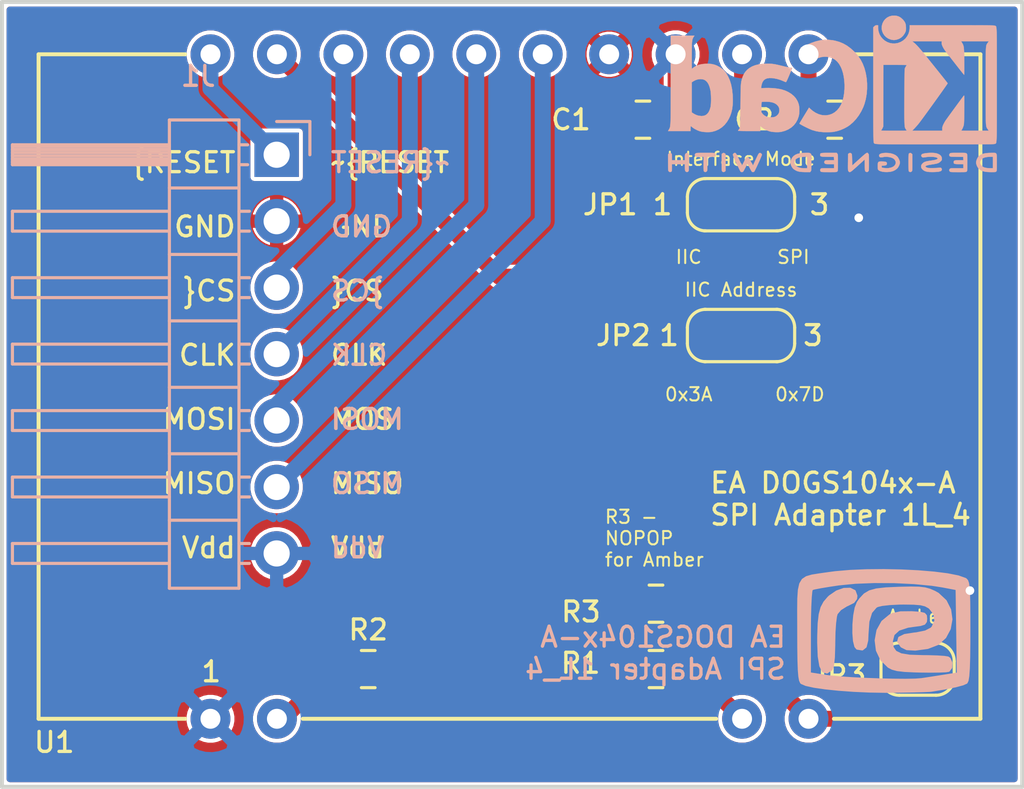
<source format=kicad_pcb>
(kicad_pcb (version 20171130) (host pcbnew "(5.1.6-0)")

  (general
    (thickness 1.6)
    (drawings 17)
    (tracks 37)
    (zones 0)
    (modules 12)
    (nets 14)
  )

  (page A4)
  (layers
    (0 F.Cu signal)
    (31 B.Cu signal)
    (32 B.Adhes user)
    (33 F.Adhes user)
    (34 B.Paste user)
    (35 F.Paste user)
    (36 B.SilkS user)
    (37 F.SilkS user)
    (38 B.Mask user)
    (39 F.Mask user)
    (40 Dwgs.User user)
    (41 Cmts.User user)
    (42 Eco1.User user)
    (43 Eco2.User user)
    (44 Edge.Cuts user)
    (45 Margin user)
    (46 B.CrtYd user)
    (47 F.CrtYd user)
    (48 B.Fab user hide)
    (49 F.Fab user hide)
  )

  (setup
    (last_trace_width 0.6096)
    (user_trace_width 0.3048)
    (user_trace_width 0.6096)
    (trace_clearance 0.1524)
    (zone_clearance 0.1016)
    (zone_45_only no)
    (trace_min 0.1524)
    (via_size 0.6858)
    (via_drill 0.3302)
    (via_min_size 0.6858)
    (via_min_drill 0.3302)
    (uvia_size 0.3)
    (uvia_drill 0.1)
    (uvias_allowed no)
    (uvia_min_size 0.19812)
    (uvia_min_drill 0.1)
    (edge_width 0.15)
    (segment_width 0.2)
    (pcb_text_width 0.3)
    (pcb_text_size 1.5 1.5)
    (mod_edge_width 0.15)
    (mod_text_size 0.762 0.762)
    (mod_text_width 0.127)
    (pad_size 1.524 1.524)
    (pad_drill 0.762)
    (pad_to_mask_clearance 0)
    (aux_axis_origin 0 0)
    (visible_elements 7FFFFFFF)
    (pcbplotparams
      (layerselection 0x010f0_ffffffff)
      (usegerberextensions false)
      (usegerberattributes true)
      (usegerberadvancedattributes true)
      (creategerberjobfile true)
      (excludeedgelayer true)
      (linewidth 0.076200)
      (plotframeref false)
      (viasonmask false)
      (mode 1)
      (useauxorigin false)
      (hpglpennumber 1)
      (hpglpenspeed 20)
      (hpglpendiameter 15.000000)
      (psnegative false)
      (psa4output false)
      (plotreference true)
      (plotvalue true)
      (plotinvisibletext false)
      (padsonsilk false)
      (subtractmaskfromsilk false)
      (outputformat 1)
      (mirror false)
      (drillshape 0)
      (scaleselection 1)
      (outputdirectory "gerbers/"))
  )

  (net 0 "")
  (net 1 /Vdd)
  (net 2 GND)
  (net 3 "Net-(C2-Pad1)")
  (net 4 /MOSI)
  (net 5 /MISO)
  (net 6 /CLK)
  (net 7 /~CS)
  (net 8 /~RESET)
  (net 9 "Net-(R1-Pad2)")
  (net 10 "Net-(R2-Pad2)")
  (net 11 /MODE)
  (net 12 /SA0)
  (net 13 "Net-(JP3-Pad2)")

  (net_class Default "This is the default net class."
    (clearance 0.1524)
    (trace_width 0.1524)
    (via_dia 0.6858)
    (via_drill 0.3302)
    (uvia_dia 0.3)
    (uvia_drill 0.1)
    (add_net /CLK)
    (add_net /MISO)
    (add_net /MODE)
    (add_net /MOSI)
    (add_net /SA0)
    (add_net /Vdd)
    (add_net /~CS)
    (add_net /~RESET)
    (add_net GND)
    (add_net "Net-(C2-Pad1)")
    (add_net "Net-(JP3-Pad2)")
    (add_net "Net-(R1-Pad2)")
    (add_net "Net-(R2-Pad2)")
  )

  (module Symbol:KiCad-Logo2_5mm_SilkScreen (layer B.Cu) (tedit 0) (tstamp 5F8FD46F)
    (at 163.75 92.5 180)
    (descr "KiCad Logo")
    (tags "Logo KiCad")
    (attr virtual)
    (fp_text reference REF** (at 0 5.08) (layer B.Fab) hide
      (effects (font (size 1 1) (thickness 0.15)) (justify mirror))
    )
    (fp_text value KiCad-Logo2_5mm_SilkScreen (at 0 -5.08) (layer B.Fab) hide
      (effects (font (size 1 1) (thickness 0.15)) (justify mirror))
    )
    (fp_poly (pts (xy -2.9464 2.510946) (xy -2.935535 2.397007) (xy -2.903918 2.289384) (xy -2.853015 2.190385)
      (xy -2.784293 2.102316) (xy -2.699219 2.027484) (xy -2.602232 1.969616) (xy -2.495964 1.929995)
      (xy -2.38895 1.911427) (xy -2.2833 1.912566) (xy -2.181125 1.93207) (xy -2.084534 1.968594)
      (xy -1.995638 2.020795) (xy -1.916546 2.087327) (xy -1.849369 2.166848) (xy -1.796217 2.258013)
      (xy -1.759199 2.359477) (xy -1.740427 2.469898) (xy -1.738489 2.519794) (xy -1.738489 2.607733)
      (xy -1.68656 2.607733) (xy -1.650253 2.604889) (xy -1.623355 2.593089) (xy -1.596249 2.569351)
      (xy -1.557867 2.530969) (xy -1.557867 0.339398) (xy -1.557876 0.077261) (xy -1.557908 -0.163241)
      (xy -1.557972 -0.383048) (xy -1.558076 -0.583101) (xy -1.558227 -0.764344) (xy -1.558434 -0.927716)
      (xy -1.558706 -1.07416) (xy -1.55905 -1.204617) (xy -1.559474 -1.320029) (xy -1.559987 -1.421338)
      (xy -1.560597 -1.509484) (xy -1.561312 -1.58541) (xy -1.56214 -1.650057) (xy -1.563089 -1.704367)
      (xy -1.564167 -1.74928) (xy -1.565383 -1.78574) (xy -1.566745 -1.814687) (xy -1.568261 -1.837063)
      (xy -1.569938 -1.853809) (xy -1.571786 -1.865868) (xy -1.573813 -1.87418) (xy -1.576025 -1.879687)
      (xy -1.577108 -1.881537) (xy -1.581271 -1.888549) (xy -1.584805 -1.894996) (xy -1.588635 -1.9009)
      (xy -1.593682 -1.906286) (xy -1.600871 -1.911178) (xy -1.611123 -1.915598) (xy -1.625364 -1.919572)
      (xy -1.644514 -1.923121) (xy -1.669499 -1.92627) (xy -1.70124 -1.929042) (xy -1.740662 -1.931461)
      (xy -1.788686 -1.933551) (xy -1.846237 -1.935335) (xy -1.914237 -1.936837) (xy -1.99361 -1.93808)
      (xy -2.085279 -1.939089) (xy -2.190166 -1.939885) (xy -2.309196 -1.940494) (xy -2.44329 -1.940939)
      (xy -2.593373 -1.941243) (xy -2.760367 -1.94143) (xy -2.945196 -1.941524) (xy -3.148783 -1.941548)
      (xy -3.37205 -1.941525) (xy -3.615922 -1.94148) (xy -3.881321 -1.941437) (xy -3.919704 -1.941432)
      (xy -4.186682 -1.941389) (xy -4.432002 -1.941318) (xy -4.656583 -1.941213) (xy -4.861345 -1.941066)
      (xy -5.047206 -1.940869) (xy -5.215088 -1.940616) (xy -5.365908 -1.9403) (xy -5.500587 -1.939913)
      (xy -5.620044 -1.939447) (xy -5.725199 -1.938897) (xy -5.816971 -1.938253) (xy -5.896279 -1.937511)
      (xy -5.964043 -1.936661) (xy -6.021182 -1.935697) (xy -6.068617 -1.934611) (xy -6.107266 -1.933397)
      (xy -6.138049 -1.932047) (xy -6.161885 -1.930555) (xy -6.179694 -1.928911) (xy -6.192395 -1.927111)
      (xy -6.200908 -1.925145) (xy -6.205266 -1.923477) (xy -6.213728 -1.919906) (xy -6.221497 -1.91727)
      (xy -6.228602 -1.914634) (xy -6.235073 -1.911062) (xy -6.240939 -1.905621) (xy -6.246229 -1.897375)
      (xy -6.250974 -1.88539) (xy -6.255202 -1.868731) (xy -6.258943 -1.846463) (xy -6.262227 -1.817652)
      (xy -6.265083 -1.781363) (xy -6.26754 -1.736661) (xy -6.269629 -1.682611) (xy -6.271378 -1.618279)
      (xy -6.272817 -1.54273) (xy -6.273976 -1.45503) (xy -6.274883 -1.354243) (xy -6.275569 -1.239434)
      (xy -6.276063 -1.10967) (xy -6.276395 -0.964015) (xy -6.276593 -0.801535) (xy -6.276687 -0.621295)
      (xy -6.276708 -0.42236) (xy -6.276685 -0.203796) (xy -6.276646 0.035332) (xy -6.276622 0.29596)
      (xy -6.276622 0.338111) (xy -6.276636 0.601008) (xy -6.276661 0.842268) (xy -6.276671 1.062835)
      (xy -6.276642 1.263648) (xy -6.276548 1.445651) (xy -6.276362 1.609784) (xy -6.276059 1.756989)
      (xy -6.275614 1.888208) (xy -6.275034 1.998133) (xy -5.972197 1.998133) (xy -5.932407 1.940289)
      (xy -5.921236 1.924521) (xy -5.911166 1.910559) (xy -5.902138 1.897216) (xy -5.894097 1.883307)
      (xy -5.886986 1.867644) (xy -5.880747 1.849042) (xy -5.875325 1.826314) (xy -5.870662 1.798273)
      (xy -5.866701 1.763733) (xy -5.863385 1.721508) (xy -5.860659 1.670411) (xy -5.858464 1.609256)
      (xy -5.856745 1.536856) (xy -5.855444 1.452025) (xy -5.854505 1.353578) (xy -5.85387 1.240326)
      (xy -5.853484 1.111084) (xy -5.853288 0.964666) (xy -5.853227 0.799884) (xy -5.853243 0.615553)
      (xy -5.85328 0.410487) (xy -5.853289 0.287867) (xy -5.853265 0.070918) (xy -5.853231 -0.124642)
      (xy -5.853243 -0.299999) (xy -5.853358 -0.456341) (xy -5.85363 -0.594857) (xy -5.854118 -0.716734)
      (xy -5.854876 -0.82316) (xy -5.855962 -0.915322) (xy -5.857431 -0.994409) (xy -5.85934 -1.061608)
      (xy -5.861744 -1.118107) (xy -5.864701 -1.165093) (xy -5.868266 -1.203755) (xy -5.872495 -1.23528)
      (xy -5.877446 -1.260855) (xy -5.883173 -1.28167) (xy -5.889733 -1.298911) (xy -5.897183 -1.313765)
      (xy -5.905579 -1.327422) (xy -5.914976 -1.341069) (xy -5.925432 -1.355893) (xy -5.931523 -1.364783)
      (xy -5.970296 -1.4224) (xy -5.438732 -1.4224) (xy -5.315483 -1.422365) (xy -5.212987 -1.422215)
      (xy -5.12942 -1.421878) (xy -5.062956 -1.421286) (xy -5.011771 -1.420367) (xy -4.974041 -1.419051)
      (xy -4.94794 -1.417269) (xy -4.931644 -1.414951) (xy -4.923328 -1.412026) (xy -4.921168 -1.408424)
      (xy -4.923339 -1.404075) (xy -4.924535 -1.402645) (xy -4.949685 -1.365573) (xy -4.975583 -1.312772)
      (xy -4.999192 -1.25077) (xy -5.007461 -1.224357) (xy -5.012078 -1.206416) (xy -5.015979 -1.185355)
      (xy -5.019248 -1.159089) (xy -5.021966 -1.125532) (xy -5.024215 -1.082599) (xy -5.026077 -1.028204)
      (xy -5.027636 -0.960262) (xy -5.028972 -0.876688) (xy -5.030169 -0.775395) (xy -5.031308 -0.6543)
      (xy -5.031685 -0.6096) (xy -5.032702 -0.484449) (xy -5.03346 -0.380082) (xy -5.033903 -0.294707)
      (xy -5.03397 -0.226533) (xy -5.033605 -0.173765) (xy -5.032748 -0.134614) (xy -5.031341 -0.107285)
      (xy -5.029325 -0.089986) (xy -5.026643 -0.080926) (xy -5.023236 -0.078312) (xy -5.019044 -0.080351)
      (xy -5.014571 -0.084667) (xy -5.004216 -0.097602) (xy -4.982158 -0.126676) (xy -4.949957 -0.169759)
      (xy -4.909174 -0.224718) (xy -4.86137 -0.289423) (xy -4.808105 -0.361742) (xy -4.75094 -0.439544)
      (xy -4.691437 -0.520698) (xy -4.631155 -0.603072) (xy -4.571655 -0.684536) (xy -4.514498 -0.762957)
      (xy -4.461245 -0.836204) (xy -4.413457 -0.902147) (xy -4.372693 -0.958654) (xy -4.340516 -1.003593)
      (xy -4.318485 -1.034834) (xy -4.313917 -1.041466) (xy -4.290996 -1.078369) (xy -4.264188 -1.126359)
      (xy -4.238789 -1.175897) (xy -4.235568 -1.182577) (xy -4.21389 -1.230772) (xy -4.201304 -1.268334)
      (xy -4.195574 -1.30416) (xy -4.194456 -1.3462) (xy -4.19509 -1.4224) (xy -3.040651 -1.4224)
      (xy -3.131815 -1.328669) (xy -3.178612 -1.278775) (xy -3.228899 -1.222295) (xy -3.274944 -1.168026)
      (xy -3.295369 -1.142673) (xy -3.325807 -1.103128) (xy -3.365862 -1.049916) (xy -3.414361 -0.984667)
      (xy -3.470135 -0.909011) (xy -3.532011 -0.824577) (xy -3.598819 -0.732994) (xy -3.669387 -0.635892)
      (xy -3.742545 -0.534901) (xy -3.817121 -0.43165) (xy -3.891944 -0.327768) (xy -3.965843 -0.224885)
      (xy -4.037646 -0.124631) (xy -4.106184 -0.028636) (xy -4.170284 0.061473) (xy -4.228775 0.144064)
      (xy -4.280486 0.217508) (xy -4.324247 0.280176) (xy -4.358885 0.330439) (xy -4.38323 0.366666)
      (xy -4.396111 0.387229) (xy -4.397869 0.391332) (xy -4.38991 0.402658) (xy -4.369115 0.429838)
      (xy -4.336847 0.471171) (xy -4.29447 0.524956) (xy -4.243347 0.589494) (xy -4.184841 0.663082)
      (xy -4.120314 0.744022) (xy -4.051131 0.830612) (xy -3.978653 0.921152) (xy -3.904246 1.01394)
      (xy -3.844517 1.088298) (xy -2.833511 1.088298) (xy -2.827602 1.075341) (xy -2.813272 1.053092)
      (xy -2.812225 1.051609) (xy -2.793438 1.021456) (xy -2.773791 0.984625) (xy -2.769892 0.976489)
      (xy -2.766356 0.96806) (xy -2.76323 0.957941) (xy -2.760486 0.94474) (xy -2.758092 0.927062)
      (xy -2.756019 0.903516) (xy -2.754235 0.872707) (xy -2.752712 0.833243) (xy -2.751419 0.783731)
      (xy -2.750326 0.722777) (xy -2.749403 0.648989) (xy -2.748619 0.560972) (xy -2.747945 0.457335)
      (xy -2.74735 0.336684) (xy -2.746805 0.197626) (xy -2.746279 0.038768) (xy -2.745745 -0.140089)
      (xy -2.745206 -0.325207) (xy -2.744772 -0.489145) (xy -2.744509 -0.633303) (xy -2.744484 -0.759079)
      (xy -2.744765 -0.867871) (xy -2.745419 -0.961077) (xy -2.746514 -1.040097) (xy -2.748118 -1.106328)
      (xy -2.750297 -1.16117) (xy -2.753119 -1.206021) (xy -2.756651 -1.242278) (xy -2.760961 -1.271341)
      (xy -2.766117 -1.294609) (xy -2.772185 -1.313479) (xy -2.779233 -1.329351) (xy -2.787329 -1.343622)
      (xy -2.79654 -1.357691) (xy -2.80504 -1.370158) (xy -2.822176 -1.396452) (xy -2.832322 -1.414037)
      (xy -2.833511 -1.417257) (xy -2.822604 -1.418334) (xy -2.791411 -1.419335) (xy -2.742223 -1.420235)
      (xy -2.677333 -1.42101) (xy -2.59903 -1.421637) (xy -2.509607 -1.422091) (xy -2.411356 -1.422349)
      (xy -2.342445 -1.4224) (xy -2.237452 -1.42218) (xy -2.14061 -1.421548) (xy -2.054107 -1.420549)
      (xy -1.980132 -1.419227) (xy -1.920874 -1.417626) (xy -1.87852 -1.415791) (xy -1.85526 -1.413765)
      (xy -1.851378 -1.412493) (xy -1.859076 -1.397591) (xy -1.867074 -1.38956) (xy -1.880246 -1.372434)
      (xy -1.897485 -1.342183) (xy -1.909407 -1.317622) (xy -1.936045 -1.258711) (xy -1.93912 -0.081845)
      (xy -1.942195 1.095022) (xy -2.387853 1.095022) (xy -2.48567 1.094858) (xy -2.576064 1.094389)
      (xy -2.65663 1.093653) (xy -2.724962 1.092684) (xy -2.778656 1.09152) (xy -2.815305 1.090197)
      (xy -2.832504 1.088751) (xy -2.833511 1.088298) (xy -3.844517 1.088298) (xy -3.82927 1.107278)
      (xy -3.75509 1.199463) (xy -3.683069 1.288796) (xy -3.614569 1.373576) (xy -3.550955 1.452102)
      (xy -3.493588 1.522674) (xy -3.443833 1.583591) (xy -3.403052 1.633153) (xy -3.385888 1.653822)
      (xy -3.299596 1.754484) (xy -3.222997 1.837741) (xy -3.154183 1.905562) (xy -3.091248 1.959911)
      (xy -3.081867 1.967278) (xy -3.042356 1.997883) (xy -4.174116 1.998133) (xy -4.168827 1.950156)
      (xy -4.17213 1.892812) (xy -4.193661 1.824537) (xy -4.233635 1.744788) (xy -4.278943 1.672505)
      (xy -4.295161 1.64986) (xy -4.323214 1.612304) (xy -4.36143 1.561979) (xy -4.408137 1.501027)
      (xy -4.461661 1.431589) (xy -4.520331 1.355806) (xy -4.582475 1.27582) (xy -4.646421 1.193772)
      (xy -4.710495 1.111804) (xy -4.773027 1.032057) (xy -4.832343 0.956673) (xy -4.886771 0.887793)
      (xy -4.934639 0.827558) (xy -4.974275 0.778111) (xy -5.004006 0.741592) (xy -5.022161 0.720142)
      (xy -5.02522 0.716844) (xy -5.028079 0.724851) (xy -5.030293 0.755145) (xy -5.031857 0.807444)
      (xy -5.032767 0.881469) (xy -5.03302 0.976937) (xy -5.032613 1.093566) (xy -5.031704 1.213555)
      (xy -5.030382 1.345667) (xy -5.028857 1.457406) (xy -5.026881 1.550975) (xy -5.024206 1.628581)
      (xy -5.020582 1.692426) (xy -5.015761 1.744717) (xy -5.009494 1.787656) (xy -5.001532 1.823449)
      (xy -4.991627 1.8543) (xy -4.979531 1.882414) (xy -4.964993 1.909995) (xy -4.950311 1.935034)
      (xy -4.912314 1.998133) (xy -5.972197 1.998133) (xy -6.275034 1.998133) (xy -6.275001 2.004383)
      (xy -6.274195 2.106456) (xy -6.27317 2.195367) (xy -6.2719 2.272059) (xy -6.27036 2.337473)
      (xy -6.268524 2.392551) (xy -6.266367 2.438235) (xy -6.263863 2.475466) (xy -6.260987 2.505187)
      (xy -6.257713 2.528338) (xy -6.254015 2.545861) (xy -6.249869 2.558699) (xy -6.245247 2.567792)
      (xy -6.240126 2.574082) (xy -6.234478 2.578512) (xy -6.228279 2.582022) (xy -6.221504 2.585555)
      (xy -6.215508 2.589124) (xy -6.210275 2.5917) (xy -6.202099 2.594028) (xy -6.189886 2.596122)
      (xy -6.172541 2.597993) (xy -6.148969 2.599653) (xy -6.118077 2.601116) (xy -6.078768 2.602392)
      (xy -6.02995 2.603496) (xy -5.970527 2.604439) (xy -5.899404 2.605233) (xy -5.815488 2.605891)
      (xy -5.717683 2.606425) (xy -5.604894 2.606847) (xy -5.476029 2.607171) (xy -5.329991 2.607408)
      (xy -5.165686 2.60757) (xy -4.98202 2.60767) (xy -4.777897 2.60772) (xy -4.566753 2.607733)
      (xy -2.9464 2.607733) (xy -2.9464 2.510946)) (layer B.SilkS) (width 0.01))
    (fp_poly (pts (xy 0.328429 2.050929) (xy 0.48857 2.029755) (xy 0.65251 1.989615) (xy 0.822313 1.930111)
      (xy 1.000043 1.850846) (xy 1.01131 1.845301) (xy 1.069005 1.817275) (xy 1.120552 1.793198)
      (xy 1.162191 1.774751) (xy 1.190162 1.763614) (xy 1.199733 1.761067) (xy 1.21895 1.756059)
      (xy 1.223561 1.751853) (xy 1.218458 1.74142) (xy 1.202418 1.715132) (xy 1.177288 1.675743)
      (xy 1.144914 1.626009) (xy 1.107143 1.568685) (xy 1.065822 1.506524) (xy 1.022798 1.442282)
      (xy 0.979917 1.378715) (xy 0.939026 1.318575) (xy 0.901971 1.26462) (xy 0.8706 1.219603)
      (xy 0.846759 1.186279) (xy 0.832294 1.167403) (xy 0.830309 1.165213) (xy 0.820191 1.169862)
      (xy 0.79785 1.187038) (xy 0.76728 1.21356) (xy 0.751536 1.228036) (xy 0.655047 1.303318)
      (xy 0.548336 1.358759) (xy 0.432832 1.393859) (xy 0.309962 1.40812) (xy 0.240561 1.406949)
      (xy 0.119423 1.389788) (xy 0.010205 1.353906) (xy -0.087418 1.299041) (xy -0.173772 1.22493)
      (xy -0.249185 1.131312) (xy -0.313982 1.017924) (xy -0.351399 0.931333) (xy -0.395252 0.795634)
      (xy -0.427572 0.64815) (xy -0.448443 0.492686) (xy -0.457949 0.333044) (xy -0.456173 0.173027)
      (xy -0.443197 0.016439) (xy -0.419106 -0.132918) (xy -0.383982 -0.27124) (xy -0.337908 -0.394724)
      (xy -0.321627 -0.428978) (xy -0.25338 -0.543064) (xy -0.172921 -0.639557) (xy -0.08143 -0.71767)
      (xy 0.019911 -0.776617) (xy 0.12992 -0.815612) (xy 0.247415 -0.833868) (xy 0.288883 -0.835211)
      (xy 0.410441 -0.82429) (xy 0.530878 -0.791474) (xy 0.648666 -0.737439) (xy 0.762277 -0.662865)
      (xy 0.853685 -0.584539) (xy 0.900215 -0.540008) (xy 1.081483 -0.837271) (xy 1.12658 -0.911433)
      (xy 1.167819 -0.979646) (xy 1.203735 -1.039459) (xy 1.232866 -1.08842) (xy 1.25375 -1.124079)
      (xy 1.264924 -1.143984) (xy 1.266375 -1.147079) (xy 1.258146 -1.156718) (xy 1.232567 -1.173999)
      (xy 1.192873 -1.197283) (xy 1.142297 -1.224934) (xy 1.084074 -1.255315) (xy 1.021437 -1.28679)
      (xy 0.957621 -1.317722) (xy 0.89586 -1.346473) (xy 0.839388 -1.371408) (xy 0.791438 -1.390889)
      (xy 0.767986 -1.399318) (xy 0.634221 -1.437133) (xy 0.496327 -1.462136) (xy 0.348622 -1.47514)
      (xy 0.221833 -1.477468) (xy 0.153878 -1.476373) (xy 0.088277 -1.474275) (xy 0.030847 -1.471434)
      (xy -0.012597 -1.468106) (xy -0.026702 -1.466422) (xy -0.165716 -1.437587) (xy -0.307243 -1.392468)
      (xy -0.444725 -1.33375) (xy -0.571606 -1.26412) (xy -0.649111 -1.211441) (xy -0.776519 -1.103239)
      (xy -0.894822 -0.976671) (xy -1.001828 -0.834866) (xy -1.095348 -0.680951) (xy -1.17319 -0.518053)
      (xy -1.217044 -0.400756) (xy -1.267292 -0.217128) (xy -1.300791 -0.022581) (xy -1.317551 0.178675)
      (xy -1.317584 0.382432) (xy -1.300899 0.584479) (xy -1.267507 0.780608) (xy -1.21742 0.966609)
      (xy -1.213603 0.978197) (xy -1.150719 1.14025) (xy -1.073972 1.288168) (xy -0.980758 1.426135)
      (xy -0.868473 1.558339) (xy -0.824608 1.603601) (xy -0.688466 1.727543) (xy -0.548509 1.830085)
      (xy -0.402589 1.912344) (xy -0.248558 1.975436) (xy -0.084268 2.020477) (xy 0.011289 2.037967)
      (xy 0.170023 2.053534) (xy 0.328429 2.050929)) (layer B.SilkS) (width 0.01))
    (fp_poly (pts (xy 2.673574 1.133448) (xy 2.825492 1.113433) (xy 2.960756 1.079798) (xy 3.080239 1.032275)
      (xy 3.184815 0.970595) (xy 3.262424 0.907035) (xy 3.331265 0.832901) (xy 3.385006 0.753129)
      (xy 3.42791 0.660909) (xy 3.443384 0.617839) (xy 3.456244 0.578858) (xy 3.467446 0.542711)
      (xy 3.47712 0.507566) (xy 3.485396 0.47159) (xy 3.492403 0.43295) (xy 3.498272 0.389815)
      (xy 3.503131 0.340351) (xy 3.50711 0.282727) (xy 3.51034 0.215109) (xy 3.512949 0.135666)
      (xy 3.515067 0.042564) (xy 3.516824 -0.066027) (xy 3.518349 -0.191942) (xy 3.519772 -0.337012)
      (xy 3.521025 -0.479778) (xy 3.522351 -0.635968) (xy 3.523556 -0.771239) (xy 3.524766 -0.887246)
      (xy 3.526106 -0.985645) (xy 3.5277 -1.068093) (xy 3.529675 -1.136246) (xy 3.532156 -1.19176)
      (xy 3.535269 -1.236292) (xy 3.539138 -1.271498) (xy 3.543889 -1.299034) (xy 3.549648 -1.320556)
      (xy 3.556539 -1.337722) (xy 3.564689 -1.352186) (xy 3.574223 -1.365606) (xy 3.585266 -1.379638)
      (xy 3.589566 -1.385071) (xy 3.605386 -1.40791) (xy 3.612422 -1.423463) (xy 3.612444 -1.423922)
      (xy 3.601567 -1.426121) (xy 3.570582 -1.428147) (xy 3.521957 -1.429942) (xy 3.458163 -1.431451)
      (xy 3.381669 -1.432616) (xy 3.294944 -1.43338) (xy 3.200457 -1.433686) (xy 3.18955 -1.433689)
      (xy 2.766657 -1.433689) (xy 2.763395 -1.337622) (xy 2.760133 -1.241556) (xy 2.698044 -1.292543)
      (xy 2.600714 -1.360057) (xy 2.490813 -1.414749) (xy 2.404349 -1.444978) (xy 2.335278 -1.459666)
      (xy 2.251925 -1.469659) (xy 2.162159 -1.474646) (xy 2.073845 -1.474313) (xy 1.994851 -1.468351)
      (xy 1.958622 -1.462638) (xy 1.818603 -1.424776) (xy 1.692178 -1.369932) (xy 1.58026 -1.298924)
      (xy 1.483762 -1.212568) (xy 1.4036 -1.111679) (xy 1.340687 -0.997076) (xy 1.296312 -0.870984)
      (xy 1.283978 -0.814401) (xy 1.276368 -0.752202) (xy 1.272739 -0.677363) (xy 1.272245 -0.643467)
      (xy 1.27231 -0.640282) (xy 2.032248 -0.640282) (xy 2.041541 -0.715333) (xy 2.069728 -0.77916)
      (xy 2.118197 -0.834798) (xy 2.123254 -0.839211) (xy 2.171548 -0.874037) (xy 2.223257 -0.89662)
      (xy 2.283989 -0.90854) (xy 2.359352 -0.911383) (xy 2.377459 -0.910978) (xy 2.431278 -0.908325)
      (xy 2.471308 -0.902909) (xy 2.506324 -0.892745) (xy 2.545103 -0.87585) (xy 2.555745 -0.870672)
      (xy 2.616396 -0.834844) (xy 2.663215 -0.792212) (xy 2.675952 -0.776973) (xy 2.720622 -0.720462)
      (xy 2.720622 -0.524586) (xy 2.720086 -0.445939) (xy 2.718396 -0.387988) (xy 2.715428 -0.348875)
      (xy 2.711057 -0.326741) (xy 2.706972 -0.320274) (xy 2.691047 -0.317111) (xy 2.657264 -0.314488)
      (xy 2.61034 -0.312655) (xy 2.554993 -0.311857) (xy 2.546106 -0.311842) (xy 2.42533 -0.317096)
      (xy 2.32266 -0.333263) (xy 2.236106 -0.360961) (xy 2.163681 -0.400808) (xy 2.108751 -0.447758)
      (xy 2.064204 -0.505645) (xy 2.03948 -0.568693) (xy 2.032248 -0.640282) (xy 1.27231 -0.640282)
      (xy 1.274178 -0.549712) (xy 1.282522 -0.470812) (xy 1.298768 -0.39959) (xy 1.324405 -0.328864)
      (xy 1.348401 -0.276493) (xy 1.40702 -0.181196) (xy 1.485117 -0.09317) (xy 1.580315 -0.014017)
      (xy 1.690238 0.05466) (xy 1.81251 0.111259) (xy 1.944755 0.154179) (xy 2.009422 0.169118)
      (xy 2.145604 0.191223) (xy 2.294049 0.205806) (xy 2.445505 0.212187) (xy 2.572064 0.210555)
      (xy 2.73395 0.203776) (xy 2.72653 0.262755) (xy 2.707238 0.361908) (xy 2.676104 0.442628)
      (xy 2.632269 0.505534) (xy 2.574871 0.551244) (xy 2.503048 0.580378) (xy 2.415941 0.593553)
      (xy 2.312686 0.591389) (xy 2.274711 0.587388) (xy 2.13352 0.56222) (xy 1.996707 0.521186)
      (xy 1.902178 0.483185) (xy 1.857018 0.46381) (xy 1.818585 0.44824) (xy 1.792234 0.438595)
      (xy 1.784546 0.436548) (xy 1.774802 0.445626) (xy 1.758083 0.474595) (xy 1.734232 0.523783)
      (xy 1.703093 0.593516) (xy 1.664507 0.684121) (xy 1.65791 0.699911) (xy 1.627853 0.772228)
      (xy 1.600874 0.837575) (xy 1.578136 0.893094) (xy 1.560806 0.935928) (xy 1.550048 0.963219)
      (xy 1.546941 0.972058) (xy 1.55694 0.976813) (xy 1.583217 0.98209) (xy 1.611489 0.985769)
      (xy 1.641646 0.990526) (xy 1.689433 0.999972) (xy 1.750612 1.01318) (xy 1.820946 1.029224)
      (xy 1.896194 1.04718) (xy 1.924755 1.054203) (xy 2.029816 1.079791) (xy 2.11748 1.099853)
      (xy 2.192068 1.115031) (xy 2.257903 1.125965) (xy 2.319307 1.133296) (xy 2.380602 1.137665)
      (xy 2.44611 1.139713) (xy 2.504128 1.140111) (xy 2.673574 1.133448)) (layer B.SilkS) (width 0.01))
    (fp_poly (pts (xy 6.186507 0.527755) (xy 6.186526 0.293338) (xy 6.186552 0.080397) (xy 6.186625 -0.112168)
      (xy 6.186782 -0.285459) (xy 6.187064 -0.440576) (xy 6.187509 -0.57862) (xy 6.188156 -0.700692)
      (xy 6.189045 -0.807894) (xy 6.190213 -0.901326) (xy 6.191701 -0.98209) (xy 6.193546 -1.051286)
      (xy 6.195789 -1.110015) (xy 6.198469 -1.159379) (xy 6.201623 -1.200478) (xy 6.205292 -1.234413)
      (xy 6.209513 -1.262286) (xy 6.214327 -1.285198) (xy 6.219773 -1.304249) (xy 6.225888 -1.32054)
      (xy 6.232712 -1.335173) (xy 6.240285 -1.349249) (xy 6.248645 -1.363868) (xy 6.253839 -1.372974)
      (xy 6.288104 -1.433689) (xy 5.429955 -1.433689) (xy 5.429955 -1.337733) (xy 5.429224 -1.29437)
      (xy 5.427272 -1.261205) (xy 5.424463 -1.243424) (xy 5.423221 -1.241778) (xy 5.411799 -1.248662)
      (xy 5.389084 -1.266505) (xy 5.366385 -1.285879) (xy 5.3118 -1.326614) (xy 5.242321 -1.367617)
      (xy 5.16527 -1.405123) (xy 5.087965 -1.435364) (xy 5.057113 -1.445012) (xy 4.988616 -1.459578)
      (xy 4.905764 -1.469539) (xy 4.816371 -1.474583) (xy 4.728248 -1.474396) (xy 4.649207 -1.468666)
      (xy 4.611511 -1.462858) (xy 4.473414 -1.424797) (xy 4.346113 -1.367073) (xy 4.230292 -1.290211)
      (xy 4.126637 -1.194739) (xy 4.035833 -1.081179) (xy 3.969031 -0.970381) (xy 3.914164 -0.853625)
      (xy 3.872163 -0.734276) (xy 3.842167 -0.608283) (xy 3.823311 -0.471594) (xy 3.814732 -0.320158)
      (xy 3.814006 -0.242711) (xy 3.8161 -0.185934) (xy 4.645217 -0.185934) (xy 4.645424 -0.279002)
      (xy 4.648337 -0.366692) (xy 4.654 -0.443772) (xy 4.662455 -0.505009) (xy 4.665038 -0.51735)
      (xy 4.69684 -0.624633) (xy 4.738498 -0.711658) (xy 4.790363 -0.778642) (xy 4.852781 -0.825805)
      (xy 4.9261 -0.853365) (xy 5.010669 -0.861541) (xy 5.106835 -0.850551) (xy 5.170311 -0.834829)
      (xy 5.219454 -0.816639) (xy 5.273583 -0.790791) (xy 5.314244 -0.767089) (xy 5.3848 -0.720721)
      (xy 5.3848 0.42947) (xy 5.317392 0.473038) (xy 5.238867 0.51396) (xy 5.154681 0.540611)
      (xy 5.069557 0.552535) (xy 4.988216 0.549278) (xy 4.91538 0.530385) (xy 4.883426 0.514816)
      (xy 4.825501 0.471819) (xy 4.776544 0.415047) (xy 4.73539 0.342425) (xy 4.700874 0.251879)
      (xy 4.671833 0.141334) (xy 4.670552 0.135467) (xy 4.660381 0.073212) (xy 4.652739 -0.004594)
      (xy 4.64767 -0.09272) (xy 4.645217 -0.185934) (xy 3.8161 -0.185934) (xy 3.821857 -0.029895)
      (xy 3.843802 0.165941) (xy 3.879786 0.344668) (xy 3.929759 0.506155) (xy 3.993668 0.650274)
      (xy 4.071462 0.776894) (xy 4.163089 0.885885) (xy 4.268497 0.977117) (xy 4.313662 1.008068)
      (xy 4.414611 1.064215) (xy 4.517901 1.103826) (xy 4.627989 1.127986) (xy 4.74933 1.137781)
      (xy 4.841836 1.136735) (xy 4.97149 1.125769) (xy 5.084084 1.103954) (xy 5.182875 1.070286)
      (xy 5.271121 1.023764) (xy 5.319986 0.989552) (xy 5.349353 0.967638) (xy 5.371043 0.952667)
      (xy 5.379253 0.948267) (xy 5.380868 0.959096) (xy 5.382159 0.989749) (xy 5.383138 1.037474)
      (xy 5.383817 1.099521) (xy 5.38421 1.173138) (xy 5.38433 1.255573) (xy 5.384188 1.344075)
      (xy 5.383797 1.435893) (xy 5.383171 1.528276) (xy 5.38232 1.618472) (xy 5.38126 1.703729)
      (xy 5.380001 1.781297) (xy 5.378556 1.848424) (xy 5.376938 1.902359) (xy 5.375161 1.94035)
      (xy 5.374669 1.947333) (xy 5.367092 2.017749) (xy 5.355531 2.072898) (xy 5.337792 2.120019)
      (xy 5.311682 2.166353) (xy 5.305415 2.175933) (xy 5.280983 2.212622) (xy 6.186311 2.212622)
      (xy 6.186507 0.527755)) (layer B.SilkS) (width 0.01))
    (fp_poly (pts (xy -2.273043 2.973429) (xy -2.176768 2.949191) (xy -2.090184 2.906359) (xy -2.015373 2.846581)
      (xy -1.954418 2.771506) (xy -1.909399 2.68278) (xy -1.883136 2.58647) (xy -1.877286 2.489205)
      (xy -1.89214 2.395346) (xy -1.92584 2.307489) (xy -1.976528 2.22823) (xy -2.042345 2.160164)
      (xy -2.121434 2.105888) (xy -2.211934 2.067998) (xy -2.2632 2.055574) (xy -2.307698 2.048053)
      (xy -2.341999 2.045081) (xy -2.37496 2.046906) (xy -2.415434 2.053775) (xy -2.448531 2.06075)
      (xy -2.541947 2.092259) (xy -2.625619 2.143383) (xy -2.697665 2.212571) (xy -2.7562 2.298272)
      (xy -2.770148 2.325511) (xy -2.786586 2.361878) (xy -2.796894 2.392418) (xy -2.80246 2.42455)
      (xy -2.804669 2.465693) (xy -2.804948 2.511778) (xy -2.800861 2.596135) (xy -2.787446 2.665414)
      (xy -2.762256 2.726039) (xy -2.722846 2.784433) (xy -2.684298 2.828698) (xy -2.612406 2.894516)
      (xy -2.537313 2.939947) (xy -2.454562 2.96715) (xy -2.376928 2.977424) (xy -2.273043 2.973429)) (layer B.SilkS) (width 0.01))
    (fp_poly (pts (xy -6.121371 -2.269066) (xy -6.081889 -2.269467) (xy -5.9662 -2.272259) (xy -5.869311 -2.28055)
      (xy -5.787919 -2.295232) (xy -5.718723 -2.317193) (xy -5.65842 -2.347322) (xy -5.603708 -2.38651)
      (xy -5.584167 -2.403532) (xy -5.55175 -2.443363) (xy -5.52252 -2.497413) (xy -5.499991 -2.557323)
      (xy -5.487679 -2.614739) (xy -5.4864 -2.635956) (xy -5.494417 -2.694769) (xy -5.515899 -2.759013)
      (xy -5.546999 -2.819821) (xy -5.583866 -2.86833) (xy -5.589854 -2.874182) (xy -5.640579 -2.915321)
      (xy -5.696125 -2.947435) (xy -5.759696 -2.971365) (xy -5.834494 -2.987953) (xy -5.923722 -2.998041)
      (xy -6.030582 -3.002469) (xy -6.079528 -3.002845) (xy -6.141762 -3.002545) (xy -6.185528 -3.001292)
      (xy -6.214931 -2.998554) (xy -6.234079 -2.993801) (xy -6.247077 -2.986501) (xy -6.254045 -2.980267)
      (xy -6.260626 -2.972694) (xy -6.265788 -2.962924) (xy -6.269703 -2.94834) (xy -6.272543 -2.926326)
      (xy -6.27448 -2.894264) (xy -6.275684 -2.849536) (xy -6.276328 -2.789526) (xy -6.276583 -2.711617)
      (xy -6.276622 -2.635956) (xy -6.27687 -2.535041) (xy -6.276817 -2.454427) (xy -6.275857 -2.415822)
      (xy -6.129867 -2.415822) (xy -6.129867 -2.856089) (xy -6.036734 -2.856004) (xy -5.980693 -2.854396)
      (xy -5.921999 -2.850256) (xy -5.873028 -2.844464) (xy -5.871538 -2.844226) (xy -5.792392 -2.82509)
      (xy -5.731002 -2.795287) (xy -5.684305 -2.752878) (xy -5.654635 -2.706961) (xy -5.636353 -2.656026)
      (xy -5.637771 -2.6082) (xy -5.658988 -2.556933) (xy -5.700489 -2.503899) (xy -5.757998 -2.4646)
      (xy -5.83275 -2.438331) (xy -5.882708 -2.429035) (xy -5.939416 -2.422507) (xy -5.999519 -2.417782)
      (xy -6.050639 -2.415817) (xy -6.053667 -2.415808) (xy -6.129867 -2.415822) (xy -6.275857 -2.415822)
      (xy -6.27526 -2.391851) (xy -6.270998 -2.345055) (xy -6.26283 -2.311778) (xy -6.249556 -2.289759)
      (xy -6.229974 -2.276739) (xy -6.202883 -2.270457) (xy -6.167082 -2.268653) (xy -6.121371 -2.269066)) (layer B.SilkS) (width 0.01))
    (fp_poly (pts (xy -4.712794 -2.269146) (xy -4.643386 -2.269518) (xy -4.590997 -2.270385) (xy -4.552847 -2.271946)
      (xy -4.526159 -2.274403) (xy -4.508153 -2.277957) (xy -4.496049 -2.28281) (xy -4.487069 -2.289161)
      (xy -4.483818 -2.292084) (xy -4.464043 -2.323142) (xy -4.460482 -2.358828) (xy -4.473491 -2.39051)
      (xy -4.479506 -2.396913) (xy -4.489235 -2.403121) (xy -4.504901 -2.40791) (xy -4.529408 -2.411514)
      (xy -4.565661 -2.414164) (xy -4.616565 -2.416095) (xy -4.685026 -2.417539) (xy -4.747617 -2.418418)
      (xy -4.995334 -2.421467) (xy -4.998719 -2.486378) (xy -5.002105 -2.551289) (xy -4.833958 -2.551289)
      (xy -4.760959 -2.551919) (xy -4.707517 -2.554553) (xy -4.670628 -2.560309) (xy -4.647288 -2.570304)
      (xy -4.634494 -2.585656) (xy -4.629242 -2.607482) (xy -4.628445 -2.627738) (xy -4.630923 -2.652592)
      (xy -4.640277 -2.670906) (xy -4.659383 -2.683637) (xy -4.691118 -2.691741) (xy -4.738359 -2.696176)
      (xy -4.803983 -2.697899) (xy -4.839801 -2.698045) (xy -5.000978 -2.698045) (xy -5.000978 -2.856089)
      (xy -4.752622 -2.856089) (xy -4.671213 -2.856202) (xy -4.609342 -2.856712) (xy -4.563968 -2.85787)
      (xy -4.532054 -2.85993) (xy -4.510559 -2.863146) (xy -4.496443 -2.867772) (xy -4.486668 -2.874059)
      (xy -4.481689 -2.878667) (xy -4.46461 -2.90556) (xy -4.459111 -2.929467) (xy -4.466963 -2.958667)
      (xy -4.481689 -2.980267) (xy -4.489546 -2.987066) (xy -4.499688 -2.992346) (xy -4.514844 -2.996298)
      (xy -4.537741 -2.999113) (xy -4.571109 -3.000982) (xy -4.617675 -3.002098) (xy -4.680167 -3.002651)
      (xy -4.761314 -3.002833) (xy -4.803422 -3.002845) (xy -4.893598 -3.002765) (xy -4.963924 -3.002398)
      (xy -5.017129 -3.001552) (xy -5.05594 -3.000036) (xy -5.083087 -2.997659) (xy -5.101298 -2.994229)
      (xy -5.1133 -2.989554) (xy -5.121822 -2.983444) (xy -5.125156 -2.980267) (xy -5.131755 -2.97267)
      (xy -5.136927 -2.96287) (xy -5.140846 -2.948239) (xy -5.143684 -2.926152) (xy -5.145615 -2.893982)
      (xy -5.146812 -2.849103) (xy -5.147448 -2.788889) (xy -5.147697 -2.710713) (xy -5.147734 -2.637923)
      (xy -5.1477 -2.544707) (xy -5.147465 -2.471431) (xy -5.14683 -2.415458) (xy -5.145594 -2.374151)
      (xy -5.143556 -2.344872) (xy -5.140517 -2.324984) (xy -5.136277 -2.31185) (xy -5.130635 -2.302832)
      (xy -5.123391 -2.295293) (xy -5.121606 -2.293612) (xy -5.112945 -2.286172) (xy -5.102882 -2.280409)
      (xy -5.088625 -2.276112) (xy -5.067383 -2.273064) (xy -5.036364 -2.271051) (xy -4.992777 -2.26986)
      (xy -4.933831 -2.269275) (xy -4.856734 -2.269083) (xy -4.802001 -2.269067) (xy -4.712794 -2.269146)) (layer B.SilkS) (width 0.01))
    (fp_poly (pts (xy -3.691703 -2.270351) (xy -3.616888 -2.275581) (xy -3.547306 -2.28375) (xy -3.487002 -2.29455)
      (xy -3.44002 -2.307673) (xy -3.410406 -2.322813) (xy -3.40586 -2.327269) (xy -3.390054 -2.36185)
      (xy -3.394847 -2.397351) (xy -3.419364 -2.427725) (xy -3.420534 -2.428596) (xy -3.434954 -2.437954)
      (xy -3.450008 -2.442876) (xy -3.471005 -2.443473) (xy -3.503257 -2.439861) (xy -3.552073 -2.432154)
      (xy -3.556 -2.431505) (xy -3.628739 -2.422569) (xy -3.707217 -2.418161) (xy -3.785927 -2.418119)
      (xy -3.859361 -2.422279) (xy -3.922011 -2.430479) (xy -3.96837 -2.442557) (xy -3.971416 -2.443771)
      (xy -4.005048 -2.462615) (xy -4.016864 -2.481685) (xy -4.007614 -2.500439) (xy -3.978047 -2.518337)
      (xy -3.928911 -2.534837) (xy -3.860957 -2.549396) (xy -3.815645 -2.556406) (xy -3.721456 -2.569889)
      (xy -3.646544 -2.582214) (xy -3.587717 -2.594449) (xy -3.541785 -2.607661) (xy -3.505555 -2.622917)
      (xy -3.475838 -2.641285) (xy -3.449442 -2.663831) (xy -3.42823 -2.685971) (xy -3.403065 -2.716819)
      (xy -3.390681 -2.743345) (xy -3.386808 -2.776026) (xy -3.386667 -2.787995) (xy -3.389576 -2.827712)
      (xy -3.401202 -2.857259) (xy -3.421323 -2.883486) (xy -3.462216 -2.923576) (xy -3.507817 -2.954149)
      (xy -3.561513 -2.976203) (xy -3.626692 -2.990735) (xy -3.706744 -2.998741) (xy -3.805057 -3.001218)
      (xy -3.821289 -3.001177) (xy -3.886849 -2.999818) (xy -3.951866 -2.99673) (xy -4.009252 -2.992356)
      (xy -4.051922 -2.98714) (xy -4.055372 -2.986541) (xy -4.097796 -2.976491) (xy -4.13378 -2.963796)
      (xy -4.15415 -2.95219) (xy -4.173107 -2.921572) (xy -4.174427 -2.885918) (xy -4.158085 -2.854144)
      (xy -4.154429 -2.850551) (xy -4.139315 -2.839876) (xy -4.120415 -2.835276) (xy -4.091162 -2.836059)
      (xy -4.055651 -2.840127) (xy -4.01597 -2.843762) (xy -3.960345 -2.846828) (xy -3.895406 -2.849053)
      (xy -3.827785 -2.850164) (xy -3.81 -2.850237) (xy -3.742128 -2.849964) (xy -3.692454 -2.848646)
      (xy -3.65661 -2.845827) (xy -3.630224 -2.84105) (xy -3.608926 -2.833857) (xy -3.596126 -2.827867)
      (xy -3.568 -2.811233) (xy -3.550068 -2.796168) (xy -3.547447 -2.791897) (xy -3.552976 -2.774263)
      (xy -3.57926 -2.757192) (xy -3.624478 -2.741458) (xy -3.686808 -2.727838) (xy -3.705171 -2.724804)
      (xy -3.80109 -2.709738) (xy -3.877641 -2.697146) (xy -3.93778 -2.686111) (xy -3.98446 -2.67572)
      (xy -4.020637 -2.665056) (xy -4.049265 -2.653205) (xy -4.073298 -2.639251) (xy -4.095692 -2.622281)
      (xy -4.119402 -2.601378) (xy -4.12738 -2.594049) (xy -4.155353 -2.566699) (xy -4.17016 -2.545029)
      (xy -4.175952 -2.520232) (xy -4.176889 -2.488983) (xy -4.166575 -2.427705) (xy -4.135752 -2.37564)
      (xy -4.084595 -2.332958) (xy -4.013283 -2.299825) (xy -3.9624 -2.284964) (xy -3.9071 -2.275366)
      (xy -3.840853 -2.269936) (xy -3.767706 -2.268367) (xy -3.691703 -2.270351)) (layer B.SilkS) (width 0.01))
    (fp_poly (pts (xy -2.923822 -2.291645) (xy -2.917242 -2.299218) (xy -2.912079 -2.308987) (xy -2.908164 -2.323571)
      (xy -2.905324 -2.345585) (xy -2.903387 -2.377648) (xy -2.902183 -2.422375) (xy -2.901539 -2.482385)
      (xy -2.901284 -2.560294) (xy -2.901245 -2.635956) (xy -2.901314 -2.729802) (xy -2.901638 -2.803689)
      (xy -2.902386 -2.860232) (xy -2.903732 -2.902049) (xy -2.905846 -2.931757) (xy -2.9089 -2.951973)
      (xy -2.913066 -2.965314) (xy -2.918516 -2.974398) (xy -2.923822 -2.980267) (xy -2.956826 -2.999947)
      (xy -2.991991 -2.998181) (xy -3.023455 -2.976717) (xy -3.030684 -2.968337) (xy -3.036334 -2.958614)
      (xy -3.040599 -2.944861) (xy -3.043673 -2.924389) (xy -3.045752 -2.894512) (xy -3.04703 -2.852541)
      (xy -3.047701 -2.795789) (xy -3.047959 -2.721567) (xy -3.048 -2.637537) (xy -3.048 -2.324485)
      (xy -3.020291 -2.296776) (xy -2.986137 -2.273463) (xy -2.953006 -2.272623) (xy -2.923822 -2.291645)) (layer B.SilkS) (width 0.01))
    (fp_poly (pts (xy -1.950081 -2.274599) (xy -1.881565 -2.286095) (xy -1.828943 -2.303967) (xy -1.794708 -2.327499)
      (xy -1.785379 -2.340924) (xy -1.775893 -2.372148) (xy -1.782277 -2.400395) (xy -1.80243 -2.427182)
      (xy -1.833745 -2.439713) (xy -1.879183 -2.438696) (xy -1.914326 -2.431906) (xy -1.992419 -2.418971)
      (xy -2.072226 -2.417742) (xy -2.161555 -2.428241) (xy -2.186229 -2.43269) (xy -2.269291 -2.456108)
      (xy -2.334273 -2.490945) (xy -2.380461 -2.536604) (xy -2.407145 -2.592494) (xy -2.412663 -2.621388)
      (xy -2.409051 -2.680012) (xy -2.385729 -2.731879) (xy -2.344824 -2.775978) (xy -2.288459 -2.811299)
      (xy -2.21876 -2.836829) (xy -2.137852 -2.851559) (xy -2.04786 -2.854478) (xy -1.95091 -2.844575)
      (xy -1.945436 -2.843641) (xy -1.906875 -2.836459) (xy -1.885494 -2.829521) (xy -1.876227 -2.819227)
      (xy -1.874006 -2.801976) (xy -1.873956 -2.792841) (xy -1.873956 -2.754489) (xy -1.942431 -2.754489)
      (xy -2.0029 -2.750347) (xy -2.044165 -2.737147) (xy -2.068175 -2.71373) (xy -2.076877 -2.678936)
      (xy -2.076983 -2.674394) (xy -2.071892 -2.644654) (xy -2.054433 -2.623419) (xy -2.021939 -2.609366)
      (xy -1.971743 -2.601173) (xy -1.923123 -2.598161) (xy -1.852456 -2.596433) (xy -1.801198 -2.59907)
      (xy -1.766239 -2.6088) (xy -1.74447 -2.628353) (xy -1.73278 -2.660456) (xy -1.72806 -2.707838)
      (xy -1.7272 -2.770071) (xy -1.728609 -2.839535) (xy -1.732848 -2.886786) (xy -1.739936 -2.912012)
      (xy -1.741311 -2.913988) (xy -1.780228 -2.945508) (xy -1.837286 -2.97047) (xy -1.908869 -2.98834)
      (xy -1.991358 -2.998586) (xy -2.081139 -3.000673) (xy -2.174592 -2.994068) (xy -2.229556 -2.985956)
      (xy -2.315766 -2.961554) (xy -2.395892 -2.921662) (xy -2.462977 -2.869887) (xy -2.473173 -2.859539)
      (xy -2.506302 -2.816035) (xy -2.536194 -2.762118) (xy -2.559357 -2.705592) (xy -2.572298 -2.654259)
      (xy -2.573858 -2.634544) (xy -2.567218 -2.593419) (xy -2.549568 -2.542252) (xy -2.524297 -2.488394)
      (xy -2.494789 -2.439195) (xy -2.468719 -2.406334) (xy -2.407765 -2.357452) (xy -2.328969 -2.318545)
      (xy -2.235157 -2.290494) (xy -2.12915 -2.274179) (xy -2.032 -2.270192) (xy -1.950081 -2.274599)) (layer B.SilkS) (width 0.01))
    (fp_poly (pts (xy -1.300114 -2.273448) (xy -1.276548 -2.287273) (xy -1.245735 -2.309881) (xy -1.206078 -2.342338)
      (xy -1.15598 -2.385708) (xy -1.093843 -2.441058) (xy -1.018072 -2.509451) (xy -0.931334 -2.588084)
      (xy -0.750711 -2.751878) (xy -0.745067 -2.532029) (xy -0.743029 -2.456351) (xy -0.741063 -2.399994)
      (xy -0.738734 -2.359706) (xy -0.735606 -2.332235) (xy -0.731245 -2.314329) (xy -0.725216 -2.302737)
      (xy -0.717084 -2.294208) (xy -0.712772 -2.290623) (xy -0.678241 -2.27167) (xy -0.645383 -2.274441)
      (xy -0.619318 -2.290633) (xy -0.592667 -2.312199) (xy -0.589352 -2.627151) (xy -0.588435 -2.719779)
      (xy -0.587968 -2.792544) (xy -0.588113 -2.848161) (xy -0.589032 -2.889342) (xy -0.590887 -2.918803)
      (xy -0.593839 -2.939255) (xy -0.59805 -2.953413) (xy -0.603682 -2.963991) (xy -0.609927 -2.972474)
      (xy -0.623439 -2.988207) (xy -0.636883 -2.998636) (xy -0.652124 -3.002639) (xy -0.671026 -2.999094)
      (xy -0.695455 -2.986879) (xy -0.727273 -2.964871) (xy -0.768348 -2.931949) (xy -0.820542 -2.886991)
      (xy -0.885722 -2.828875) (xy -0.959556 -2.762099) (xy -1.224845 -2.521458) (xy -1.230489 -2.740589)
      (xy -1.232531 -2.816128) (xy -1.234502 -2.872354) (xy -1.236839 -2.912524) (xy -1.239981 -2.939896)
      (xy -1.244364 -2.957728) (xy -1.250424 -2.969279) (xy -1.2586 -2.977807) (xy -1.262784 -2.981282)
      (xy -1.299765 -3.000372) (xy -1.334708 -2.997493) (xy -1.365136 -2.9731) (xy -1.372097 -2.963286)
      (xy -1.377523 -2.951826) (xy -1.381603 -2.935968) (xy -1.384529 -2.912963) (xy -1.386492 -2.880062)
      (xy -1.387683 -2.834516) (xy -1.388292 -2.773573) (xy -1.388511 -2.694486) (xy -1.388534 -2.635956)
      (xy -1.38846 -2.544407) (xy -1.388113 -2.472687) (xy -1.387301 -2.418045) (xy -1.385833 -2.377732)
      (xy -1.383519 -2.348998) (xy -1.380167 -2.329093) (xy -1.375588 -2.315268) (xy -1.369589 -2.304772)
      (xy -1.365136 -2.298811) (xy -1.35385 -2.284691) (xy -1.343301 -2.274029) (xy -1.331893 -2.267892)
      (xy -1.31803 -2.267343) (xy -1.300114 -2.273448)) (layer B.SilkS) (width 0.01))
    (fp_poly (pts (xy 0.230343 -2.26926) (xy 0.306701 -2.270174) (xy 0.365217 -2.272311) (xy 0.408255 -2.276175)
      (xy 0.438183 -2.282267) (xy 0.457368 -2.29109) (xy 0.468176 -2.303146) (xy 0.472973 -2.318939)
      (xy 0.474127 -2.33897) (xy 0.474133 -2.341335) (xy 0.473131 -2.363992) (xy 0.468396 -2.381503)
      (xy 0.457333 -2.394574) (xy 0.437348 -2.403913) (xy 0.405846 -2.410227) (xy 0.360232 -2.414222)
      (xy 0.297913 -2.416606) (xy 0.216293 -2.418086) (xy 0.191277 -2.418414) (xy -0.0508 -2.421467)
      (xy -0.054186 -2.486378) (xy -0.057571 -2.551289) (xy 0.110576 -2.551289) (xy 0.176266 -2.551531)
      (xy 0.223172 -2.552556) (xy 0.255083 -2.554811) (xy 0.275791 -2.558742) (xy 0.289084 -2.564798)
      (xy 0.298755 -2.573424) (xy 0.298817 -2.573493) (xy 0.316356 -2.607112) (xy 0.315722 -2.643448)
      (xy 0.297314 -2.674423) (xy 0.293671 -2.677607) (xy 0.280741 -2.685812) (xy 0.263024 -2.691521)
      (xy 0.23657 -2.695162) (xy 0.197432 -2.697167) (xy 0.141662 -2.697964) (xy 0.105994 -2.698045)
      (xy -0.056445 -2.698045) (xy -0.056445 -2.856089) (xy 0.190161 -2.856089) (xy 0.27158 -2.856231)
      (xy 0.33341 -2.856814) (xy 0.378637 -2.858068) (xy 0.410248 -2.860227) (xy 0.431231 -2.863523)
      (xy 0.444573 -2.868189) (xy 0.453261 -2.874457) (xy 0.45545 -2.876733) (xy 0.471614 -2.90828)
      (xy 0.472797 -2.944168) (xy 0.459536 -2.975285) (xy 0.449043 -2.985271) (xy 0.438129 -2.990769)
      (xy 0.421217 -2.995022) (xy 0.395633 -2.99818) (xy 0.358701 -3.000392) (xy 0.307746 -3.001806)
      (xy 0.240094 -3.002572) (xy 0.153069 -3.002838) (xy 0.133394 -3.002845) (xy 0.044911 -3.002787)
      (xy -0.023773 -3.002467) (xy -0.075436 -3.001667) (xy -0.112855 -3.000167) (xy -0.13881 -2.997749)
      (xy -0.156078 -2.994194) (xy -0.167438 -2.989282) (xy -0.175668 -2.982795) (xy -0.180183 -2.978138)
      (xy -0.186979 -2.969889) (xy -0.192288 -2.959669) (xy -0.196294 -2.9448) (xy -0.199179 -2.922602)
      (xy -0.201126 -2.890393) (xy -0.202319 -2.845496) (xy -0.202939 -2.785228) (xy -0.203171 -2.706911)
      (xy -0.2032 -2.640994) (xy -0.203129 -2.548628) (xy -0.202792 -2.476117) (xy -0.202002 -2.420737)
      (xy -0.200574 -2.379765) (xy -0.198321 -2.350478) (xy -0.195057 -2.330153) (xy -0.190596 -2.316066)
      (xy -0.184752 -2.305495) (xy -0.179803 -2.298811) (xy -0.156406 -2.269067) (xy 0.133774 -2.269067)
      (xy 0.230343 -2.26926)) (layer B.SilkS) (width 0.01))
    (fp_poly (pts (xy 1.018309 -2.269275) (xy 1.147288 -2.273636) (xy 1.256991 -2.286861) (xy 1.349226 -2.309741)
      (xy 1.425802 -2.34307) (xy 1.488527 -2.387638) (xy 1.539212 -2.444236) (xy 1.579663 -2.513658)
      (xy 1.580459 -2.515351) (xy 1.604601 -2.577483) (xy 1.613203 -2.632509) (xy 1.606231 -2.687887)
      (xy 1.583654 -2.751073) (xy 1.579372 -2.760689) (xy 1.550172 -2.816966) (xy 1.517356 -2.860451)
      (xy 1.475002 -2.897417) (xy 1.41719 -2.934135) (xy 1.413831 -2.936052) (xy 1.363504 -2.960227)
      (xy 1.306621 -2.978282) (xy 1.239527 -2.990839) (xy 1.158565 -2.998522) (xy 1.060082 -3.001953)
      (xy 1.025286 -3.002251) (xy 0.859594 -3.002845) (xy 0.836197 -2.9731) (xy 0.829257 -2.963319)
      (xy 0.823842 -2.951897) (xy 0.819765 -2.936095) (xy 0.816837 -2.913175) (xy 0.814867 -2.880396)
      (xy 0.814225 -2.856089) (xy 0.970844 -2.856089) (xy 1.064726 -2.856089) (xy 1.119664 -2.854483)
      (xy 1.17606 -2.850255) (xy 1.222345 -2.844292) (xy 1.225139 -2.84379) (xy 1.307348 -2.821736)
      (xy 1.371114 -2.7886) (xy 1.418452 -2.742847) (xy 1.451382 -2.682939) (xy 1.457108 -2.667061)
      (xy 1.462721 -2.642333) (xy 1.460291 -2.617902) (xy 1.448467 -2.5854) (xy 1.44134 -2.569434)
      (xy 1.418 -2.527006) (xy 1.38988 -2.49724) (xy 1.35894 -2.476511) (xy 1.296966 -2.449537)
      (xy 1.217651 -2.429998) (xy 1.125253 -2.418746) (xy 1.058333 -2.41627) (xy 0.970844 -2.415822)
      (xy 0.970844 -2.856089) (xy 0.814225 -2.856089) (xy 0.813668 -2.835021) (xy 0.81305 -2.774311)
      (xy 0.812825 -2.695526) (xy 0.8128 -2.63392) (xy 0.8128 -2.324485) (xy 0.840509 -2.296776)
      (xy 0.852806 -2.285544) (xy 0.866103 -2.277853) (xy 0.884672 -2.27304) (xy 0.912786 -2.270446)
      (xy 0.954717 -2.26941) (xy 1.014737 -2.26927) (xy 1.018309 -2.269275)) (layer B.SilkS) (width 0.01))
    (fp_poly (pts (xy 3.744665 -2.271034) (xy 3.764255 -2.278035) (xy 3.76501 -2.278377) (xy 3.791613 -2.298678)
      (xy 3.80627 -2.319561) (xy 3.809138 -2.329352) (xy 3.808996 -2.342361) (xy 3.804961 -2.360895)
      (xy 3.796146 -2.387257) (xy 3.781669 -2.423752) (xy 3.760645 -2.472687) (xy 3.732188 -2.536365)
      (xy 3.695415 -2.617093) (xy 3.675175 -2.661216) (xy 3.638625 -2.739985) (xy 3.604315 -2.812423)
      (xy 3.573552 -2.87588) (xy 3.547648 -2.927708) (xy 3.52791 -2.965259) (xy 3.51565 -2.985884)
      (xy 3.513224 -2.988733) (xy 3.482183 -3.001302) (xy 3.447121 -2.999619) (xy 3.419 -2.984332)
      (xy 3.417854 -2.983089) (xy 3.406668 -2.966154) (xy 3.387904 -2.93317) (xy 3.363875 -2.88838)
      (xy 3.336897 -2.836032) (xy 3.327201 -2.816742) (xy 3.254014 -2.67015) (xy 3.17424 -2.829393)
      (xy 3.145767 -2.884415) (xy 3.11935 -2.932132) (xy 3.097148 -2.968893) (xy 3.081319 -2.991044)
      (xy 3.075954 -2.995741) (xy 3.034257 -3.002102) (xy 2.999849 -2.988733) (xy 2.989728 -2.974446)
      (xy 2.972214 -2.942692) (xy 2.948735 -2.896597) (xy 2.92072 -2.839285) (xy 2.889599 -2.77388)
      (xy 2.856799 -2.703507) (xy 2.82375 -2.631291) (xy 2.791881 -2.560355) (xy 2.762619 -2.493825)
      (xy 2.737395 -2.434826) (xy 2.717636 -2.386481) (xy 2.704772 -2.351915) (xy 2.700231 -2.334253)
      (xy 2.700277 -2.333613) (xy 2.711326 -2.311388) (xy 2.73341 -2.288753) (xy 2.73471 -2.287768)
      (xy 2.761853 -2.272425) (xy 2.786958 -2.272574) (xy 2.796368 -2.275466) (xy 2.807834 -2.281718)
      (xy 2.82001 -2.294014) (xy 2.834357 -2.314908) (xy 2.852336 -2.346949) (xy 2.875407 -2.392688)
      (xy 2.90503 -2.454677) (xy 2.931745 -2.511898) (xy 2.96248 -2.578226) (xy 2.990021 -2.637874)
      (xy 3.012938 -2.687725) (xy 3.029798 -2.724664) (xy 3.039173 -2.745573) (xy 3.04054 -2.748845)
      (xy 3.046689 -2.743497) (xy 3.060822 -2.721109) (xy 3.081057 -2.684946) (xy 3.105515 -2.638277)
      (xy 3.115248 -2.619022) (xy 3.148217 -2.554004) (xy 3.173643 -2.506654) (xy 3.193612 -2.474219)
      (xy 3.21021 -2.453946) (xy 3.225524 -2.443082) (xy 3.24164 -2.438875) (xy 3.252143 -2.4384)
      (xy 3.27067 -2.440042) (xy 3.286904 -2.446831) (xy 3.303035 -2.461566) (xy 3.321251 -2.487044)
      (xy 3.343739 -2.526061) (xy 3.372689 -2.581414) (xy 3.388662 -2.612903) (xy 3.41457 -2.663087)
      (xy 3.437167 -2.704704) (xy 3.454458 -2.734242) (xy 3.46445 -2.748189) (xy 3.465809 -2.74877)
      (xy 3.472261 -2.737793) (xy 3.486708 -2.70929) (xy 3.507703 -2.666244) (xy 3.533797 -2.611638)
      (xy 3.563546 -2.548454) (xy 3.57818 -2.517071) (xy 3.61625 -2.436078) (xy 3.646905 -2.373756)
      (xy 3.671737 -2.328071) (xy 3.692337 -2.296989) (xy 3.710298 -2.278478) (xy 3.72721 -2.270504)
      (xy 3.744665 -2.271034)) (layer B.SilkS) (width 0.01))
    (fp_poly (pts (xy 4.188614 -2.275877) (xy 4.212327 -2.290647) (xy 4.238978 -2.312227) (xy 4.238978 -2.633773)
      (xy 4.238893 -2.72783) (xy 4.238529 -2.801932) (xy 4.237724 -2.858704) (xy 4.236313 -2.900768)
      (xy 4.234133 -2.930748) (xy 4.231021 -2.951267) (xy 4.226814 -2.964949) (xy 4.221348 -2.974416)
      (xy 4.217472 -2.979082) (xy 4.186034 -2.999575) (xy 4.150233 -2.998739) (xy 4.118873 -2.981264)
      (xy 4.092222 -2.959684) (xy 4.092222 -2.312227) (xy 4.118873 -2.290647) (xy 4.144594 -2.274949)
      (xy 4.1656 -2.269067) (xy 4.188614 -2.275877)) (layer B.SilkS) (width 0.01))
    (fp_poly (pts (xy 4.963065 -2.269163) (xy 5.041772 -2.269542) (xy 5.102863 -2.270333) (xy 5.148817 -2.27167)
      (xy 5.182114 -2.273683) (xy 5.205236 -2.276506) (xy 5.220662 -2.280269) (xy 5.230871 -2.285105)
      (xy 5.235813 -2.288822) (xy 5.261457 -2.321358) (xy 5.264559 -2.355138) (xy 5.248711 -2.385826)
      (xy 5.238348 -2.398089) (xy 5.227196 -2.40645) (xy 5.211035 -2.411657) (xy 5.185642 -2.414457)
      (xy 5.146798 -2.415596) (xy 5.09028 -2.415821) (xy 5.07918 -2.415822) (xy 4.933244 -2.415822)
      (xy 4.933244 -2.686756) (xy 4.933148 -2.772154) (xy 4.932711 -2.837864) (xy 4.931712 -2.886774)
      (xy 4.929928 -2.921773) (xy 4.927137 -2.945749) (xy 4.923117 -2.961593) (xy 4.917645 -2.972191)
      (xy 4.910666 -2.980267) (xy 4.877734 -3.000112) (xy 4.843354 -2.998548) (xy 4.812176 -2.975906)
      (xy 4.809886 -2.9731) (xy 4.802429 -2.962492) (xy 4.796747 -2.950081) (xy 4.792601 -2.93285)
      (xy 4.78975 -2.907784) (xy 4.787954 -2.871867) (xy 4.786972 -2.822083) (xy 4.786564 -2.755417)
      (xy 4.786489 -2.679589) (xy 4.786489 -2.415822) (xy 4.647127 -2.415822) (xy 4.587322 -2.415418)
      (xy 4.545918 -2.41384) (xy 4.518748 -2.410547) (xy 4.501646 -2.404992) (xy 4.490443 -2.396631)
      (xy 4.489083 -2.395178) (xy 4.472725 -2.361939) (xy 4.474172 -2.324362) (xy 4.492978 -2.291645)
      (xy 4.50025 -2.285298) (xy 4.509627 -2.280266) (xy 4.523609 -2.276396) (xy 4.544696 -2.273537)
      (xy 4.575389 -2.271535) (xy 4.618189 -2.270239) (xy 4.675595 -2.269498) (xy 4.75011 -2.269158)
      (xy 4.844233 -2.269068) (xy 4.86426 -2.269067) (xy 4.963065 -2.269163)) (layer B.SilkS) (width 0.01))
    (fp_poly (pts (xy 6.228823 -2.274533) (xy 6.260202 -2.296776) (xy 6.287911 -2.324485) (xy 6.287911 -2.63392)
      (xy 6.287838 -2.725799) (xy 6.287495 -2.79784) (xy 6.286692 -2.85278) (xy 6.285241 -2.89336)
      (xy 6.282952 -2.922317) (xy 6.279636 -2.942391) (xy 6.275105 -2.956321) (xy 6.269169 -2.966845)
      (xy 6.264514 -2.9731) (xy 6.233783 -2.997673) (xy 6.198496 -3.000341) (xy 6.166245 -2.985271)
      (xy 6.155588 -2.976374) (xy 6.148464 -2.964557) (xy 6.144167 -2.945526) (xy 6.141991 -2.914992)
      (xy 6.141228 -2.868662) (xy 6.141155 -2.832871) (xy 6.141155 -2.698045) (xy 5.644444 -2.698045)
      (xy 5.644444 -2.8207) (xy 5.643931 -2.876787) (xy 5.641876 -2.915333) (xy 5.637508 -2.941361)
      (xy 5.630056 -2.959897) (xy 5.621047 -2.9731) (xy 5.590144 -2.997604) (xy 5.555196 -3.000506)
      (xy 5.521738 -2.983089) (xy 5.512604 -2.973959) (xy 5.506152 -2.961855) (xy 5.501897 -2.943001)
      (xy 5.499352 -2.91362) (xy 5.498029 -2.869937) (xy 5.497443 -2.808175) (xy 5.497375 -2.794)
      (xy 5.496891 -2.677631) (xy 5.496641 -2.581727) (xy 5.496723 -2.504177) (xy 5.497231 -2.442869)
      (xy 5.498262 -2.39569) (xy 5.499913 -2.36053) (xy 5.502279 -2.335276) (xy 5.505457 -2.317817)
      (xy 5.509544 -2.306041) (xy 5.514634 -2.297835) (xy 5.520266 -2.291645) (xy 5.552128 -2.271844)
      (xy 5.585357 -2.274533) (xy 5.616735 -2.296776) (xy 5.629433 -2.311126) (xy 5.637526 -2.326978)
      (xy 5.642042 -2.349554) (xy 5.644006 -2.384078) (xy 5.644444 -2.435776) (xy 5.644444 -2.551289)
      (xy 6.141155 -2.551289) (xy 6.141155 -2.432756) (xy 6.141662 -2.378148) (xy 6.143698 -2.341275)
      (xy 6.148035 -2.317307) (xy 6.155447 -2.301415) (xy 6.163733 -2.291645) (xy 6.195594 -2.271844)
      (xy 6.228823 -2.274533)) (layer B.SilkS) (width 0.01))
  )

  (module DisplayAdapter_DOGS104_Footprints:MyBasic_rounded_50_1 (layer B.Cu) (tedit 0) (tstamp 5F8FCBB1)
    (at 165.75 113 180)
    (fp_text reference G*** (at 0 0) (layer B.Fab) hide
      (effects (font (size 1.524 1.524) (thickness 0.3)) (justify mirror))
    )
    (fp_text value LOGO (at 0.75 0) (layer B.Fab) hide
      (effects (font (size 1.524 1.524) (thickness 0.3)) (justify mirror))
    )
    (fp_poly (pts (xy 3.304378 0.743582) (xy 3.302238 0.149924) (xy 3.302 -0.034945) (xy 3.300032 -0.675217)
      (xy 3.293365 -1.165453) (xy 3.280856 -1.524914) (xy 3.261361 -1.772861) (xy 3.233735 -1.928554)
      (xy 3.196835 -2.011252) (xy 3.183831 -2.02467) (xy 3.016596 -2.096142) (xy 2.878667 -2.126474)
      (xy 2.878667 -1.672748) (xy 2.878667 -0.079371) (xy 2.874611 0.441091) (xy 2.86325 0.890668)
      (xy 2.845795 1.244335) (xy 2.823453 1.477063) (xy 2.799275 1.563074) (xy 2.687827 1.593908)
      (xy 2.445552 1.640381) (xy 2.109493 1.695905) (xy 1.762108 1.747515) (xy 1.13364 1.809464)
      (xy 0.406051 1.837755) (xy -0.363863 1.833503) (xy -1.119308 1.797821) (xy -1.803486 1.731824)
      (xy -2.201333 1.669763) (xy -2.751667 1.565141) (xy -2.774634 -0.056143) (xy -2.797601 -1.677426)
      (xy -2.224301 -1.768198) (xy -1.888387 -1.820928) (xy -1.583576 -1.868002) (xy -1.397 -1.896091)
      (xy -1.156831 -1.913739) (xy -0.785475 -1.920161) (xy -0.320617 -1.916617) (xy 0.200057 -1.904364)
      (xy 0.738862 -1.88466) (xy 1.258112 -1.858761) (xy 1.720122 -1.827926) (xy 2.087206 -1.793412)
      (xy 2.2225 -1.775306) (xy 2.878667 -1.672748) (xy 2.878667 -2.126474) (xy 2.707275 -2.164166)
      (xy 2.283113 -2.226037) (xy 1.771356 -2.279051) (xy 1.199249 -2.320504) (xy 0.594039 -2.347692)
      (xy -0.017031 -2.35791) (xy -0.169333 -2.357483) (xy -0.654331 -2.35226) (xy -1.093111 -2.344201)
      (xy -1.451846 -2.334183) (xy -1.696708 -2.32308) (xy -1.778 -2.315816) (xy -2.284572 -2.232236)
      (xy -2.692361 -2.149708) (xy -2.977538 -2.073632) (xy -3.1115 -2.013674) (xy -3.148535 -1.935849)
      (xy -3.176694 -1.76079) (xy -3.196802 -1.473075) (xy -3.209683 -1.057284) (xy -3.216163 -0.497996)
      (xy -3.217333 -0.034945) (xy -3.216382 0.581401) (xy -3.212423 1.049836) (xy -3.2038 1.391776)
      (xy -3.188856 1.628638) (xy -3.165934 1.78184) (xy -3.133378 1.872797) (xy -3.089532 1.922927)
      (xy -3.064688 1.938403) (xy -2.7988 2.031821) (xy -2.393239 2.111825) (xy -1.877227 2.17717)
      (xy -1.279985 2.226611) (xy -0.630736 2.258901) (xy 0.041298 2.272796) (xy 0.706896 2.26705)
      (xy 1.336834 2.240418) (xy 1.901891 2.191654) (xy 2.140193 2.160217) (xy 2.505658 2.108577)
      (xy 2.785762 2.063648) (xy 2.991766 2.004153) (xy 3.134929 1.908818) (xy 3.226512 1.756368)
      (xy 3.277775 1.525529) (xy 3.299977 1.195025) (xy 3.304378 0.743582)) (layer B.SilkS) (width 0.1))
    (fp_poly (pts (xy 0.34267 -0.401396) (xy 0.295189 -0.78495) (xy 0.130447 -1.134481) (xy -0.143839 -1.403811)
      (xy -0.285097 -1.477168) (xy -0.473433 -1.527105) (xy -0.744285 -1.558878) (xy -1.133089 -1.577742)
      (xy -1.354667 -1.583393) (xy -1.751061 -1.587691) (xy -2.089353 -1.583729) (xy -2.33113 -1.57245)
      (xy -2.434167 -1.556953) (xy -2.523029 -1.439885) (xy -2.531116 -1.26176) (xy -2.463306 -1.107596)
      (xy -2.406075 -1.067391) (xy -2.267273 -1.045378) (xy -2.003201 -1.028077) (xy -1.657907 -1.017813)
      (xy -1.432409 -1.016) (xy -0.950865 -1.000429) (xy -0.614329 -0.946481) (xy -0.400728 -0.843299)
      (xy -0.287987 -0.680028) (xy -0.254033 -0.445811) (xy -0.254 -0.436455) (xy -0.320498 -0.172492)
      (xy -0.525142 0.014356) (xy -0.875658 0.12968) (xy -1.077076 0.159096) (xy -1.352639 0.194937)
      (xy -1.499307 0.240944) (xy -1.557127 0.318745) (xy -1.566333 0.423334) (xy -1.555369 0.537732)
      (xy -1.497036 0.604045) (xy -1.353176 0.638834) (xy -1.085631 0.658659) (xy -1.016 0.662183)
      (xy -0.59972 0.658156) (xy -0.30002 0.593755) (xy -0.205721 0.551214) (xy 0.090942 0.306906)
      (xy 0.274163 -0.024037) (xy 0.34267 -0.401396)) (layer B.SilkS) (width 0.1))
    (fp_poly (pts (xy 2.539068 -0.492399) (xy 2.519138 -1.015157) (xy 2.458339 -1.378069) (xy 2.357294 -1.579846)
      (xy 2.216624 -1.619203) (xy 2.048933 -1.507066) (xy 1.995682 -1.361488) (xy 1.961686 -1.054882)
      (xy 1.947676 -0.594537) (xy 1.947333 -0.49505) (xy 1.938764 -0.097735) (xy 1.91563 0.254593)
      (xy 1.88179 0.516123) (xy 1.853241 0.621876) (xy 1.709675 0.791346) (xy 1.475328 0.938435)
      (xy 1.429908 0.957716) (xy 1.208838 1.068214) (xy 1.114007 1.194028) (xy 1.100667 1.299315)
      (xy 1.164639 1.475757) (xy 1.332569 1.559333) (xy 1.568475 1.552519) (xy 1.836374 1.457795)
      (xy 2.100284 1.277639) (xy 2.154278 1.226745) (xy 2.30556 1.050015) (xy 2.412216 0.850203)
      (xy 2.481517 0.594814) (xy 2.520737 0.251351) (xy 2.537149 -0.212682) (xy 2.539068 -0.492399)) (layer B.SilkS) (width 0.1))
    (fp_poly (pts (xy 1.195199 -0.12652) (xy 1.171174 -0.423519) (xy 1.119217 -0.633327) (xy 1.058333 -0.707951)
      (xy 0.866305 -0.738023) (xy 0.745857 -0.641621) (xy 0.687111 -0.404874) (xy 0.677333 -0.172909)
      (xy 0.642254 0.322588) (xy 0.534985 0.672063) (xy 0.352479 0.884069) (xy 0.288135 0.919664)
      (xy 0.110694 0.962599) (xy -0.184414 0.995681) (xy -0.545592 1.013942) (xy -0.712233 1.016)
      (xy -1.103858 1.010452) (xy -1.368654 0.98892) (xy -1.548902 0.944073) (xy -1.686886 0.868578)
      (xy -1.724249 0.840522) (xy -1.903246 0.611261) (xy -1.940798 0.34805) (xy -1.833614 0.10105)
      (xy -1.776688 0.041146) (xy -1.553794 -0.073454) (xy -1.204358 -0.144508) (xy -1.120521 -0.152644)
      (xy -0.756152 -0.209077) (xy -0.555352 -0.306606) (xy -0.517192 -0.446155) (xy -0.640743 -0.628647)
      (xy -0.641048 -0.628952) (xy -0.838147 -0.726949) (xy -1.160777 -0.744715) (xy -1.620879 -0.68286)
      (xy -1.637249 -0.679719) (xy -2.016998 -0.53308) (xy -2.295444 -0.281501) (xy -2.468504 0.041314)
      (xy -2.532099 0.401665) (xy -2.482146 0.765849) (xy -2.314565 1.100163) (xy -2.025274 1.370906)
      (xy -1.894472 1.444431) (xy -1.71114 1.523813) (xy -1.527711 1.574176) (xy -1.302663 1.600125)
      (xy -0.994472 1.606266) (xy -0.561616 1.597204) (xy -0.526509 1.596148) (xy -0.033514 1.573734)
      (xy 0.324435 1.533177) (xy 0.581523 1.462284) (xy 0.771932 1.348863) (xy 0.929845 1.180723)
      (xy 1.027625 1.041829) (xy 1.107505 0.841846) (xy 1.162582 0.550741) (xy 1.192074 0.213093)
      (xy 1.195199 -0.12652)) (layer B.SilkS) (width 0.1))
  )

  (module Jumper:SolderJumper-3_P1.3mm_Open_RoundedPad1.0x1.5mm_NumberLabels (layer F.Cu) (tedit 5B391ED1) (tstamp 5F8FBA99)
    (at 160.25 101.75)
    (descr "SMD Solder 3-pad Jumper, 1x1.5mm rounded Pads, 0.3mm gap, open, labeled with numbers")
    (tags "solder jumper open")
    (path /5F901FB3)
    (attr virtual)
    (fp_text reference JP2 (at -4.5 0) (layer F.SilkS)
      (effects (font (size 0.762 0.762) (thickness 0.127)))
    )
    (fp_text value SPI/~IIC (at 0 1.9) (layer F.Fab)
      (effects (font (size 0.762 0.762) (thickness 0.127)))
    )
    (fp_line (start 2.3 1.25) (end -2.3 1.25) (layer F.CrtYd) (width 0.05))
    (fp_line (start 2.3 1.25) (end 2.3 -1.25) (layer F.CrtYd) (width 0.05))
    (fp_line (start -2.3 -1.25) (end -2.3 1.25) (layer F.CrtYd) (width 0.05))
    (fp_line (start -2.3 -1.25) (end 2.3 -1.25) (layer F.CrtYd) (width 0.05))
    (fp_line (start -1.4 -1) (end 1.4 -1) (layer F.SilkS) (width 0.12))
    (fp_line (start 2.05 -0.3) (end 2.05 0.3) (layer F.SilkS) (width 0.12))
    (fp_line (start 1.4 1) (end -1.4 1) (layer F.SilkS) (width 0.12))
    (fp_line (start -2.05 0.3) (end -2.05 -0.3) (layer F.SilkS) (width 0.12))
    (fp_arc (start -1.35 -0.3) (end -1.35 -1) (angle -90) (layer F.SilkS) (width 0.12))
    (fp_arc (start -1.35 0.3) (end -2.05 0.3) (angle -90) (layer F.SilkS) (width 0.12))
    (fp_arc (start 1.35 0.3) (end 1.35 1) (angle -90) (layer F.SilkS) (width 0.12))
    (fp_arc (start 1.35 -0.3) (end 2.05 -0.3) (angle -90) (layer F.SilkS) (width 0.12))
    (fp_text user 1 (at -2.75 0) (layer F.SilkS)
      (effects (font (size 0.762 0.762) (thickness 0.127)))
    )
    (fp_text user 3 (at 2.75 0) (layer F.SilkS)
      (effects (font (size 0.762 0.762) (thickness 0.127)))
    )
    (pad 2 smd rect (at 0 0) (size 1 1.5) (layers F.Cu F.Mask)
      (net 12 /SA0))
    (pad 3 smd custom (at 1.3 0) (size 1 0.5) (layers F.Cu F.Mask)
      (net 1 /Vdd) (zone_connect 2)
      (options (clearance outline) (anchor rect))
      (primitives
        (gr_circle (center 0 0.25) (end 0.5 0.25) (width 0))
        (gr_circle (center 0 -0.25) (end 0.5 -0.25) (width 0))
        (gr_poly (pts
           (xy -0.55 -0.75) (xy 0 -0.75) (xy 0 0.75) (xy -0.55 0.75)) (width 0))
      ))
    (pad 1 smd custom (at -1.3 0) (size 1 0.5) (layers F.Cu F.Mask)
      (net 2 GND) (zone_connect 2)
      (options (clearance outline) (anchor rect))
      (primitives
        (gr_circle (center 0 0.25) (end 0.5 0.25) (width 0))
        (gr_circle (center 0 -0.25) (end 0.5 -0.25) (width 0))
        (gr_poly (pts
           (xy 0.55 -0.75) (xy 0 -0.75) (xy 0 0.75) (xy 0.55 0.75)) (width 0))
      ))
  )

  (module Resistor_SMD:R_0805_2012Metric_Pad1.15x1.40mm_HandSolder (layer F.Cu) (tedit 5B36C52B) (tstamp 59F77024)
    (at 157 112)
    (descr "Resistor SMD 0805 (2012 Metric), square (rectangular) end terminal, IPC_7351 nominal with elongated pad for handsoldering. (Body size source: https://docs.google.com/spreadsheets/d/1BsfQQcO9C6DZCsRaXUlFlo91Tg2WpOkGARC1WS5S8t0/edit?usp=sharing), generated with kicad-footprint-generator")
    (tags "resistor handsolder")
    (path /59F7720F)
    (attr smd)
    (fp_text reference R3 (at -2.8696 0.314) (layer F.SilkS)
      (effects (font (size 0.762 0.762) (thickness 0.127)))
    )
    (fp_text value 10Ω (at 0 1.65) (layer F.Fab)
      (effects (font (size 0.762 0.762) (thickness 0.127)))
    )
    (fp_line (start -1 0.6) (end -1 -0.6) (layer F.Fab) (width 0.1))
    (fp_line (start -1 -0.6) (end 1 -0.6) (layer F.Fab) (width 0.1))
    (fp_line (start 1 -0.6) (end 1 0.6) (layer F.Fab) (width 0.1))
    (fp_line (start 1 0.6) (end -1 0.6) (layer F.Fab) (width 0.1))
    (fp_line (start -0.261252 -0.71) (end 0.261252 -0.71) (layer F.SilkS) (width 0.12))
    (fp_line (start -0.261252 0.71) (end 0.261252 0.71) (layer F.SilkS) (width 0.12))
    (fp_line (start -1.85 0.95) (end -1.85 -0.95) (layer F.CrtYd) (width 0.05))
    (fp_line (start -1.85 -0.95) (end 1.85 -0.95) (layer F.CrtYd) (width 0.05))
    (fp_line (start 1.85 -0.95) (end 1.85 0.95) (layer F.CrtYd) (width 0.05))
    (fp_line (start 1.85 0.95) (end -1.85 0.95) (layer F.CrtYd) (width 0.05))
    (fp_text user %R (at 0 0) (layer F.Fab)
      (effects (font (size 0.762 0.762) (thickness 0.127)))
    )
    (pad 2 smd roundrect (at 1.025 0) (size 1.15 1.4) (layers F.Cu F.Paste F.Mask) (roundrect_rratio 0.217391)
      (net 13 "Net-(JP3-Pad2)"))
    (pad 1 smd roundrect (at -1.025 0) (size 1.15 1.4) (layers F.Cu F.Paste F.Mask) (roundrect_rratio 0.217391)
      (net 2 GND))
    (model ${KISYS3DMOD}/Resistor_SMD.3dshapes/R_0805_2012Metric.wrl
      (at (xyz 0 0 0))
      (scale (xyz 1 1 1))
      (rotate (xyz 0 0 0))
    )
  )

  (module Resistor_SMD:R_0805_2012Metric_Pad1.15x1.40mm_HandSolder (layer F.Cu) (tedit 5B36C52B) (tstamp 59F77035)
    (at 146 114.5 180)
    (descr "Resistor SMD 0805 (2012 Metric), square (rectangular) end terminal, IPC_7351 nominal with elongated pad for handsoldering. (Body size source: https://docs.google.com/spreadsheets/d/1BsfQQcO9C6DZCsRaXUlFlo91Tg2WpOkGARC1WS5S8t0/edit?usp=sharing), generated with kicad-footprint-generator")
    (tags "resistor handsolder")
    (path /59F7715F)
    (attr smd)
    (fp_text reference R2 (at 0 1.5) (layer F.SilkS)
      (effects (font (size 0.762 0.762) (thickness 0.127)))
    )
    (fp_text value 27Ω (at 0 1.65) (layer F.Fab)
      (effects (font (size 0.762 0.762) (thickness 0.127)))
    )
    (fp_line (start -1 0.6) (end -1 -0.6) (layer F.Fab) (width 0.1))
    (fp_line (start -1 -0.6) (end 1 -0.6) (layer F.Fab) (width 0.1))
    (fp_line (start 1 -0.6) (end 1 0.6) (layer F.Fab) (width 0.1))
    (fp_line (start 1 0.6) (end -1 0.6) (layer F.Fab) (width 0.1))
    (fp_line (start -0.261252 -0.71) (end 0.261252 -0.71) (layer F.SilkS) (width 0.12))
    (fp_line (start -0.261252 0.71) (end 0.261252 0.71) (layer F.SilkS) (width 0.12))
    (fp_line (start -1.85 0.95) (end -1.85 -0.95) (layer F.CrtYd) (width 0.05))
    (fp_line (start -1.85 -0.95) (end 1.85 -0.95) (layer F.CrtYd) (width 0.05))
    (fp_line (start 1.85 -0.95) (end 1.85 0.95) (layer F.CrtYd) (width 0.05))
    (fp_line (start 1.85 0.95) (end -1.85 0.95) (layer F.CrtYd) (width 0.05))
    (fp_text user %R (at 0 0) (layer F.Fab)
      (effects (font (size 0.762 0.762) (thickness 0.127)))
    )
    (pad 2 smd roundrect (at 1.025 0 180) (size 1.15 1.4) (layers F.Cu F.Paste F.Mask) (roundrect_rratio 0.217391)
      (net 10 "Net-(R2-Pad2)"))
    (pad 1 smd roundrect (at -1.025 0 180) (size 1.15 1.4) (layers F.Cu F.Paste F.Mask) (roundrect_rratio 0.217391)
      (net 2 GND))
    (model ${KISYS3DMOD}/Resistor_SMD.3dshapes/R_0805_2012Metric.wrl
      (at (xyz 0 0 0))
      (scale (xyz 1 1 1))
      (rotate (xyz 0 0 0))
    )
  )

  (module Resistor_SMD:R_0805_2012Metric_Pad1.15x1.40mm_HandSolder (layer F.Cu) (tedit 5B36C52B) (tstamp 5A6CB515)
    (at 157 114.5)
    (descr "Resistor SMD 0805 (2012 Metric), square (rectangular) end terminal, IPC_7351 nominal with elongated pad for handsoldering. (Body size source: https://docs.google.com/spreadsheets/d/1BsfQQcO9C6DZCsRaXUlFlo91Tg2WpOkGARC1WS5S8t0/edit?usp=sharing), generated with kicad-footprint-generator")
    (tags "resistor handsolder")
    (path /59F771B5)
    (attr smd)
    (fp_text reference R1 (at -2.8823 -0.226) (layer F.SilkS)
      (effects (font (size 0.762 0.762) (thickness 0.127)))
    )
    (fp_text value 7Ω (at 0 1.65) (layer F.Fab)
      (effects (font (size 0.762 0.762) (thickness 0.127)))
    )
    (fp_line (start -1 0.6) (end -1 -0.6) (layer F.Fab) (width 0.1))
    (fp_line (start -1 -0.6) (end 1 -0.6) (layer F.Fab) (width 0.1))
    (fp_line (start 1 -0.6) (end 1 0.6) (layer F.Fab) (width 0.1))
    (fp_line (start 1 0.6) (end -1 0.6) (layer F.Fab) (width 0.1))
    (fp_line (start -0.261252 -0.71) (end 0.261252 -0.71) (layer F.SilkS) (width 0.12))
    (fp_line (start -0.261252 0.71) (end 0.261252 0.71) (layer F.SilkS) (width 0.12))
    (fp_line (start -1.85 0.95) (end -1.85 -0.95) (layer F.CrtYd) (width 0.05))
    (fp_line (start -1.85 -0.95) (end 1.85 -0.95) (layer F.CrtYd) (width 0.05))
    (fp_line (start 1.85 -0.95) (end 1.85 0.95) (layer F.CrtYd) (width 0.05))
    (fp_line (start 1.85 0.95) (end -1.85 0.95) (layer F.CrtYd) (width 0.05))
    (fp_text user %R (at 0 0) (layer F.Fab)
      (effects (font (size 0.762 0.762) (thickness 0.127)))
    )
    (pad 2 smd roundrect (at 1.025 0) (size 1.15 1.4) (layers F.Cu F.Paste F.Mask) (roundrect_rratio 0.217391)
      (net 9 "Net-(R1-Pad2)"))
    (pad 1 smd roundrect (at -1.025 0) (size 1.15 1.4) (layers F.Cu F.Paste F.Mask) (roundrect_rratio 0.217391)
      (net 2 GND))
    (model ${KISYS3DMOD}/Resistor_SMD.3dshapes/R_0805_2012Metric.wrl
      (at (xyz 0 0 0))
      (scale (xyz 1 1 1))
      (rotate (xyz 0 0 0))
    )
  )

  (module Capacitor_SMD:C_0805_2012Metric_Pad1.15x1.40mm_HandSolder (layer F.Cu) (tedit 5B36C52B) (tstamp 59F731E4)
    (at 163.83 93.5)
    (descr "Capacitor SMD 0805 (2012 Metric), square (rectangular) end terminal, IPC_7351 nominal with elongated pad for handsoldering. (Body size source: https://docs.google.com/spreadsheets/d/1BsfQQcO9C6DZCsRaXUlFlo91Tg2WpOkGARC1WS5S8t0/edit?usp=sharing), generated with kicad-footprint-generator")
    (tags "capacitor handsolder")
    (path /59F72CDF)
    (attr smd)
    (fp_text reference C2 (at -3.08 0) (layer F.SilkS)
      (effects (font (size 0.762 0.762) (thickness 0.127)))
    )
    (fp_text value "1μF 16V" (at 0 1.65) (layer F.Fab)
      (effects (font (size 0.762 0.762) (thickness 0.127)))
    )
    (fp_line (start -1 0.6) (end -1 -0.6) (layer F.Fab) (width 0.1))
    (fp_line (start -1 -0.6) (end 1 -0.6) (layer F.Fab) (width 0.1))
    (fp_line (start 1 -0.6) (end 1 0.6) (layer F.Fab) (width 0.1))
    (fp_line (start 1 0.6) (end -1 0.6) (layer F.Fab) (width 0.1))
    (fp_line (start -0.261252 -0.71) (end 0.261252 -0.71) (layer F.SilkS) (width 0.12))
    (fp_line (start -0.261252 0.71) (end 0.261252 0.71) (layer F.SilkS) (width 0.12))
    (fp_line (start -1.85 0.95) (end -1.85 -0.95) (layer F.CrtYd) (width 0.05))
    (fp_line (start -1.85 -0.95) (end 1.85 -0.95) (layer F.CrtYd) (width 0.05))
    (fp_line (start 1.85 -0.95) (end 1.85 0.95) (layer F.CrtYd) (width 0.05))
    (fp_line (start 1.85 0.95) (end -1.85 0.95) (layer F.CrtYd) (width 0.05))
    (fp_text user %R (at 0 0) (layer F.Fab)
      (effects (font (size 0.762 0.762) (thickness 0.127)))
    )
    (pad 2 smd roundrect (at 1.025 0) (size 1.15 1.4) (layers F.Cu F.Paste F.Mask) (roundrect_rratio 0.217391)
      (net 2 GND))
    (pad 1 smd roundrect (at -1.025 0) (size 1.15 1.4) (layers F.Cu F.Paste F.Mask) (roundrect_rratio 0.217391)
      (net 3 "Net-(C2-Pad1)"))
    (model ${KISYS3DMOD}/Capacitor_SMD.3dshapes/C_0805_2012Metric.wrl
      (at (xyz 0 0 0))
      (scale (xyz 1 1 1))
      (rotate (xyz 0 0 0))
    )
  )

  (module Capacitor_SMD:C_0805_2012Metric_Pad1.15x1.40mm_HandSolder (layer F.Cu) (tedit 5B36C52B) (tstamp 59F731DE)
    (at 156.5 93.5 180)
    (descr "Capacitor SMD 0805 (2012 Metric), square (rectangular) end terminal, IPC_7351 nominal with elongated pad for handsoldering. (Body size source: https://docs.google.com/spreadsheets/d/1BsfQQcO9C6DZCsRaXUlFlo91Tg2WpOkGARC1WS5S8t0/edit?usp=sharing), generated with kicad-footprint-generator")
    (tags "capacitor handsolder")
    (path /59F72C5B)
    (attr smd)
    (fp_text reference C1 (at 2.75 0) (layer F.SilkS)
      (effects (font (size 0.762 0.762) (thickness 0.127)))
    )
    (fp_text value "1μF 16V" (at 0 1.65) (layer F.Fab)
      (effects (font (size 0.762 0.762) (thickness 0.127)))
    )
    (fp_line (start -1 0.6) (end -1 -0.6) (layer F.Fab) (width 0.1))
    (fp_line (start -1 -0.6) (end 1 -0.6) (layer F.Fab) (width 0.1))
    (fp_line (start 1 -0.6) (end 1 0.6) (layer F.Fab) (width 0.1))
    (fp_line (start 1 0.6) (end -1 0.6) (layer F.Fab) (width 0.1))
    (fp_line (start -0.261252 -0.71) (end 0.261252 -0.71) (layer F.SilkS) (width 0.12))
    (fp_line (start -0.261252 0.71) (end 0.261252 0.71) (layer F.SilkS) (width 0.12))
    (fp_line (start -1.85 0.95) (end -1.85 -0.95) (layer F.CrtYd) (width 0.05))
    (fp_line (start -1.85 -0.95) (end 1.85 -0.95) (layer F.CrtYd) (width 0.05))
    (fp_line (start 1.85 -0.95) (end 1.85 0.95) (layer F.CrtYd) (width 0.05))
    (fp_line (start 1.85 0.95) (end -1.85 0.95) (layer F.CrtYd) (width 0.05))
    (fp_text user %R (at 0 0) (layer F.Fab)
      (effects (font (size 0.762 0.762) (thickness 0.127)))
    )
    (pad 2 smd roundrect (at 1.025 0 180) (size 1.15 1.4) (layers F.Cu F.Paste F.Mask) (roundrect_rratio 0.217391)
      (net 2 GND))
    (pad 1 smd roundrect (at -1.025 0 180) (size 1.15 1.4) (layers F.Cu F.Paste F.Mask) (roundrect_rratio 0.217391)
      (net 1 /Vdd))
    (model ${KISYS3DMOD}/Capacitor_SMD.3dshapes/C_0805_2012Metric.wrl
      (at (xyz 0 0 0))
      (scale (xyz 1 1 1))
      (rotate (xyz 0 0 0))
    )
  )

  (module Jumper:SolderJumper-3_P1.3mm_Open_RoundedPad1.0x1.5mm_NumberLabels (layer F.Cu) (tedit 5B391ED1) (tstamp 5F8E2C33)
    (at 160.25 96.75)
    (descr "SMD Solder 3-pad Jumper, 1x1.5mm rounded Pads, 0.3mm gap, open, labeled with numbers")
    (tags "solder jumper open")
    (path /5F8E3EEB)
    (attr virtual)
    (fp_text reference JP1 (at -5 0) (layer F.SilkS)
      (effects (font (size 0.762 0.762) (thickness 0.127)))
    )
    (fp_text value SPI/~IIC (at 0 1.9) (layer F.Fab)
      (effects (font (size 0.762 0.762) (thickness 0.127)))
    )
    (fp_line (start 2.3 1.25) (end -2.3 1.25) (layer F.CrtYd) (width 0.05))
    (fp_line (start 2.3 1.25) (end 2.3 -1.25) (layer F.CrtYd) (width 0.05))
    (fp_line (start -2.3 -1.25) (end -2.3 1.25) (layer F.CrtYd) (width 0.05))
    (fp_line (start -2.3 -1.25) (end 2.3 -1.25) (layer F.CrtYd) (width 0.05))
    (fp_line (start -1.4 -1) (end 1.4 -1) (layer F.SilkS) (width 0.12))
    (fp_line (start 2.05 -0.3) (end 2.05 0.3) (layer F.SilkS) (width 0.12))
    (fp_line (start 1.4 1) (end -1.4 1) (layer F.SilkS) (width 0.12))
    (fp_line (start -2.05 0.3) (end -2.05 -0.3) (layer F.SilkS) (width 0.12))
    (fp_arc (start -1.35 -0.3) (end -1.35 -1) (angle -90) (layer F.SilkS) (width 0.12))
    (fp_arc (start -1.35 0.3) (end -2.05 0.3) (angle -90) (layer F.SilkS) (width 0.12))
    (fp_arc (start 1.35 0.3) (end 1.35 1) (angle -90) (layer F.SilkS) (width 0.12))
    (fp_arc (start 1.35 -0.3) (end 2.05 -0.3) (angle -90) (layer F.SilkS) (width 0.12))
    (fp_text user 1 (at -3 0) (layer F.SilkS)
      (effects (font (size 0.762 0.762) (thickness 0.127)))
    )
    (fp_text user 3 (at 3 0) (layer F.SilkS)
      (effects (font (size 0.762 0.762) (thickness 0.127)))
    )
    (pad 2 smd rect (at 0 0) (size 1 1.5) (layers F.Cu F.Mask)
      (net 11 /MODE))
    (pad 3 smd custom (at 1.3 0) (size 1 0.5) (layers F.Cu F.Mask)
      (net 1 /Vdd) (zone_connect 2)
      (options (clearance outline) (anchor rect))
      (primitives
        (gr_circle (center 0 0.25) (end 0.5 0.25) (width 0))
        (gr_circle (center 0 -0.25) (end 0.5 -0.25) (width 0))
        (gr_poly (pts
           (xy -0.55 -0.75) (xy 0 -0.75) (xy 0 0.75) (xy -0.55 0.75)) (width 0))
      ))
    (pad 1 smd custom (at -1.3 0) (size 1 0.5) (layers F.Cu F.Mask)
      (net 2 GND) (zone_connect 2)
      (options (clearance outline) (anchor rect))
      (primitives
        (gr_circle (center 0 0.25) (end 0.5 0.25) (width 0))
        (gr_circle (center 0 -0.25) (end 0.5 -0.25) (width 0))
        (gr_poly (pts
           (xy 0.55 -0.75) (xy 0 -0.75) (xy 0 0.75) (xy 0.55 0.75)) (width 0))
      ))
  )

  (module DisplayAdapter_DOGS104_Footprints:EA_DOGS104x-A (layer F.Cu) (tedit 59F751B7) (tstamp 5F8F3C8C)
    (at 140 91)
    (path /59F76C38)
    (fp_text reference U1 (at -6 26.3) (layer F.SilkS)
      (effects (font (size 0.762 0.762) (thickness 0.127)))
    )
    (fp_text value EA_DOGS104x-A (at 11 12.8) (layer F.Fab)
      (effects (font (size 0.762 0.762) (thickness 0.127)))
    )
    (fp_line (start -6.6 0) (end -6.6 25.4) (layer F.SilkS) (width 0.15))
    (fp_line (start 29.4 0) (end 29.4 25.4) (layer F.SilkS) (width 0.15))
    (fp_line (start 29.4 0) (end 23.8 0) (layer F.SilkS) (width 0.15))
    (fp_line (start 29.4 25.4) (end 23.8 25.4) (layer F.SilkS) (width 0.15))
    (fp_line (start -1 0) (end -6.6 0) (layer F.SilkS) (width 0.15))
    (fp_line (start -1 25.4) (end -6.6 25.4) (layer F.SilkS) (width 0.15))
    (fp_line (start 3.5 25.4) (end 19.3 25.4) (layer F.SilkS) (width 0.15))
    (fp_text user 1 (at 0 23.6) (layer F.SilkS)
      (effects (font (size 0.762 0.762) (thickness 0.127)))
    )
    (pad 1 thru_hole circle (at -0.03 25.4) (size 1.524 1.524) (drill 0.762) (layers *.Cu *.Mask)
      (net 1 /Vdd))
    (pad 11 thru_hole circle (at 22.83 0) (size 1.524 1.524) (drill 0.762) (layers *.Cu *.Mask)
      (net 3 "Net-(C2-Pad1)"))
    (pad 12 thru_hole circle (at 20.29 0) (size 1.524 1.524) (drill 0.762) (layers *.Cu *.Mask)
      (net 11 /MODE))
    (pad 13 thru_hole circle (at 17.75 0) (size 1.524 1.524) (drill 0.762) (layers *.Cu *.Mask)
      (net 1 /Vdd))
    (pad 14 thru_hole circle (at 15.21 0) (size 1.524 1.524) (drill 0.762) (layers *.Cu *.Mask)
      (net 2 GND))
    (pad 15 thru_hole circle (at 12.67 0) (size 1.524 1.524) (drill 0.762) (layers *.Cu *.Mask)
      (net 5 /MISO))
    (pad 16 thru_hole circle (at 10.13 0) (size 1.524 1.524) (drill 0.762) (layers *.Cu *.Mask)
      (net 4 /MOSI))
    (pad 17 thru_hole circle (at 7.59 0) (size 1.524 1.524) (drill 0.762) (layers *.Cu *.Mask)
      (net 6 /CLK))
    (pad 18 thru_hole circle (at 5.05 0) (size 1.524 1.524) (drill 0.762) (layers *.Cu *.Mask)
      (net 7 /~CS))
    (pad 19 thru_hole circle (at 2.51 0) (size 1.524 1.524) (drill 0.762) (layers *.Cu *.Mask)
      (net 12 /SA0))
    (pad 20 thru_hole circle (at -0.03 0) (size 1.524 1.524) (drill 0.762) (layers *.Cu *.Mask)
      (net 8 /~RESET))
    (pad 2 thru_hole circle (at 2.51 25.4) (size 1.524 1.524) (drill 0.762) (layers *.Cu *.Mask)
      (net 10 "Net-(R2-Pad2)"))
    (pad 9 thru_hole circle (at 20.29 25.4) (size 1.524 1.524) (drill 0.762) (layers *.Cu *.Mask)
      (net 9 "Net-(R1-Pad2)"))
    (pad 10 thru_hole circle (at 22.83 25.4) (size 1.524 1.524) (drill 0.762) (layers *.Cu *.Mask)
      (net 13 "Net-(JP3-Pad2)"))
  )

  (module Connector_PinHeader_2.54mm:PinHeader_1x07_P2.54mm_Horizontal (layer B.Cu) (tedit 59FED5CB) (tstamp 5F8E02E4)
    (at 142.5 94.84 180)
    (descr "Through hole angled pin header, 1x07, 2.54mm pitch, 6mm pin length, single row")
    (tags "Through hole angled pin header THT 1x07 2.54mm single row")
    (path /5F2F8B52)
    (fp_text reference J1 (at 3 3) (layer B.SilkS)
      (effects (font (size 0.762 0.762) (thickness 0.127)) (justify mirror))
    )
    (fp_text value Conn_01x07_Male (at 4.385 -17.51) (layer B.Fab)
      (effects (font (size 0.762 0.762) (thickness 0.127)) (justify mirror))
    )
    (fp_line (start 10.55 1.8) (end -1.8 1.8) (layer B.CrtYd) (width 0.05))
    (fp_line (start 10.55 -17.05) (end 10.55 1.8) (layer B.CrtYd) (width 0.05))
    (fp_line (start -1.8 -17.05) (end 10.55 -17.05) (layer B.CrtYd) (width 0.05))
    (fp_line (start -1.8 1.8) (end -1.8 -17.05) (layer B.CrtYd) (width 0.05))
    (fp_line (start -1.27 1.27) (end 0 1.27) (layer B.SilkS) (width 0.12))
    (fp_line (start -1.27 0) (end -1.27 1.27) (layer B.SilkS) (width 0.12))
    (fp_line (start 1.042929 -15.62) (end 1.44 -15.62) (layer B.SilkS) (width 0.12))
    (fp_line (start 1.042929 -14.86) (end 1.44 -14.86) (layer B.SilkS) (width 0.12))
    (fp_line (start 10.1 -15.62) (end 4.1 -15.62) (layer B.SilkS) (width 0.12))
    (fp_line (start 10.1 -14.86) (end 10.1 -15.62) (layer B.SilkS) (width 0.12))
    (fp_line (start 4.1 -14.86) (end 10.1 -14.86) (layer B.SilkS) (width 0.12))
    (fp_line (start 1.44 -13.97) (end 4.1 -13.97) (layer B.SilkS) (width 0.12))
    (fp_line (start 1.042929 -13.08) (end 1.44 -13.08) (layer B.SilkS) (width 0.12))
    (fp_line (start 1.042929 -12.32) (end 1.44 -12.32) (layer B.SilkS) (width 0.12))
    (fp_line (start 10.1 -13.08) (end 4.1 -13.08) (layer B.SilkS) (width 0.12))
    (fp_line (start 10.1 -12.32) (end 10.1 -13.08) (layer B.SilkS) (width 0.12))
    (fp_line (start 4.1 -12.32) (end 10.1 -12.32) (layer B.SilkS) (width 0.12))
    (fp_line (start 1.44 -11.43) (end 4.1 -11.43) (layer B.SilkS) (width 0.12))
    (fp_line (start 1.042929 -10.54) (end 1.44 -10.54) (layer B.SilkS) (width 0.12))
    (fp_line (start 1.042929 -9.78) (end 1.44 -9.78) (layer B.SilkS) (width 0.12))
    (fp_line (start 10.1 -10.54) (end 4.1 -10.54) (layer B.SilkS) (width 0.12))
    (fp_line (start 10.1 -9.78) (end 10.1 -10.54) (layer B.SilkS) (width 0.12))
    (fp_line (start 4.1 -9.78) (end 10.1 -9.78) (layer B.SilkS) (width 0.12))
    (fp_line (start 1.44 -8.89) (end 4.1 -8.89) (layer B.SilkS) (width 0.12))
    (fp_line (start 1.042929 -8) (end 1.44 -8) (layer B.SilkS) (width 0.12))
    (fp_line (start 1.042929 -7.24) (end 1.44 -7.24) (layer B.SilkS) (width 0.12))
    (fp_line (start 10.1 -8) (end 4.1 -8) (layer B.SilkS) (width 0.12))
    (fp_line (start 10.1 -7.24) (end 10.1 -8) (layer B.SilkS) (width 0.12))
    (fp_line (start 4.1 -7.24) (end 10.1 -7.24) (layer B.SilkS) (width 0.12))
    (fp_line (start 1.44 -6.35) (end 4.1 -6.35) (layer B.SilkS) (width 0.12))
    (fp_line (start 1.042929 -5.46) (end 1.44 -5.46) (layer B.SilkS) (width 0.12))
    (fp_line (start 1.042929 -4.7) (end 1.44 -4.7) (layer B.SilkS) (width 0.12))
    (fp_line (start 10.1 -5.46) (end 4.1 -5.46) (layer B.SilkS) (width 0.12))
    (fp_line (start 10.1 -4.7) (end 10.1 -5.46) (layer B.SilkS) (width 0.12))
    (fp_line (start 4.1 -4.7) (end 10.1 -4.7) (layer B.SilkS) (width 0.12))
    (fp_line (start 1.44 -3.81) (end 4.1 -3.81) (layer B.SilkS) (width 0.12))
    (fp_line (start 1.042929 -2.92) (end 1.44 -2.92) (layer B.SilkS) (width 0.12))
    (fp_line (start 1.042929 -2.16) (end 1.44 -2.16) (layer B.SilkS) (width 0.12))
    (fp_line (start 10.1 -2.92) (end 4.1 -2.92) (layer B.SilkS) (width 0.12))
    (fp_line (start 10.1 -2.16) (end 10.1 -2.92) (layer B.SilkS) (width 0.12))
    (fp_line (start 4.1 -2.16) (end 10.1 -2.16) (layer B.SilkS) (width 0.12))
    (fp_line (start 1.44 -1.27) (end 4.1 -1.27) (layer B.SilkS) (width 0.12))
    (fp_line (start 1.11 -0.38) (end 1.44 -0.38) (layer B.SilkS) (width 0.12))
    (fp_line (start 1.11 0.38) (end 1.44 0.38) (layer B.SilkS) (width 0.12))
    (fp_line (start 4.1 -0.28) (end 10.1 -0.28) (layer B.SilkS) (width 0.12))
    (fp_line (start 4.1 -0.16) (end 10.1 -0.16) (layer B.SilkS) (width 0.12))
    (fp_line (start 4.1 -0.04) (end 10.1 -0.04) (layer B.SilkS) (width 0.12))
    (fp_line (start 4.1 0.08) (end 10.1 0.08) (layer B.SilkS) (width 0.12))
    (fp_line (start 4.1 0.2) (end 10.1 0.2) (layer B.SilkS) (width 0.12))
    (fp_line (start 4.1 0.32) (end 10.1 0.32) (layer B.SilkS) (width 0.12))
    (fp_line (start 10.1 -0.38) (end 4.1 -0.38) (layer B.SilkS) (width 0.12))
    (fp_line (start 10.1 0.38) (end 10.1 -0.38) (layer B.SilkS) (width 0.12))
    (fp_line (start 4.1 0.38) (end 10.1 0.38) (layer B.SilkS) (width 0.12))
    (fp_line (start 4.1 1.33) (end 1.44 1.33) (layer B.SilkS) (width 0.12))
    (fp_line (start 4.1 -16.57) (end 4.1 1.33) (layer B.SilkS) (width 0.12))
    (fp_line (start 1.44 -16.57) (end 4.1 -16.57) (layer B.SilkS) (width 0.12))
    (fp_line (start 1.44 1.33) (end 1.44 -16.57) (layer B.SilkS) (width 0.12))
    (fp_line (start 4.04 -15.56) (end 10.04 -15.56) (layer B.Fab) (width 0.1))
    (fp_line (start 10.04 -14.92) (end 10.04 -15.56) (layer B.Fab) (width 0.1))
    (fp_line (start 4.04 -14.92) (end 10.04 -14.92) (layer B.Fab) (width 0.1))
    (fp_line (start -0.32 -15.56) (end 1.5 -15.56) (layer B.Fab) (width 0.1))
    (fp_line (start -0.32 -14.92) (end -0.32 -15.56) (layer B.Fab) (width 0.1))
    (fp_line (start -0.32 -14.92) (end 1.5 -14.92) (layer B.Fab) (width 0.1))
    (fp_line (start 4.04 -13.02) (end 10.04 -13.02) (layer B.Fab) (width 0.1))
    (fp_line (start 10.04 -12.38) (end 10.04 -13.02) (layer B.Fab) (width 0.1))
    (fp_line (start 4.04 -12.38) (end 10.04 -12.38) (layer B.Fab) (width 0.1))
    (fp_line (start -0.32 -13.02) (end 1.5 -13.02) (layer B.Fab) (width 0.1))
    (fp_line (start -0.32 -12.38) (end -0.32 -13.02) (layer B.Fab) (width 0.1))
    (fp_line (start -0.32 -12.38) (end 1.5 -12.38) (layer B.Fab) (width 0.1))
    (fp_line (start 4.04 -10.48) (end 10.04 -10.48) (layer B.Fab) (width 0.1))
    (fp_line (start 10.04 -9.84) (end 10.04 -10.48) (layer B.Fab) (width 0.1))
    (fp_line (start 4.04 -9.84) (end 10.04 -9.84) (layer B.Fab) (width 0.1))
    (fp_line (start -0.32 -10.48) (end 1.5 -10.48) (layer B.Fab) (width 0.1))
    (fp_line (start -0.32 -9.84) (end -0.32 -10.48) (layer B.Fab) (width 0.1))
    (fp_line (start -0.32 -9.84) (end 1.5 -9.84) (layer B.Fab) (width 0.1))
    (fp_line (start 4.04 -7.94) (end 10.04 -7.94) (layer B.Fab) (width 0.1))
    (fp_line (start 10.04 -7.3) (end 10.04 -7.94) (layer B.Fab) (width 0.1))
    (fp_line (start 4.04 -7.3) (end 10.04 -7.3) (layer B.Fab) (width 0.1))
    (fp_line (start -0.32 -7.94) (end 1.5 -7.94) (layer B.Fab) (width 0.1))
    (fp_line (start -0.32 -7.3) (end -0.32 -7.94) (layer B.Fab) (width 0.1))
    (fp_line (start -0.32 -7.3) (end 1.5 -7.3) (layer B.Fab) (width 0.1))
    (fp_line (start 4.04 -5.4) (end 10.04 -5.4) (layer B.Fab) (width 0.1))
    (fp_line (start 10.04 -4.76) (end 10.04 -5.4) (layer B.Fab) (width 0.1))
    (fp_line (start 4.04 -4.76) (end 10.04 -4.76) (layer B.Fab) (width 0.1))
    (fp_line (start -0.32 -5.4) (end 1.5 -5.4) (layer B.Fab) (width 0.1))
    (fp_line (start -0.32 -4.76) (end -0.32 -5.4) (layer B.Fab) (width 0.1))
    (fp_line (start -0.32 -4.76) (end 1.5 -4.76) (layer B.Fab) (width 0.1))
    (fp_line (start 4.04 -2.86) (end 10.04 -2.86) (layer B.Fab) (width 0.1))
    (fp_line (start 10.04 -2.22) (end 10.04 -2.86) (layer B.Fab) (width 0.1))
    (fp_line (start 4.04 -2.22) (end 10.04 -2.22) (layer B.Fab) (width 0.1))
    (fp_line (start -0.32 -2.86) (end 1.5 -2.86) (layer B.Fab) (width 0.1))
    (fp_line (start -0.32 -2.22) (end -0.32 -2.86) (layer B.Fab) (width 0.1))
    (fp_line (start -0.32 -2.22) (end 1.5 -2.22) (layer B.Fab) (width 0.1))
    (fp_line (start 4.04 -0.32) (end 10.04 -0.32) (layer B.Fab) (width 0.1))
    (fp_line (start 10.04 0.32) (end 10.04 -0.32) (layer B.Fab) (width 0.1))
    (fp_line (start 4.04 0.32) (end 10.04 0.32) (layer B.Fab) (width 0.1))
    (fp_line (start -0.32 -0.32) (end 1.5 -0.32) (layer B.Fab) (width 0.1))
    (fp_line (start -0.32 0.32) (end -0.32 -0.32) (layer B.Fab) (width 0.1))
    (fp_line (start -0.32 0.32) (end 1.5 0.32) (layer B.Fab) (width 0.1))
    (fp_line (start 1.5 0.635) (end 2.135 1.27) (layer B.Fab) (width 0.1))
    (fp_line (start 1.5 -16.51) (end 1.5 0.635) (layer B.Fab) (width 0.1))
    (fp_line (start 4.04 -16.51) (end 1.5 -16.51) (layer B.Fab) (width 0.1))
    (fp_line (start 4.04 1.27) (end 4.04 -16.51) (layer B.Fab) (width 0.1))
    (fp_line (start 2.135 1.27) (end 4.04 1.27) (layer B.Fab) (width 0.1))
    (fp_text user %R (at 2.77 -7.62 270) (layer B.Fab)
      (effects (font (size 0.762 0.762) (thickness 0.127)) (justify mirror))
    )
    (pad 7 thru_hole oval (at 0 -15.24 180) (size 1.7 1.7) (drill 1) (layers *.Cu *.Mask)
      (net 1 /Vdd))
    (pad 6 thru_hole oval (at 0 -12.7 180) (size 1.7 1.7) (drill 1) (layers *.Cu *.Mask)
      (net 5 /MISO))
    (pad 5 thru_hole oval (at 0 -10.16 180) (size 1.7 1.7) (drill 1) (layers *.Cu *.Mask)
      (net 4 /MOSI))
    (pad 4 thru_hole oval (at 0 -7.62 180) (size 1.7 1.7) (drill 1) (layers *.Cu *.Mask)
      (net 6 /CLK))
    (pad 3 thru_hole oval (at 0 -5.08 180) (size 1.7 1.7) (drill 1) (layers *.Cu *.Mask)
      (net 7 /~CS))
    (pad 2 thru_hole oval (at 0 -2.54 180) (size 1.7 1.7) (drill 1) (layers *.Cu *.Mask)
      (net 2 GND))
    (pad 1 thru_hole rect (at 0 0 180) (size 1.7 1.7) (drill 1) (layers *.Cu *.Mask)
      (net 8 /~RESET))
    (model ${KISYS3DMOD}/Connector_PinHeader_2.54mm.3dshapes/PinHeader_1x07_P2.54mm_Horizontal.wrl
      (at (xyz 0 0 0))
      (scale (xyz 1 1 1))
      (rotate (xyz 0 0 0))
    )
  )

  (module Jumper:SolderJumper-2_P1.3mm_Open_RoundedPad1.0x1.5mm (layer F.Cu) (tedit 5B391E66) (tstamp 5F8F3767)
    (at 167 114.5 180)
    (descr "SMD Solder Jumper, 1x1.5mm, rounded Pads, 0.3mm gap, open")
    (tags "solder jumper open")
    (path /5F2F74EA)
    (attr virtual)
    (fp_text reference JP3 (at 3 -0.25) (layer F.SilkS)
      (effects (font (size 0.762 0.762) (thickness 0.127)))
    )
    (fp_text value SolderJumper_2_Open (at 0 1.9) (layer F.Fab)
      (effects (font (size 0.762 0.762) (thickness 0.127)))
    )
    (fp_line (start -1.4 0.3) (end -1.4 -0.3) (layer F.SilkS) (width 0.12))
    (fp_line (start 0.7 1) (end -0.7 1) (layer F.SilkS) (width 0.12))
    (fp_line (start 1.4 -0.3) (end 1.4 0.3) (layer F.SilkS) (width 0.12))
    (fp_line (start -0.7 -1) (end 0.7 -1) (layer F.SilkS) (width 0.12))
    (fp_line (start -1.65 -1.25) (end 1.65 -1.25) (layer F.CrtYd) (width 0.05))
    (fp_line (start -1.65 -1.25) (end -1.65 1.25) (layer F.CrtYd) (width 0.05))
    (fp_line (start 1.65 1.25) (end 1.65 -1.25) (layer F.CrtYd) (width 0.05))
    (fp_line (start 1.65 1.25) (end -1.65 1.25) (layer F.CrtYd) (width 0.05))
    (fp_arc (start -0.7 -0.3) (end -0.7 -1) (angle -90) (layer F.SilkS) (width 0.12))
    (fp_arc (start -0.7 0.3) (end -1.4 0.3) (angle -90) (layer F.SilkS) (width 0.12))
    (fp_arc (start 0.7 0.3) (end 0.7 1) (angle -90) (layer F.SilkS) (width 0.12))
    (fp_arc (start 0.7 -0.3) (end 1.4 -0.3) (angle -90) (layer F.SilkS) (width 0.12))
    (pad 2 smd custom (at 0.65 0 180) (size 1 0.5) (layers F.Cu F.Mask)
      (net 13 "Net-(JP3-Pad2)") (zone_connect 2)
      (options (clearance outline) (anchor rect))
      (primitives
        (gr_circle (center 0 0.25) (end 0.5 0.25) (width 0))
        (gr_circle (center 0 -0.25) (end 0.5 -0.25) (width 0))
        (gr_poly (pts
           (xy 0 -0.75) (xy -0.5 -0.75) (xy -0.5 0.75) (xy 0 0.75)) (width 0))
      ))
    (pad 1 smd custom (at -0.65 0 180) (size 1 0.5) (layers F.Cu F.Mask)
      (net 1 /Vdd) (zone_connect 2)
      (options (clearance outline) (anchor rect))
      (primitives
        (gr_circle (center 0 0.25) (end 0.5 0.25) (width 0))
        (gr_circle (center 0 -0.25) (end 0.5 -0.25) (width 0))
        (gr_poly (pts
           (xy 0 -0.75) (xy 0.5 -0.75) (xy 0.5 0.75) (xy 0 0.75)) (width 0))
      ))
  )

  (gr_text "Interface Mode" (at 160.25 95) (layer F.SilkS) (tstamp 5F8FC791)
    (effects (font (size 0.508 0.508) (thickness 0.0762)))
  )
  (gr_text "IIC Address" (at 160.25 100) (layer F.SilkS)
    (effects (font (size 0.508 0.508) (thickness 0.0762)))
  )
  (gr_text 0x7D (at 162.5 104) (layer F.SilkS) (tstamp 5F8FC51F)
    (effects (font (size 0.508 0.508) (thickness 0.0762)))
  )
  (gr_text 0x3A (at 158.25 104) (layer F.SilkS) (tstamp 5F8FC51C)
    (effects (font (size 0.508 0.508) (thickness 0.0762)))
  )
  (gr_text "~RESET\n\nGND\n\n~CS\n\nCLK\n\nMOSI\n\nMISO\n\nVdd" (at 144.5 102.5) (layer F.SilkS) (tstamp 5F8F4B8A)
    (effects (font (size 0.762 0.762) (thickness 0.127)) (justify left))
  )
  (gr_text "~RESET\n\nGND\n\n~CS\n\nCLK\n\nMOSI\n\nMISO\n\nVdd" (at 141 102.5) (layer F.SilkS) (tstamp 5F8E2557)
    (effects (font (size 0.762 0.762) (thickness 0.127)) (justify right))
  )
  (gr_text "~RESET\n\nGND\n\n~CS\n\nCLK\n\nMOSI\n\nMISO\n\nVdd" (at 144.5 102.5) (layer B.SilkS) (tstamp 5F8E25F5)
    (effects (font (size 0.762 0.762) (thickness 0.127)) (justify right mirror))
  )
  (gr_text SPI (at 162.25 98.75) (layer F.SilkS) (tstamp 5F8E2FCC)
    (effects (font (size 0.508 0.508) (thickness 0.0762)))
  )
  (gr_text IIC (at 158.25 98.75) (layer F.SilkS)
    (effects (font (size 0.508 0.508) (thickness 0.0762)))
  )
  (gr_text "R3 - \nNOPOP \nfor Amber\n" (at 155 109.5) (layer F.SilkS) (tstamp 59F771B6)
    (effects (font (size 0.508 0.508) (thickness 0.0762)) (justify left))
  )
  (gr_text Amber (at 167 112.5) (layer F.SilkS)
    (effects (font (size 0.508 0.508) (thickness 0.0762)))
  )
  (gr_text "EA DOGS104x-A \nSPI Adapter 1L_4" (at 162.0315 113.8905) (layer B.SilkS) (tstamp 59F7555D)
    (effects (font (size 0.762 0.762) (thickness 0.127)) (justify left mirror))
  )
  (gr_text "EA DOGS104x-A \nSPI Adapter 1L_4" (at 159 108) (layer F.SilkS)
    (effects (font (size 0.762 0.762) (thickness 0.127)) (justify left))
  )
  (gr_line (start 132 119) (end 132 89) (angle 90) (layer Edge.Cuts) (width 0.15))
  (gr_line (start 171 119) (end 132 119) (angle 90) (layer Edge.Cuts) (width 0.15))
  (gr_line (start 171 89) (end 171 119) (angle 90) (layer Edge.Cuts) (width 0.15))
  (gr_line (start 132 89) (end 171 89) (angle 90) (layer Edge.Cuts) (width 0.15))

  (via (at 164.75 97.25) (size 0.6858) (drill 0.3302) (layers F.Cu B.Cu) (net 1))
  (segment (start 164.25 96.75) (end 164.75 97.25) (width 0.6096) (layer F.Cu) (net 1))
  (segment (start 161.55 96.75) (end 164.25 96.75) (width 0.6096) (layer F.Cu) (net 1))
  (segment (start 157.75 93.25) (end 157.5 93.5) (width 0.6096) (layer F.Cu) (net 1))
  (segment (start 157.75 91) (end 157.75 93.25) (width 0.6096) (layer F.Cu) (net 1))
  (segment (start 167.65 112.85) (end 167.65 114.5) (width 0.6096) (layer F.Cu) (net 1))
  (segment (start 169 111.5) (end 167.65 112.85) (width 0.6096) (layer F.Cu) (net 1))
  (via (at 169 111.5) (size 0.6858) (drill 0.3302) (layers F.Cu B.Cu) (net 1))
  (segment (start 161.55 96.75) (end 161.55 101.75) (width 0.6096) (layer F.Cu) (net 1))
  (segment (start 162.83 93.475) (end 162.805 93.5) (width 0.6096) (layer F.Cu) (net 3))
  (segment (start 162.83 91) (end 162.83 93.475) (width 0.6096) (layer F.Cu) (net 3))
  (segment (start 142.5 104.394658) (end 142.5 105) (width 0.6096) (layer B.Cu) (net 4))
  (segment (start 150.13 96.764658) (end 142.5 104.394658) (width 0.6096) (layer B.Cu) (net 4))
  (segment (start 150.13 91) (end 150.13 96.764658) (width 0.6096) (layer B.Cu) (net 4))
  (segment (start 152.67 97.37) (end 142.5 107.54) (width 0.6096) (layer B.Cu) (net 5))
  (segment (start 152.67 91) (end 152.67 97.37) (width 0.6096) (layer B.Cu) (net 5))
  (segment (start 147.59 97.37) (end 142.5 102.46) (width 0.6096) (layer B.Cu) (net 6))
  (segment (start 147.59 91) (end 147.59 97.37) (width 0.6096) (layer B.Cu) (net 6))
  (segment (start 142.5 99.314658) (end 142.5 99.92) (width 0.6096) (layer B.Cu) (net 7))
  (segment (start 145.05 96.764658) (end 142.5 99.314658) (width 0.6096) (layer B.Cu) (net 7))
  (segment (start 145.05 91) (end 145.05 96.764658) (width 0.6096) (layer B.Cu) (net 7))
  (segment (start 139.97 92.31) (end 142.5 94.84) (width 0.6096) (layer B.Cu) (net 8))
  (segment (start 139.97 91) (end 139.97 92.31) (width 0.6096) (layer B.Cu) (net 8))
  (segment (start 158.43 112) (end 162.83 116.4) (width 0.6096) (layer F.Cu) (net 13))
  (segment (start 158.025 112) (end 158.43 112) (width 0.6096) (layer F.Cu) (net 13))
  (segment (start 164.45 116.4) (end 166.35 114.5) (width 0.6096) (layer F.Cu) (net 13))
  (segment (start 162.83 116.4) (end 164.45 116.4) (width 0.6096) (layer F.Cu) (net 13))
  (segment (start 158.39 114.5) (end 160.29 116.4) (width 0.6096) (layer F.Cu) (net 9))
  (segment (start 158.025 114.5) (end 158.39 114.5) (width 0.6096) (layer F.Cu) (net 9))
  (segment (start 142.75 116.4) (end 144.65 114.5) (width 0.6096) (layer F.Cu) (net 10))
  (segment (start 142.51 116.4) (end 142.75 116.4) (width 0.6096) (layer F.Cu) (net 10))
  (segment (start 160.29 96.71) (end 160.25 96.75) (width 0.6096) (layer F.Cu) (net 11))
  (segment (start 160.29 91) (end 160.29 96.71) (width 0.6096) (layer F.Cu) (net 11))
  (segment (start 142.51 91) (end 151.01 99.5) (width 0.6096) (layer F.Cu) (net 12))
  (segment (start 158.646594 99.5) (end 160.25 101.103406) (width 0.6096) (layer F.Cu) (net 12))
  (segment (start 160.25 101.103406) (end 160.25 101.75) (width 0.6096) (layer F.Cu) (net 12))
  (segment (start 151.01 99.5) (end 158.646594 99.5) (width 0.6096) (layer F.Cu) (net 12))

  (zone (net 2) (net_name GND) (layer F.Cu) (tstamp 5F8F3C96) (hatch edge 0.508)
    (connect_pads (clearance 0.1016))
    (min_thickness 0.254)
    (fill yes (arc_segments 16) (thermal_gap 0.1016) (thermal_bridge_width 0.508))
    (polygon
      (pts
        (xy 171 119) (xy 132 119) (xy 132 89) (xy 171 89)
      )
    )
    (filled_polygon
      (pts
        (xy 170.696401 118.6964) (xy 132.3036 118.6964) (xy 132.3036 116.297431) (xy 138.9286 116.297431) (xy 138.9286 116.502569)
        (xy 138.96862 116.703765) (xy 139.047123 116.893288) (xy 139.161092 117.063854) (xy 139.306146 117.208908) (xy 139.476712 117.322877)
        (xy 139.666235 117.40138) (xy 139.867431 117.4414) (xy 140.072569 117.4414) (xy 140.273765 117.40138) (xy 140.463288 117.322877)
        (xy 140.633854 117.208908) (xy 140.778908 117.063854) (xy 140.892877 116.893288) (xy 140.97138 116.703765) (xy 141.0114 116.502569)
        (xy 141.0114 116.297431) (xy 141.4686 116.297431) (xy 141.4686 116.502569) (xy 141.50862 116.703765) (xy 141.587123 116.893288)
        (xy 141.701092 117.063854) (xy 141.846146 117.208908) (xy 142.016712 117.322877) (xy 142.206235 117.40138) (xy 142.407431 117.4414)
        (xy 142.612569 117.4414) (xy 142.813765 117.40138) (xy 143.003288 117.322877) (xy 143.173854 117.208908) (xy 143.318908 117.063854)
        (xy 143.432877 116.893288) (xy 143.51138 116.703765) (xy 143.5514 116.502569) (xy 143.5514 116.424783) (xy 144.515132 115.461051)
        (xy 144.546455 115.470553) (xy 144.649999 115.480751) (xy 145.300001 115.480751) (xy 145.403545 115.470553) (xy 145.50311 115.44035)
        (xy 145.59487 115.391303) (xy 145.675298 115.325298) (xy 145.741303 115.24487) (xy 145.765286 115.2) (xy 146.220294 115.2)
        (xy 146.224708 115.244813) (xy 146.237779 115.287905) (xy 146.259006 115.327618) (xy 146.287573 115.362427) (xy 146.322382 115.390994)
        (xy 146.362095 115.412221) (xy 146.405187 115.425292) (xy 146.45 115.429706) (xy 146.84085 115.4286) (xy 146.898 115.37145)
        (xy 146.898 114.627) (xy 147.152 114.627) (xy 147.152 115.37145) (xy 147.20915 115.4286) (xy 147.6 115.429706)
        (xy 147.644813 115.425292) (xy 147.687905 115.412221) (xy 147.727618 115.390994) (xy 147.762427 115.362427) (xy 147.790994 115.327618)
        (xy 147.812221 115.287905) (xy 147.825292 115.244813) (xy 147.829706 115.2) (xy 155.170294 115.2) (xy 155.174708 115.244813)
        (xy 155.187779 115.287905) (xy 155.209006 115.327618) (xy 155.237573 115.362427) (xy 155.272382 115.390994) (xy 155.312095 115.412221)
        (xy 155.355187 115.425292) (xy 155.4 115.429706) (xy 155.79085 115.4286) (xy 155.848 115.37145) (xy 155.848 114.627)
        (xy 156.102 114.627) (xy 156.102 115.37145) (xy 156.15915 115.4286) (xy 156.55 115.429706) (xy 156.594813 115.425292)
        (xy 156.637905 115.412221) (xy 156.677618 115.390994) (xy 156.712427 115.362427) (xy 156.740994 115.327618) (xy 156.762221 115.287905)
        (xy 156.775292 115.244813) (xy 156.779706 115.2) (xy 156.7786 114.68415) (xy 156.72145 114.627) (xy 156.102 114.627)
        (xy 155.848 114.627) (xy 155.22855 114.627) (xy 155.1714 114.68415) (xy 155.170294 115.2) (xy 147.829706 115.2)
        (xy 147.8286 114.68415) (xy 147.77145 114.627) (xy 147.152 114.627) (xy 146.898 114.627) (xy 146.27855 114.627)
        (xy 146.2214 114.68415) (xy 146.220294 115.2) (xy 145.765286 115.2) (xy 145.79035 115.15311) (xy 145.820553 115.053545)
        (xy 145.830751 114.950001) (xy 145.830751 114.049999) (xy 145.820553 113.946455) (xy 145.79035 113.84689) (xy 145.765287 113.8)
        (xy 146.220294 113.8) (xy 146.2214 114.31585) (xy 146.27855 114.373) (xy 146.898 114.373) (xy 146.898 113.62855)
        (xy 147.152 113.62855) (xy 147.152 114.373) (xy 147.77145 114.373) (xy 147.8286 114.31585) (xy 147.829706 113.8)
        (xy 155.170294 113.8) (xy 155.1714 114.31585) (xy 155.22855 114.373) (xy 155.848 114.373) (xy 155.848 113.62855)
        (xy 156.102 113.62855) (xy 156.102 114.373) (xy 156.72145 114.373) (xy 156.7786 114.31585) (xy 156.779169 114.049999)
        (xy 157.169249 114.049999) (xy 157.169249 114.950001) (xy 157.179447 115.053545) (xy 157.20965 115.15311) (xy 157.258697 115.24487)
        (xy 157.324702 115.325298) (xy 157.40513 115.391303) (xy 157.49689 115.44035) (xy 157.596455 115.470553) (xy 157.699999 115.480751)
        (xy 158.350001 115.480751) (xy 158.453545 115.470553) (xy 158.515558 115.451741) (xy 159.267289 116.203473) (xy 159.2486 116.297431)
        (xy 159.2486 116.502569) (xy 159.28862 116.703765) (xy 159.367123 116.893288) (xy 159.481092 117.063854) (xy 159.626146 117.208908)
        (xy 159.796712 117.322877) (xy 159.986235 117.40138) (xy 160.187431 117.4414) (xy 160.392569 117.4414) (xy 160.593765 117.40138)
        (xy 160.783288 117.322877) (xy 160.953854 117.208908) (xy 161.098908 117.063854) (xy 161.212877 116.893288) (xy 161.29138 116.703765)
        (xy 161.3314 116.502569) (xy 161.3314 116.297431) (xy 161.29138 116.096235) (xy 161.212877 115.906712) (xy 161.098908 115.736146)
        (xy 160.953854 115.591092) (xy 160.783288 115.477123) (xy 160.593765 115.39862) (xy 160.392569 115.3586) (xy 160.187431 115.3586)
        (xy 160.093473 115.377289) (xy 158.880751 114.164568) (xy 158.880751 114.049999) (xy 158.870553 113.946455) (xy 158.84035 113.84689)
        (xy 158.791303 113.75513) (xy 158.725298 113.674702) (xy 158.64487 113.608697) (xy 158.55311 113.55965) (xy 158.453545 113.529447)
        (xy 158.350001 113.519249) (xy 157.699999 113.519249) (xy 157.596455 113.529447) (xy 157.49689 113.55965) (xy 157.40513 113.608697)
        (xy 157.324702 113.674702) (xy 157.258697 113.75513) (xy 157.20965 113.84689) (xy 157.179447 113.946455) (xy 157.169249 114.049999)
        (xy 156.779169 114.049999) (xy 156.779706 113.8) (xy 156.775292 113.755187) (xy 156.762221 113.712095) (xy 156.740994 113.672382)
        (xy 156.712427 113.637573) (xy 156.677618 113.609006) (xy 156.637905 113.587779) (xy 156.594813 113.574708) (xy 156.55 113.570294)
        (xy 156.15915 113.5714) (xy 156.102 113.62855) (xy 155.848 113.62855) (xy 155.79085 113.5714) (xy 155.4 113.570294)
        (xy 155.355187 113.574708) (xy 155.312095 113.587779) (xy 155.272382 113.609006) (xy 155.237573 113.637573) (xy 155.209006 113.672382)
        (xy 155.187779 113.712095) (xy 155.174708 113.755187) (xy 155.170294 113.8) (xy 147.829706 113.8) (xy 147.825292 113.755187)
        (xy 147.812221 113.712095) (xy 147.790994 113.672382) (xy 147.762427 113.637573) (xy 147.727618 113.609006) (xy 147.687905 113.587779)
        (xy 147.644813 113.574708) (xy 147.6 113.570294) (xy 147.20915 113.5714) (xy 147.152 113.62855) (xy 146.898 113.62855)
        (xy 146.84085 113.5714) (xy 146.45 113.570294) (xy 146.405187 113.574708) (xy 146.362095 113.587779) (xy 146.322382 113.609006)
        (xy 146.287573 113.637573) (xy 146.259006 113.672382) (xy 146.237779 113.712095) (xy 146.224708 113.755187) (xy 146.220294 113.8)
        (xy 145.765287 113.8) (xy 145.741303 113.75513) (xy 145.675298 113.674702) (xy 145.59487 113.608697) (xy 145.50311 113.55965)
        (xy 145.403545 113.529447) (xy 145.300001 113.519249) (xy 144.649999 113.519249) (xy 144.546455 113.529447) (xy 144.44689 113.55965)
        (xy 144.35513 113.608697) (xy 144.274702 113.674702) (xy 144.208697 113.75513) (xy 144.15965 113.84689) (xy 144.129447 113.946455)
        (xy 144.119249 114.049999) (xy 144.119249 114.204567) (xy 142.892559 115.431258) (xy 142.813765 115.39862) (xy 142.612569 115.3586)
        (xy 142.407431 115.3586) (xy 142.206235 115.39862) (xy 142.016712 115.477123) (xy 141.846146 115.591092) (xy 141.701092 115.736146)
        (xy 141.587123 115.906712) (xy 141.50862 116.096235) (xy 141.4686 116.297431) (xy 141.0114 116.297431) (xy 140.97138 116.096235)
        (xy 140.892877 115.906712) (xy 140.778908 115.736146) (xy 140.633854 115.591092) (xy 140.463288 115.477123) (xy 140.273765 115.39862)
        (xy 140.072569 115.3586) (xy 139.867431 115.3586) (xy 139.666235 115.39862) (xy 139.476712 115.477123) (xy 139.306146 115.591092)
        (xy 139.161092 115.736146) (xy 139.047123 115.906712) (xy 138.96862 116.096235) (xy 138.9286 116.297431) (xy 132.3036 116.297431)
        (xy 132.3036 112.7) (xy 155.170294 112.7) (xy 155.174708 112.744813) (xy 155.187779 112.787905) (xy 155.209006 112.827618)
        (xy 155.237573 112.862427) (xy 155.272382 112.890994) (xy 155.312095 112.912221) (xy 155.355187 112.925292) (xy 155.4 112.929706)
        (xy 155.79085 112.9286) (xy 155.848 112.87145) (xy 155.848 112.127) (xy 156.102 112.127) (xy 156.102 112.87145)
        (xy 156.15915 112.9286) (xy 156.55 112.929706) (xy 156.594813 112.925292) (xy 156.637905 112.912221) (xy 156.677618 112.890994)
        (xy 156.712427 112.862427) (xy 156.740994 112.827618) (xy 156.762221 112.787905) (xy 156.775292 112.744813) (xy 156.779706 112.7)
        (xy 156.7786 112.18415) (xy 156.72145 112.127) (xy 156.102 112.127) (xy 155.848 112.127) (xy 155.22855 112.127)
        (xy 155.1714 112.18415) (xy 155.170294 112.7) (xy 132.3036 112.7) (xy 132.3036 111.3) (xy 155.170294 111.3)
        (xy 155.1714 111.81585) (xy 155.22855 111.873) (xy 155.848 111.873) (xy 155.848 111.12855) (xy 156.102 111.12855)
        (xy 156.102 111.873) (xy 156.72145 111.873) (xy 156.7786 111.81585) (xy 156.779169 111.549999) (xy 157.169249 111.549999)
        (xy 157.169249 112.450001) (xy 157.179447 112.553545) (xy 157.20965 112.65311) (xy 157.258697 112.74487) (xy 157.324702 112.825298)
        (xy 157.40513 112.891303) (xy 157.49689 112.94035) (xy 157.596455 112.970553) (xy 157.699999 112.980751) (xy 158.350001 112.980751)
        (xy 158.453545 112.970553) (xy 158.546248 112.942431) (xy 161.807289 116.203473) (xy 161.7886 116.297431) (xy 161.7886 116.502569)
        (xy 161.82862 116.703765) (xy 161.907123 116.893288) (xy 162.021092 117.063854) (xy 162.166146 117.208908) (xy 162.336712 117.322877)
        (xy 162.526235 117.40138) (xy 162.727431 117.4414) (xy 162.932569 117.4414) (xy 163.133765 117.40138) (xy 163.323288 117.322877)
        (xy 163.493854 117.208908) (xy 163.638908 117.063854) (xy 163.692131 116.9842) (xy 164.421316 116.9842) (xy 164.45 116.987025)
        (xy 164.478684 116.9842) (xy 164.478692 116.9842) (xy 164.564523 116.975746) (xy 164.674645 116.942341) (xy 164.776134 116.888094)
        (xy 164.86509 116.81509) (xy 164.883382 116.792801) (xy 166.168662 115.507522) (xy 166.246219 115.522949) (xy 166.300991 115.528344)
        (xy 166.325553 115.528344) (xy 166.35 115.530752) (xy 166.85 115.530752) (xy 166.904772 115.525357) (xy 166.957439 115.509381)
        (xy 167 115.486632) (xy 167.042561 115.509381) (xy 167.095228 115.525357) (xy 167.15 115.530752) (xy 167.65 115.530752)
        (xy 167.674447 115.528344) (xy 167.699009 115.528344) (xy 167.753781 115.522949) (xy 167.849914 115.503827) (xy 167.90258 115.487852)
        (xy 167.993136 115.450343) (xy 168.041676 115.424398) (xy 168.123175 115.369942) (xy 168.165719 115.335027) (xy 168.235027 115.265719)
        (xy 168.269942 115.223175) (xy 168.324398 115.141676) (xy 168.350343 115.093136) (xy 168.387852 115.00258) (xy 168.403827 114.949914)
        (xy 168.422949 114.853781) (xy 168.428344 114.799009) (xy 168.428344 114.774447) (xy 168.430752 114.75) (xy 168.430752 114.25)
        (xy 168.428344 114.225553) (xy 168.428344 114.200991) (xy 168.422949 114.146219) (xy 168.403827 114.050086) (xy 168.387852 113.99742)
        (xy 168.350343 113.906864) (xy 168.324398 113.858324) (xy 168.269942 113.776825) (xy 168.235027 113.734281) (xy 168.2342 113.733454)
        (xy 168.2342 113.091983) (xy 169.260522 112.065661) (xy 169.29477 112.051475) (xy 169.396693 111.983372) (xy 169.483372 111.896693)
        (xy 169.551475 111.79477) (xy 169.598385 111.681518) (xy 169.6223 111.561291) (xy 169.6223 111.438709) (xy 169.598385 111.318482)
        (xy 169.551475 111.20523) (xy 169.483372 111.103307) (xy 169.396693 111.016628) (xy 169.29477 110.948525) (xy 169.181518 110.901615)
        (xy 169.061291 110.8777) (xy 168.938709 110.8777) (xy 168.818482 110.901615) (xy 168.70523 110.948525) (xy 168.603307 111.016628)
        (xy 168.516628 111.103307) (xy 168.448525 111.20523) (xy 168.434339 111.239478) (xy 167.257199 112.416618) (xy 167.23491 112.43491)
        (xy 167.161906 112.523867) (xy 167.107659 112.625356) (xy 167.074254 112.735478) (xy 167.0658 112.821309) (xy 167.0658 112.821316)
        (xy 167.062975 112.85) (xy 167.0658 112.878684) (xy 167.0658 113.48357) (xy 167.042561 113.490619) (xy 167 113.513368)
        (xy 166.957439 113.490619) (xy 166.904772 113.474643) (xy 166.85 113.469248) (xy 166.35 113.469248) (xy 166.325553 113.471656)
        (xy 166.300991 113.471656) (xy 166.246219 113.477051) (xy 166.150086 113.496173) (xy 166.09742 113.512148) (xy 166.006864 113.549657)
        (xy 165.958324 113.575602) (xy 165.876825 113.630058) (xy 165.834281 113.664973) (xy 165.764973 113.734281) (xy 165.730058 113.776825)
        (xy 165.675602 113.858324) (xy 165.649657 113.906864) (xy 165.612148 113.99742) (xy 165.596173 114.050086) (xy 165.577051 114.146219)
        (xy 165.571656 114.200991) (xy 165.571656 114.225553) (xy 165.569248 114.25) (xy 165.569248 114.454568) (xy 164.208017 115.8158)
        (xy 163.692131 115.8158) (xy 163.638908 115.736146) (xy 163.493854 115.591092) (xy 163.323288 115.477123) (xy 163.133765 115.39862)
        (xy 162.932569 115.3586) (xy 162.727431 115.3586) (xy 162.633473 115.377289) (xy 158.880751 111.624568) (xy 158.880751 111.549999)
        (xy 158.870553 111.446455) (xy 158.84035 111.34689) (xy 158.791303 111.25513) (xy 158.725298 111.174702) (xy 158.64487 111.108697)
        (xy 158.55311 111.05965) (xy 158.453545 111.029447) (xy 158.350001 111.019249) (xy 157.699999 111.019249) (xy 157.596455 111.029447)
        (xy 157.49689 111.05965) (xy 157.40513 111.108697) (xy 157.324702 111.174702) (xy 157.258697 111.25513) (xy 157.20965 111.34689)
        (xy 157.179447 111.446455) (xy 157.169249 111.549999) (xy 156.779169 111.549999) (xy 156.779706 111.3) (xy 156.775292 111.255187)
        (xy 156.762221 111.212095) (xy 156.740994 111.172382) (xy 156.712427 111.137573) (xy 156.677618 111.109006) (xy 156.637905 111.087779)
        (xy 156.594813 111.074708) (xy 156.55 111.070294) (xy 156.15915 111.0714) (xy 156.102 111.12855) (xy 155.848 111.12855)
        (xy 155.79085 111.0714) (xy 155.4 111.070294) (xy 155.355187 111.074708) (xy 155.312095 111.087779) (xy 155.272382 111.109006)
        (xy 155.237573 111.137573) (xy 155.209006 111.172382) (xy 155.187779 111.212095) (xy 155.174708 111.255187) (xy 155.170294 111.3)
        (xy 132.3036 111.3) (xy 132.3036 109.968764) (xy 141.3706 109.968764) (xy 141.3706 110.191236) (xy 141.414002 110.409434)
        (xy 141.499138 110.614972) (xy 141.622737 110.799951) (xy 141.780049 110.957263) (xy 141.965028 111.080862) (xy 142.170566 111.165998)
        (xy 142.388764 111.2094) (xy 142.611236 111.2094) (xy 142.829434 111.165998) (xy 143.034972 111.080862) (xy 143.219951 110.957263)
        (xy 143.377263 110.799951) (xy 143.500862 110.614972) (xy 143.585998 110.409434) (xy 143.6294 110.191236) (xy 143.6294 109.968764)
        (xy 143.585998 109.750566) (xy 143.500862 109.545028) (xy 143.377263 109.360049) (xy 143.219951 109.202737) (xy 143.034972 109.079138)
        (xy 142.829434 108.994002) (xy 142.611236 108.9506) (xy 142.388764 108.9506) (xy 142.170566 108.994002) (xy 141.965028 109.079138)
        (xy 141.780049 109.202737) (xy 141.622737 109.360049) (xy 141.499138 109.545028) (xy 141.414002 109.750566) (xy 141.3706 109.968764)
        (xy 132.3036 109.968764) (xy 132.3036 107.428764) (xy 141.3706 107.428764) (xy 141.3706 107.651236) (xy 141.414002 107.869434)
        (xy 141.499138 108.074972) (xy 141.622737 108.259951) (xy 141.780049 108.417263) (xy 141.965028 108.540862) (xy 142.170566 108.625998)
        (xy 142.388764 108.6694) (xy 142.611236 108.6694) (xy 142.829434 108.625998) (xy 143.034972 108.540862) (xy 143.219951 108.417263)
        (xy 143.377263 108.259951) (xy 143.500862 108.074972) (xy 143.585998 107.869434) (xy 143.6294 107.651236) (xy 143.6294 107.428764)
        (xy 143.585998 107.210566) (xy 143.500862 107.005028) (xy 143.377263 106.820049) (xy 143.219951 106.662737) (xy 143.034972 106.539138)
        (xy 142.829434 106.454002) (xy 142.611236 106.4106) (xy 142.388764 106.4106) (xy 142.170566 106.454002) (xy 141.965028 106.539138)
        (xy 141.780049 106.662737) (xy 141.622737 106.820049) (xy 141.499138 107.005028) (xy 141.414002 107.210566) (xy 141.3706 107.428764)
        (xy 132.3036 107.428764) (xy 132.3036 104.888764) (xy 141.3706 104.888764) (xy 141.3706 105.111236) (xy 141.414002 105.329434)
        (xy 141.499138 105.534972) (xy 141.622737 105.719951) (xy 141.780049 105.877263) (xy 141.965028 106.000862) (xy 142.170566 106.085998)
        (xy 142.388764 106.1294) (xy 142.611236 106.1294) (xy 142.829434 106.085998) (xy 143.034972 106.000862) (xy 143.219951 105.877263)
        (xy 143.377263 105.719951) (xy 143.500862 105.534972) (xy 143.585998 105.329434) (xy 143.6294 105.111236) (xy 143.6294 104.888764)
        (xy 143.585998 104.670566) (xy 143.500862 104.465028) (xy 143.377263 104.280049) (xy 143.219951 104.122737) (xy 143.034972 103.999138)
        (xy 142.829434 103.914002) (xy 142.611236 103.8706) (xy 142.388764 103.8706) (xy 142.170566 103.914002) (xy 141.965028 103.999138)
        (xy 141.780049 104.122737) (xy 141.622737 104.280049) (xy 141.499138 104.465028) (xy 141.414002 104.670566) (xy 141.3706 104.888764)
        (xy 132.3036 104.888764) (xy 132.3036 102.348764) (xy 141.3706 102.348764) (xy 141.3706 102.571236) (xy 141.414002 102.789434)
        (xy 141.499138 102.994972) (xy 141.622737 103.179951) (xy 141.780049 103.337263) (xy 141.965028 103.460862) (xy 142.170566 103.545998)
        (xy 142.388764 103.5894) (xy 142.611236 103.5894) (xy 142.829434 103.545998) (xy 143.034972 103.460862) (xy 143.219951 103.337263)
        (xy 143.377263 103.179951) (xy 143.500862 102.994972) (xy 143.585998 102.789434) (xy 143.6294 102.571236) (xy 143.6294 102.348764)
        (xy 143.585998 102.130566) (xy 143.500862 101.925028) (xy 143.377263 101.740049) (xy 143.219951 101.582737) (xy 143.034972 101.459138)
        (xy 142.829434 101.374002) (xy 142.611236 101.3306) (xy 142.388764 101.3306) (xy 142.170566 101.374002) (xy 141.965028 101.459138)
        (xy 141.780049 101.582737) (xy 141.622737 101.740049) (xy 141.499138 101.925028) (xy 141.414002 102.130566) (xy 141.3706 102.348764)
        (xy 132.3036 102.348764) (xy 132.3036 99.808764) (xy 141.3706 99.808764) (xy 141.3706 100.031236) (xy 141.414002 100.249434)
        (xy 141.499138 100.454972) (xy 141.622737 100.639951) (xy 141.780049 100.797263) (xy 141.965028 100.920862) (xy 142.170566 101.005998)
        (xy 142.388764 101.0494) (xy 142.611236 101.0494) (xy 142.829434 101.005998) (xy 143.034972 100.920862) (xy 143.219951 100.797263)
        (xy 143.377263 100.639951) (xy 143.500862 100.454972) (xy 143.585998 100.249434) (xy 143.6294 100.031236) (xy 143.6294 99.808764)
        (xy 143.585998 99.590566) (xy 143.500862 99.385028) (xy 143.377263 99.200049) (xy 143.219951 99.042737) (xy 143.034972 98.919138)
        (xy 142.829434 98.834002) (xy 142.611236 98.7906) (xy 142.388764 98.7906) (xy 142.170566 98.834002) (xy 141.965028 98.919138)
        (xy 141.780049 99.042737) (xy 141.622737 99.200049) (xy 141.499138 99.385028) (xy 141.414002 99.590566) (xy 141.3706 99.808764)
        (xy 132.3036 99.808764) (xy 132.3036 97.672993) (xy 141.461957 97.672993) (xy 141.474114 97.713094) (xy 141.558809 97.906834)
        (xy 141.679674 98.080328) (xy 141.832064 98.226909) (xy 142.010122 98.340944) (xy 142.207006 98.41805) (xy 142.373 98.393954)
        (xy 142.373 97.507) (xy 142.627 97.507) (xy 142.627 98.393954) (xy 142.792994 98.41805) (xy 142.989878 98.340944)
        (xy 143.167936 98.226909) (xy 143.320326 98.080328) (xy 143.441191 97.906834) (xy 143.525886 97.713094) (xy 143.538043 97.672993)
        (xy 143.513524 97.507) (xy 142.627 97.507) (xy 142.373 97.507) (xy 141.486476 97.507) (xy 141.461957 97.672993)
        (xy 132.3036 97.672993) (xy 132.3036 97.087007) (xy 141.461957 97.087007) (xy 141.486476 97.253) (xy 142.373 97.253)
        (xy 142.373 96.366046) (xy 142.627 96.366046) (xy 142.627 97.253) (xy 143.513524 97.253) (xy 143.538043 97.087007)
        (xy 143.525886 97.046906) (xy 143.441191 96.853166) (xy 143.320326 96.679672) (xy 143.167936 96.533091) (xy 142.989878 96.419056)
        (xy 142.792994 96.34195) (xy 142.627 96.366046) (xy 142.373 96.366046) (xy 142.207006 96.34195) (xy 142.010122 96.419056)
        (xy 141.832064 96.533091) (xy 141.679674 96.679672) (xy 141.558809 96.853166) (xy 141.474114 97.046906) (xy 141.461957 97.087007)
        (xy 132.3036 97.087007) (xy 132.3036 93.99) (xy 141.369249 93.99) (xy 141.369249 95.69) (xy 141.374644 95.744772)
        (xy 141.39062 95.797439) (xy 141.416564 95.845977) (xy 141.451479 95.888521) (xy 141.494023 95.923436) (xy 141.542561 95.94938)
        (xy 141.595228 95.965356) (xy 141.65 95.970751) (xy 143.35 95.970751) (xy 143.404772 95.965356) (xy 143.457439 95.94938)
        (xy 143.505977 95.923436) (xy 143.548521 95.888521) (xy 143.583436 95.845977) (xy 143.60938 95.797439) (xy 143.625356 95.744772)
        (xy 143.630751 95.69) (xy 143.630751 93.99) (xy 143.625356 93.935228) (xy 143.60938 93.882561) (xy 143.583436 93.834023)
        (xy 143.548521 93.791479) (xy 143.505977 93.756564) (xy 143.457439 93.73062) (xy 143.404772 93.714644) (xy 143.35 93.709249)
        (xy 141.65 93.709249) (xy 141.595228 93.714644) (xy 141.542561 93.73062) (xy 141.494023 93.756564) (xy 141.451479 93.791479)
        (xy 141.416564 93.834023) (xy 141.39062 93.882561) (xy 141.374644 93.935228) (xy 141.369249 93.99) (xy 132.3036 93.99)
        (xy 132.3036 90.897431) (xy 138.9286 90.897431) (xy 138.9286 91.102569) (xy 138.96862 91.303765) (xy 139.047123 91.493288)
        (xy 139.161092 91.663854) (xy 139.306146 91.808908) (xy 139.476712 91.922877) (xy 139.666235 92.00138) (xy 139.867431 92.0414)
        (xy 140.072569 92.0414) (xy 140.273765 92.00138) (xy 140.463288 91.922877) (xy 140.633854 91.808908) (xy 140.778908 91.663854)
        (xy 140.892877 91.493288) (xy 140.97138 91.303765) (xy 141.0114 91.102569) (xy 141.0114 90.897431) (xy 141.4686 90.897431)
        (xy 141.4686 91.102569) (xy 141.50862 91.303765) (xy 141.587123 91.493288) (xy 141.701092 91.663854) (xy 141.846146 91.808908)
        (xy 142.016712 91.922877) (xy 142.206235 92.00138) (xy 142.407431 92.0414) (xy 142.612569 92.0414) (xy 142.706528 92.022711)
        (xy 150.576618 99.892801) (xy 150.59491 99.91509) (xy 150.683866 99.988094) (xy 150.785355 100.042341) (xy 150.895477 100.075746)
        (xy 150.981308 100.0842) (xy 150.981317 100.0842) (xy 151.009999 100.087025) (xy 151.038681 100.0842) (xy 158.404611 100.0842)
        (xy 159.469249 101.148839) (xy 159.469249 102.5) (xy 159.474644 102.554772) (xy 159.49062 102.607439) (xy 159.516564 102.655977)
        (xy 159.551479 102.698521) (xy 159.594023 102.733436) (xy 159.642561 102.75938) (xy 159.695228 102.775356) (xy 159.75 102.780751)
        (xy 160.75 102.780751) (xy 160.804772 102.775356) (xy 160.857439 102.75938) (xy 160.874999 102.749994) (xy 160.892561 102.759381)
        (xy 160.945228 102.775357) (xy 161 102.780752) (xy 161.55 102.780752) (xy 161.574447 102.778344) (xy 161.599009 102.778344)
        (xy 161.653781 102.772949) (xy 161.749914 102.753827) (xy 161.80258 102.737852) (xy 161.893136 102.700343) (xy 161.941676 102.674398)
        (xy 162.023175 102.619942) (xy 162.065719 102.585027) (xy 162.135027 102.515719) (xy 162.169942 102.473175) (xy 162.224398 102.391676)
        (xy 162.250343 102.343136) (xy 162.287852 102.25258) (xy 162.303827 102.199914) (xy 162.322949 102.103781) (xy 162.328344 102.049009)
        (xy 162.328344 102.024447) (xy 162.330752 102) (xy 162.330752 101.5) (xy 162.328344 101.475553) (xy 162.328344 101.450991)
        (xy 162.322949 101.396219) (xy 162.303827 101.300086) (xy 162.287852 101.24742) (xy 162.250343 101.156864) (xy 162.224398 101.108324)
        (xy 162.169942 101.026825) (xy 162.135027 100.984281) (xy 162.1342 100.983454) (xy 162.1342 97.516546) (xy 162.135027 97.515719)
        (xy 162.169942 97.473175) (xy 162.224398 97.391676) (xy 162.250343 97.343136) (xy 162.254044 97.3342) (xy 164.008017 97.3342)
        (xy 164.18434 97.510523) (xy 164.198525 97.54477) (xy 164.266628 97.646693) (xy 164.353307 97.733372) (xy 164.45523 97.801475)
        (xy 164.568482 97.848385) (xy 164.688709 97.8723) (xy 164.811291 97.8723) (xy 164.931518 97.848385) (xy 165.04477 97.801475)
        (xy 165.146693 97.733372) (xy 165.233372 97.646693) (xy 165.301475 97.54477) (xy 165.348385 97.431518) (xy 165.3723 97.311291)
        (xy 165.3723 97.188709) (xy 165.348385 97.068482) (xy 165.301475 96.95523) (xy 165.233372 96.853307) (xy 165.146693 96.766628)
        (xy 165.04477 96.698525) (xy 165.010523 96.68434) (xy 164.68338 96.357197) (xy 164.66509 96.33491) (xy 164.576134 96.261906)
        (xy 164.474645 96.207659) (xy 164.364523 96.174254) (xy 164.278692 96.1658) (xy 164.278684 96.1658) (xy 164.25 96.162975)
        (xy 164.221316 96.1658) (xy 162.254044 96.1658) (xy 162.250343 96.156864) (xy 162.224398 96.108324) (xy 162.169942 96.026825)
        (xy 162.135027 95.984281) (xy 162.065719 95.914973) (xy 162.023175 95.880058) (xy 161.941676 95.825602) (xy 161.893136 95.799657)
        (xy 161.80258 95.762148) (xy 161.749914 95.746173) (xy 161.653781 95.727051) (xy 161.599009 95.721656) (xy 161.574447 95.721656)
        (xy 161.55 95.719248) (xy 161 95.719248) (xy 160.945228 95.724643) (xy 160.892561 95.740619) (xy 160.874999 95.750006)
        (xy 160.8742 95.749579) (xy 160.8742 91.862131) (xy 160.953854 91.808908) (xy 161.098908 91.663854) (xy 161.212877 91.493288)
        (xy 161.29138 91.303765) (xy 161.3314 91.102569) (xy 161.3314 90.897431) (xy 161.7886 90.897431) (xy 161.7886 91.102569)
        (xy 161.82862 91.303765) (xy 161.907123 91.493288) (xy 162.021092 91.663854) (xy 162.166146 91.808908) (xy 162.2458 91.862132)
        (xy 162.245801 92.576268) (xy 162.18513 92.608697) (xy 162.104702 92.674702) (xy 162.038697 92.75513) (xy 161.98965 92.84689)
        (xy 161.959447 92.946455) (xy 161.949249 93.049999) (xy 161.949249 93.950001) (xy 161.959447 94.053545) (xy 161.98965 94.15311)
        (xy 162.038697 94.24487) (xy 162.104702 94.325298) (xy 162.18513 94.391303) (xy 162.27689 94.44035) (xy 162.376455 94.470553)
        (xy 162.479999 94.480751) (xy 163.130001 94.480751) (xy 163.233545 94.470553) (xy 163.33311 94.44035) (xy 163.42487 94.391303)
        (xy 163.505298 94.325298) (xy 163.571303 94.24487) (xy 163.595286 94.2) (xy 164.050294 94.2) (xy 164.054708 94.244813)
        (xy 164.067779 94.287905) (xy 164.089006 94.327618) (xy 164.117573 94.362427) (xy 164.152382 94.390994) (xy 164.192095 94.412221)
        (xy 164.235187 94.425292) (xy 164.28 94.429706) (xy 164.67085 94.4286) (xy 164.728 94.37145) (xy 164.728 93.627)
        (xy 164.982 93.627) (xy 164.982 94.37145) (xy 165.03915 94.4286) (xy 165.43 94.429706) (xy 165.474813 94.425292)
        (xy 165.517905 94.412221) (xy 165.557618 94.390994) (xy 165.592427 94.362427) (xy 165.620994 94.327618) (xy 165.642221 94.287905)
        (xy 165.655292 94.244813) (xy 165.659706 94.2) (xy 165.6586 93.68415) (xy 165.60145 93.627) (xy 164.982 93.627)
        (xy 164.728 93.627) (xy 164.10855 93.627) (xy 164.0514 93.68415) (xy 164.050294 94.2) (xy 163.595286 94.2)
        (xy 163.62035 94.15311) (xy 163.650553 94.053545) (xy 163.660751 93.950001) (xy 163.660751 93.049999) (xy 163.650553 92.946455)
        (xy 163.62035 92.84689) (xy 163.595287 92.8) (xy 164.050294 92.8) (xy 164.0514 93.31585) (xy 164.10855 93.373)
        (xy 164.728 93.373) (xy 164.728 92.62855) (xy 164.982 92.62855) (xy 164.982 93.373) (xy 165.60145 93.373)
        (xy 165.6586 93.31585) (xy 165.659706 92.8) (xy 165.655292 92.755187) (xy 165.642221 92.712095) (xy 165.620994 92.672382)
        (xy 165.592427 92.637573) (xy 165.557618 92.609006) (xy 165.517905 92.587779) (xy 165.474813 92.574708) (xy 165.43 92.570294)
        (xy 165.03915 92.5714) (xy 164.982 92.62855) (xy 164.728 92.62855) (xy 164.67085 92.5714) (xy 164.28 92.570294)
        (xy 164.235187 92.574708) (xy 164.192095 92.587779) (xy 164.152382 92.609006) (xy 164.117573 92.637573) (xy 164.089006 92.672382)
        (xy 164.067779 92.712095) (xy 164.054708 92.755187) (xy 164.050294 92.8) (xy 163.595287 92.8) (xy 163.571303 92.75513)
        (xy 163.505298 92.674702) (xy 163.42487 92.608697) (xy 163.4142 92.602994) (xy 163.4142 91.862131) (xy 163.493854 91.808908)
        (xy 163.638908 91.663854) (xy 163.752877 91.493288) (xy 163.83138 91.303765) (xy 163.8714 91.102569) (xy 163.8714 90.897431)
        (xy 163.83138 90.696235) (xy 163.752877 90.506712) (xy 163.638908 90.336146) (xy 163.493854 90.191092) (xy 163.323288 90.077123)
        (xy 163.133765 89.99862) (xy 162.932569 89.9586) (xy 162.727431 89.9586) (xy 162.526235 89.99862) (xy 162.336712 90.077123)
        (xy 162.166146 90.191092) (xy 162.021092 90.336146) (xy 161.907123 90.506712) (xy 161.82862 90.696235) (xy 161.7886 90.897431)
        (xy 161.3314 90.897431) (xy 161.29138 90.696235) (xy 161.212877 90.506712) (xy 161.098908 90.336146) (xy 160.953854 90.191092)
        (xy 160.783288 90.077123) (xy 160.593765 89.99862) (xy 160.392569 89.9586) (xy 160.187431 89.9586) (xy 159.986235 89.99862)
        (xy 159.796712 90.077123) (xy 159.626146 90.191092) (xy 159.481092 90.336146) (xy 159.367123 90.506712) (xy 159.28862 90.696235)
        (xy 159.2486 90.897431) (xy 159.2486 91.102569) (xy 159.28862 91.303765) (xy 159.367123 91.493288) (xy 159.481092 91.663854)
        (xy 159.626146 91.808908) (xy 159.7058 91.862131) (xy 159.705801 95.723603) (xy 159.695228 95.724644) (xy 159.642561 95.74062)
        (xy 159.594023 95.766564) (xy 159.551479 95.801479) (xy 159.516564 95.844023) (xy 159.49062 95.892561) (xy 159.474644 95.945228)
        (xy 159.469249 96) (xy 159.469249 97.5) (xy 159.474644 97.554772) (xy 159.49062 97.607439) (xy 159.516564 97.655977)
        (xy 159.551479 97.698521) (xy 159.594023 97.733436) (xy 159.642561 97.75938) (xy 159.695228 97.775356) (xy 159.75 97.780751)
        (xy 160.75 97.780751) (xy 160.804772 97.775356) (xy 160.857439 97.75938) (xy 160.874999 97.749994) (xy 160.892561 97.759381)
        (xy 160.945228 97.775357) (xy 160.9658 97.777383) (xy 160.965801 100.722617) (xy 160.945228 100.724643) (xy 160.892561 100.740619)
        (xy 160.874999 100.750006) (xy 160.857439 100.74062) (xy 160.804772 100.724644) (xy 160.75 100.719249) (xy 160.690476 100.719249)
        (xy 160.68338 100.710602) (xy 160.683378 100.7106) (xy 160.66509 100.688316) (xy 160.642807 100.670029) (xy 159.079976 99.107199)
        (xy 159.061684 99.08491) (xy 158.972728 99.011906) (xy 158.871239 98.957659) (xy 158.761117 98.924254) (xy 158.675286 98.9158)
        (xy 158.675278 98.9158) (xy 158.646594 98.912975) (xy 158.61791 98.9158) (xy 151.251983 98.9158) (xy 146.536183 94.2)
        (xy 154.670294 94.2) (xy 154.674708 94.244813) (xy 154.687779 94.287905) (xy 154.709006 94.327618) (xy 154.737573 94.362427)
        (xy 154.772382 94.390994) (xy 154.812095 94.412221) (xy 154.855187 94.425292) (xy 154.9 94.429706) (xy 155.29085 94.4286)
        (xy 155.348 94.37145) (xy 155.348 93.627) (xy 155.602 93.627) (xy 155.602 94.37145) (xy 155.65915 94.4286)
        (xy 156.05 94.429706) (xy 156.094813 94.425292) (xy 156.137905 94.412221) (xy 156.177618 94.390994) (xy 156.212427 94.362427)
        (xy 156.240994 94.327618) (xy 156.262221 94.287905) (xy 156.275292 94.244813) (xy 156.279706 94.2) (xy 156.2786 93.68415)
        (xy 156.22145 93.627) (xy 155.602 93.627) (xy 155.348 93.627) (xy 154.72855 93.627) (xy 154.6714 93.68415)
        (xy 154.670294 94.2) (xy 146.536183 94.2) (xy 145.136183 92.8) (xy 154.670294 92.8) (xy 154.6714 93.31585)
        (xy 154.72855 93.373) (xy 155.348 93.373) (xy 155.348 92.62855) (xy 155.602 92.62855) (xy 155.602 93.373)
        (xy 156.22145 93.373) (xy 156.2786 93.31585) (xy 156.279169 93.049999) (xy 156.669249 93.049999) (xy 156.669249 93.950001)
        (xy 156.679447 94.053545) (xy 156.70965 94.15311) (xy 156.758697 94.24487) (xy 156.824702 94.325298) (xy 156.90513 94.391303)
        (xy 156.99689 94.44035) (xy 157.096455 94.470553) (xy 157.199999 94.480751) (xy 157.850001 94.480751) (xy 157.953545 94.470553)
        (xy 158.05311 94.44035) (xy 158.14487 94.391303) (xy 158.225298 94.325298) (xy 158.291303 94.24487) (xy 158.34035 94.15311)
        (xy 158.370553 94.053545) (xy 158.380751 93.950001) (xy 158.380751 93.049999) (xy 158.370553 92.946455) (xy 158.34035 92.84689)
        (xy 158.3342 92.835384) (xy 158.3342 91.862131) (xy 158.413854 91.808908) (xy 158.558908 91.663854) (xy 158.672877 91.493288)
        (xy 158.75138 91.303765) (xy 158.7914 91.102569) (xy 158.7914 90.897431) (xy 158.75138 90.696235) (xy 158.672877 90.506712)
        (xy 158.558908 90.336146) (xy 158.413854 90.191092) (xy 158.243288 90.077123) (xy 158.053765 89.99862) (xy 157.852569 89.9586)
        (xy 157.647431 89.9586) (xy 157.446235 89.99862) (xy 157.256712 90.077123) (xy 157.086146 90.191092) (xy 156.941092 90.336146)
        (xy 156.827123 90.506712) (xy 156.74862 90.696235) (xy 156.7086 90.897431) (xy 156.7086 91.102569) (xy 156.74862 91.303765)
        (xy 156.827123 91.493288) (xy 156.941092 91.663854) (xy 157.086146 91.808908) (xy 157.1658 91.862132) (xy 157.165801 92.522617)
        (xy 157.096455 92.529447) (xy 156.99689 92.55965) (xy 156.90513 92.608697) (xy 156.824702 92.674702) (xy 156.758697 92.75513)
        (xy 156.70965 92.84689) (xy 156.679447 92.946455) (xy 156.669249 93.049999) (xy 156.279169 93.049999) (xy 156.279706 92.8)
        (xy 156.275292 92.755187) (xy 156.262221 92.712095) (xy 156.240994 92.672382) (xy 156.212427 92.637573) (xy 156.177618 92.609006)
        (xy 156.137905 92.587779) (xy 156.094813 92.574708) (xy 156.05 92.570294) (xy 155.65915 92.5714) (xy 155.602 92.62855)
        (xy 155.348 92.62855) (xy 155.29085 92.5714) (xy 154.9 92.570294) (xy 154.855187 92.574708) (xy 154.812095 92.587779)
        (xy 154.772382 92.609006) (xy 154.737573 92.637573) (xy 154.709006 92.672382) (xy 154.687779 92.712095) (xy 154.674708 92.755187)
        (xy 154.670294 92.8) (xy 145.136183 92.8) (xy 143.532711 91.196528) (xy 143.5514 91.102569) (xy 143.5514 90.897431)
        (xy 144.0086 90.897431) (xy 144.0086 91.102569) (xy 144.04862 91.303765) (xy 144.127123 91.493288) (xy 144.241092 91.663854)
        (xy 144.386146 91.808908) (xy 144.556712 91.922877) (xy 144.746235 92.00138) (xy 144.947431 92.0414) (xy 145.152569 92.0414)
        (xy 145.353765 92.00138) (xy 145.543288 91.922877) (xy 145.713854 91.808908) (xy 145.858908 91.663854) (xy 145.972877 91.493288)
        (xy 146.05138 91.303765) (xy 146.0914 91.102569) (xy 146.0914 90.897431) (xy 146.5486 90.897431) (xy 146.5486 91.102569)
        (xy 146.58862 91.303765) (xy 146.667123 91.493288) (xy 146.781092 91.663854) (xy 146.926146 91.808908) (xy 147.096712 91.922877)
        (xy 147.286235 92.00138) (xy 147.487431 92.0414) (xy 147.692569 92.0414) (xy 147.893765 92.00138) (xy 148.083288 91.922877)
        (xy 148.253854 91.808908) (xy 148.398908 91.663854) (xy 148.512877 91.493288) (xy 148.59138 91.303765) (xy 148.6314 91.102569)
        (xy 148.6314 90.897431) (xy 149.0886 90.897431) (xy 149.0886 91.102569) (xy 149.12862 91.303765) (xy 149.207123 91.493288)
        (xy 149.321092 91.663854) (xy 149.466146 91.808908) (xy 149.636712 91.922877) (xy 149.826235 92.00138) (xy 150.027431 92.0414)
        (xy 150.232569 92.0414) (xy 150.433765 92.00138) (xy 150.623288 91.922877) (xy 150.793854 91.808908) (xy 150.938908 91.663854)
        (xy 151.052877 91.493288) (xy 151.13138 91.303765) (xy 151.1714 91.102569) (xy 151.1714 90.897431) (xy 151.6286 90.897431)
        (xy 151.6286 91.102569) (xy 151.66862 91.303765) (xy 151.747123 91.493288) (xy 151.861092 91.663854) (xy 152.006146 91.808908)
        (xy 152.176712 91.922877) (xy 152.366235 92.00138) (xy 152.567431 92.0414) (xy 152.772569 92.0414) (xy 152.973765 92.00138)
        (xy 153.163288 91.922877) (xy 153.333854 91.808908) (xy 153.395627 91.747135) (xy 154.64247 91.747135) (xy 154.73245 91.873357)
        (xy 154.91201 91.949742) (xy 155.103021 91.989628) (xy 155.298144 91.991483) (xy 155.489879 91.955236) (xy 155.670859 91.882279)
        (xy 155.68755 91.873357) (xy 155.77753 91.747135) (xy 155.21 91.179605) (xy 154.64247 91.747135) (xy 153.395627 91.747135)
        (xy 153.478908 91.663854) (xy 153.592877 91.493288) (xy 153.67138 91.303765) (xy 153.7114 91.102569) (xy 153.7114 91.088144)
        (xy 154.218517 91.088144) (xy 154.254764 91.279879) (xy 154.327721 91.460859) (xy 154.336643 91.47755) (xy 154.462865 91.56753)
        (xy 155.030395 91) (xy 155.389605 91) (xy 155.957135 91.56753) (xy 156.083357 91.47755) (xy 156.159742 91.29799)
        (xy 156.199628 91.106979) (xy 156.201483 90.911856) (xy 156.165236 90.720121) (xy 156.092279 90.539141) (xy 156.083357 90.52245)
        (xy 155.957135 90.43247) (xy 155.389605 91) (xy 155.030395 91) (xy 154.462865 90.43247) (xy 154.336643 90.52245)
        (xy 154.260258 90.70201) (xy 154.220372 90.893021) (xy 154.218517 91.088144) (xy 153.7114 91.088144) (xy 153.7114 90.897431)
        (xy 153.67138 90.696235) (xy 153.592877 90.506712) (xy 153.478908 90.336146) (xy 153.395627 90.252865) (xy 154.64247 90.252865)
        (xy 155.21 90.820395) (xy 155.77753 90.252865) (xy 155.68755 90.126643) (xy 155.50799 90.050258) (xy 155.316979 90.010372)
        (xy 155.121856 90.008517) (xy 154.930121 90.044764) (xy 154.749141 90.117721) (xy 154.73245 90.126643) (xy 154.64247 90.252865)
        (xy 153.395627 90.252865) (xy 153.333854 90.191092) (xy 153.163288 90.077123) (xy 152.973765 89.99862) (xy 152.772569 89.9586)
        (xy 152.567431 89.9586) (xy 152.366235 89.99862) (xy 152.176712 90.077123) (xy 152.006146 90.191092) (xy 151.861092 90.336146)
        (xy 151.747123 90.506712) (xy 151.66862 90.696235) (xy 151.6286 90.897431) (xy 151.1714 90.897431) (xy 151.13138 90.696235)
        (xy 151.052877 90.506712) (xy 150.938908 90.336146) (xy 150.793854 90.191092) (xy 150.623288 90.077123) (xy 150.433765 89.99862)
        (xy 150.232569 89.9586) (xy 150.027431 89.9586) (xy 149.826235 89.99862) (xy 149.636712 90.077123) (xy 149.466146 90.191092)
        (xy 149.321092 90.336146) (xy 149.207123 90.506712) (xy 149.12862 90.696235) (xy 149.0886 90.897431) (xy 148.6314 90.897431)
        (xy 148.59138 90.696235) (xy 148.512877 90.506712) (xy 148.398908 90.336146) (xy 148.253854 90.191092) (xy 148.083288 90.077123)
        (xy 147.893765 89.99862) (xy 147.692569 89.9586) (xy 147.487431 89.9586) (xy 147.286235 89.99862) (xy 147.096712 90.077123)
        (xy 146.926146 90.191092) (xy 146.781092 90.336146) (xy 146.667123 90.506712) (xy 146.58862 90.696235) (xy 146.5486 90.897431)
        (xy 146.0914 90.897431) (xy 146.05138 90.696235) (xy 145.972877 90.506712) (xy 145.858908 90.336146) (xy 145.713854 90.191092)
        (xy 145.543288 90.077123) (xy 145.353765 89.99862) (xy 145.152569 89.9586) (xy 144.947431 89.9586) (xy 144.746235 89.99862)
        (xy 144.556712 90.077123) (xy 144.386146 90.191092) (xy 144.241092 90.336146) (xy 144.127123 90.506712) (xy 144.04862 90.696235)
        (xy 144.0086 90.897431) (xy 143.5514 90.897431) (xy 143.51138 90.696235) (xy 143.432877 90.506712) (xy 143.318908 90.336146)
        (xy 143.173854 90.191092) (xy 143.003288 90.077123) (xy 142.813765 89.99862) (xy 142.612569 89.9586) (xy 142.407431 89.9586)
        (xy 142.206235 89.99862) (xy 142.016712 90.077123) (xy 141.846146 90.191092) (xy 141.701092 90.336146) (xy 141.587123 90.506712)
        (xy 141.50862 90.696235) (xy 141.4686 90.897431) (xy 141.0114 90.897431) (xy 140.97138 90.696235) (xy 140.892877 90.506712)
        (xy 140.778908 90.336146) (xy 140.633854 90.191092) (xy 140.463288 90.077123) (xy 140.273765 89.99862) (xy 140.072569 89.9586)
        (xy 139.867431 89.9586) (xy 139.666235 89.99862) (xy 139.476712 90.077123) (xy 139.306146 90.191092) (xy 139.161092 90.336146)
        (xy 139.047123 90.506712) (xy 138.96862 90.696235) (xy 138.9286 90.897431) (xy 132.3036 90.897431) (xy 132.3036 89.3036)
        (xy 170.6964 89.3036)
      )
    )
  )
  (zone (net 1) (net_name /Vdd) (layer B.Cu) (tstamp 5F8F3C93) (hatch edge 0.508)
    (connect_pads (clearance 0.1016))
    (min_thickness 0.254)
    (fill yes (arc_segments 32) (thermal_gap 0.508) (thermal_bridge_width 0.508))
    (polygon
      (pts
        (xy 171 119) (xy 132 119) (xy 132 89) (xy 171 89)
      )
    )
    (filled_polygon
      (pts
        (xy 170.696401 118.6964) (xy 132.3036 118.6964) (xy 132.3036 117.365565) (xy 139.18404 117.365565) (xy 139.25102 117.605656)
        (xy 139.500048 117.722756) (xy 139.767135 117.789023) (xy 140.042017 117.80191) (xy 140.314133 117.760922) (xy 140.573023 117.667636)
        (xy 140.68898 117.605656) (xy 140.75596 117.365565) (xy 139.97 116.579605) (xy 139.18404 117.365565) (xy 132.3036 117.365565)
        (xy 132.3036 116.472017) (xy 138.56809 116.472017) (xy 138.609078 116.744133) (xy 138.702364 117.003023) (xy 138.764344 117.11898)
        (xy 139.004435 117.18596) (xy 139.790395 116.4) (xy 140.149605 116.4) (xy 140.935565 117.18596) (xy 141.175656 117.11898)
        (xy 141.292756 116.869952) (xy 141.359023 116.602865) (xy 141.37191 116.327983) (xy 141.367309 116.297431) (xy 141.4686 116.297431)
        (xy 141.4686 116.502569) (xy 141.50862 116.703765) (xy 141.587123 116.893288) (xy 141.701092 117.063854) (xy 141.846146 117.208908)
        (xy 142.016712 117.322877) (xy 142.206235 117.40138) (xy 142.407431 117.4414) (xy 142.612569 117.4414) (xy 142.813765 117.40138)
        (xy 143.003288 117.322877) (xy 143.173854 117.208908) (xy 143.318908 117.063854) (xy 143.432877 116.893288) (xy 143.51138 116.703765)
        (xy 143.5514 116.502569) (xy 143.5514 116.297431) (xy 159.2486 116.297431) (xy 159.2486 116.502569) (xy 159.28862 116.703765)
        (xy 159.367123 116.893288) (xy 159.481092 117.063854) (xy 159.626146 117.208908) (xy 159.796712 117.322877) (xy 159.986235 117.40138)
        (xy 160.187431 117.4414) (xy 160.392569 117.4414) (xy 160.593765 117.40138) (xy 160.783288 117.322877) (xy 160.953854 117.208908)
        (xy 161.098908 117.063854) (xy 161.212877 116.893288) (xy 161.29138 116.703765) (xy 161.3314 116.502569) (xy 161.3314 116.297431)
        (xy 161.7886 116.297431) (xy 161.7886 116.502569) (xy 161.82862 116.703765) (xy 161.907123 116.893288) (xy 162.021092 117.063854)
        (xy 162.166146 117.208908) (xy 162.336712 117.322877) (xy 162.526235 117.40138) (xy 162.727431 117.4414) (xy 162.932569 117.4414)
        (xy 163.133765 117.40138) (xy 163.323288 117.322877) (xy 163.493854 117.208908) (xy 163.638908 117.063854) (xy 163.752877 116.893288)
        (xy 163.83138 116.703765) (xy 163.8714 116.502569) (xy 163.8714 116.297431) (xy 163.83138 116.096235) (xy 163.752877 115.906712)
        (xy 163.638908 115.736146) (xy 163.493854 115.591092) (xy 163.323288 115.477123) (xy 163.133765 115.39862) (xy 162.932569 115.3586)
        (xy 162.727431 115.3586) (xy 162.526235 115.39862) (xy 162.336712 115.477123) (xy 162.166146 115.591092) (xy 162.021092 115.736146)
        (xy 161.907123 115.906712) (xy 161.82862 116.096235) (xy 161.7886 116.297431) (xy 161.3314 116.297431) (xy 161.29138 116.096235)
        (xy 161.212877 115.906712) (xy 161.098908 115.736146) (xy 160.953854 115.591092) (xy 160.783288 115.477123) (xy 160.593765 115.39862)
        (xy 160.392569 115.3586) (xy 160.187431 115.3586) (xy 159.986235 115.39862) (xy 159.796712 115.477123) (xy 159.626146 115.591092)
        (xy 159.481092 115.736146) (xy 159.367123 115.906712) (xy 159.28862 116.096235) (xy 159.2486 116.297431) (xy 143.5514 116.297431)
        (xy 143.51138 116.096235) (xy 143.432877 115.906712) (xy 143.318908 115.736146) (xy 143.173854 115.591092) (xy 143.003288 115.477123)
        (xy 142.813765 115.39862) (xy 142.612569 115.3586) (xy 142.407431 115.3586) (xy 142.206235 115.39862) (xy 142.016712 115.477123)
        (xy 141.846146 115.591092) (xy 141.701092 115.736146) (xy 141.587123 115.906712) (xy 141.50862 116.096235) (xy 141.4686 116.297431)
        (xy 141.367309 116.297431) (xy 141.330922 116.055867) (xy 141.237636 115.796977) (xy 141.175656 115.68102) (xy 140.935565 115.61404)
        (xy 140.149605 116.4) (xy 139.790395 116.4) (xy 139.004435 115.61404) (xy 138.764344 115.68102) (xy 138.647244 115.930048)
        (xy 138.580977 116.197135) (xy 138.56809 116.472017) (xy 132.3036 116.472017) (xy 132.3036 115.434435) (xy 139.18404 115.434435)
        (xy 139.97 116.220395) (xy 140.75596 115.434435) (xy 140.68898 115.194344) (xy 140.439952 115.077244) (xy 140.172865 115.010977)
        (xy 139.897983 114.99809) (xy 139.625867 115.039078) (xy 139.366977 115.132364) (xy 139.25102 115.194344) (xy 139.18404 115.434435)
        (xy 132.3036 115.434435) (xy 132.3036 110.43689) (xy 141.058524 110.43689) (xy 141.103175 110.584099) (xy 141.228359 110.84692)
        (xy 141.402412 111.080269) (xy 141.618645 111.275178) (xy 141.868748 111.424157) (xy 142.143109 111.521481) (xy 142.373 111.400814)
        (xy 142.373 110.207) (xy 142.627 110.207) (xy 142.627 111.400814) (xy 142.856891 111.521481) (xy 143.131252 111.424157)
        (xy 143.381355 111.275178) (xy 143.597588 111.080269) (xy 143.771641 110.84692) (xy 143.896825 110.584099) (xy 143.941476 110.43689)
        (xy 143.820155 110.207) (xy 142.627 110.207) (xy 142.373 110.207) (xy 141.179845 110.207) (xy 141.058524 110.43689)
        (xy 132.3036 110.43689) (xy 132.3036 109.72311) (xy 141.058524 109.72311) (xy 141.179845 109.953) (xy 142.373 109.953)
        (xy 142.373 109.933) (xy 142.627 109.933) (xy 142.627 109.953) (xy 143.820155 109.953) (xy 143.941476 109.72311)
        (xy 143.896825 109.575901) (xy 143.771641 109.31308) (xy 143.597588 109.079731) (xy 143.381355 108.884822) (xy 143.131252 108.735843)
        (xy 142.856891 108.638519) (xy 142.627002 108.759185) (xy 142.627002 108.666264) (xy 142.829434 108.625998) (xy 143.034972 108.540862)
        (xy 143.219951 108.417263) (xy 143.377263 108.259951) (xy 143.500862 108.074972) (xy 143.585998 107.869434) (xy 143.6294 107.651236)
        (xy 143.6294 107.428764) (xy 143.597548 107.268635) (xy 153.062806 97.803378) (xy 153.08509 97.78509) (xy 153.158094 97.696134)
        (xy 153.212341 97.594645) (xy 153.245746 97.484523) (xy 153.2542 97.398692) (xy 153.2542 97.398684) (xy 153.257025 97.37)
        (xy 153.2542 97.341316) (xy 153.2542 91.862131) (xy 153.333854 91.808908) (xy 153.478908 91.663854) (xy 153.592877 91.493288)
        (xy 153.67138 91.303765) (xy 153.7114 91.102569) (xy 153.7114 90.897431) (xy 154.1686 90.897431) (xy 154.1686 91.102569)
        (xy 154.20862 91.303765) (xy 154.287123 91.493288) (xy 154.401092 91.663854) (xy 154.546146 91.808908) (xy 154.716712 91.922877)
        (xy 154.906235 92.00138) (xy 155.107431 92.0414) (xy 155.312569 92.0414) (xy 155.513765 92.00138) (xy 155.60023 91.965565)
        (xy 156.96404 91.965565) (xy 157.03102 92.205656) (xy 157.280048 92.322756) (xy 157.547135 92.389023) (xy 157.822017 92.40191)
        (xy 158.094133 92.360922) (xy 158.353023 92.267636) (xy 158.46898 92.205656) (xy 158.53596 91.965565) (xy 157.75 91.179605)
        (xy 156.96404 91.965565) (xy 155.60023 91.965565) (xy 155.703288 91.922877) (xy 155.873854 91.808908) (xy 156.018908 91.663854)
        (xy 156.132877 91.493288) (xy 156.21138 91.303765) (xy 156.2514 91.102569) (xy 156.2514 91.072017) (xy 156.34809 91.072017)
        (xy 156.389078 91.344133) (xy 156.482364 91.603023) (xy 156.544344 91.71898) (xy 156.784435 91.78596) (xy 157.570395 91)
        (xy 157.929605 91) (xy 158.715565 91.78596) (xy 158.955656 91.71898) (xy 159.072756 91.469952) (xy 159.139023 91.202865)
        (xy 159.15191 90.927983) (xy 159.147309 90.897431) (xy 159.2486 90.897431) (xy 159.2486 91.102569) (xy 159.28862 91.303765)
        (xy 159.367123 91.493288) (xy 159.481092 91.663854) (xy 159.626146 91.808908) (xy 159.796712 91.922877) (xy 159.986235 92.00138)
        (xy 160.187431 92.0414) (xy 160.392569 92.0414) (xy 160.593765 92.00138) (xy 160.783288 91.922877) (xy 160.953854 91.808908)
        (xy 161.098908 91.663854) (xy 161.212877 91.493288) (xy 161.29138 91.303765) (xy 161.3314 91.102569) (xy 161.3314 90.897431)
        (xy 161.7886 90.897431) (xy 161.7886 91.102569) (xy 161.82862 91.303765) (xy 161.907123 91.493288) (xy 162.021092 91.663854)
        (xy 162.166146 91.808908) (xy 162.336712 91.922877) (xy 162.526235 92.00138) (xy 162.727431 92.0414) (xy 162.932569 92.0414)
        (xy 163.133765 92.00138) (xy 163.323288 91.922877) (xy 163.493854 91.808908) (xy 163.638908 91.663854) (xy 163.752877 91.493288)
        (xy 163.83138 91.303765) (xy 163.8714 91.102569) (xy 163.8714 90.897431) (xy 163.83138 90.696235) (xy 163.752877 90.506712)
        (xy 163.638908 90.336146) (xy 163.493854 90.191092) (xy 163.323288 90.077123) (xy 163.133765 89.99862) (xy 162.932569 89.9586)
        (xy 162.727431 89.9586) (xy 162.526235 89.99862) (xy 162.336712 90.077123) (xy 162.166146 90.191092) (xy 162.021092 90.336146)
        (xy 161.907123 90.506712) (xy 161.82862 90.696235) (xy 161.7886 90.897431) (xy 161.3314 90.897431) (xy 161.29138 90.696235)
        (xy 161.212877 90.506712) (xy 161.098908 90.336146) (xy 160.953854 90.191092) (xy 160.783288 90.077123) (xy 160.593765 89.99862)
        (xy 160.392569 89.9586) (xy 160.187431 89.9586) (xy 159.986235 89.99862) (xy 159.796712 90.077123) (xy 159.626146 90.191092)
        (xy 159.481092 90.336146) (xy 159.367123 90.506712) (xy 159.28862 90.696235) (xy 159.2486 90.897431) (xy 159.147309 90.897431)
        (xy 159.110922 90.655867) (xy 159.017636 90.396977) (xy 158.955656 90.28102) (xy 158.715565 90.21404) (xy 157.929605 91)
        (xy 157.570395 91) (xy 156.784435 90.21404) (xy 156.544344 90.28102) (xy 156.427244 90.530048) (xy 156.360977 90.797135)
        (xy 156.34809 91.072017) (xy 156.2514 91.072017) (xy 156.2514 90.897431) (xy 156.21138 90.696235) (xy 156.132877 90.506712)
        (xy 156.018908 90.336146) (xy 155.873854 90.191092) (xy 155.703288 90.077123) (xy 155.600231 90.034435) (xy 156.96404 90.034435)
        (xy 157.75 90.820395) (xy 158.53596 90.034435) (xy 158.46898 89.794344) (xy 158.219952 89.677244) (xy 157.952865 89.610977)
        (xy 157.677983 89.59809) (xy 157.405867 89.639078) (xy 157.146977 89.732364) (xy 157.03102 89.794344) (xy 156.96404 90.034435)
        (xy 155.600231 90.034435) (xy 155.513765 89.99862) (xy 155.312569 89.9586) (xy 155.107431 89.9586) (xy 154.906235 89.99862)
        (xy 154.716712 90.077123) (xy 154.546146 90.191092) (xy 154.401092 90.336146) (xy 154.287123 90.506712) (xy 154.20862 90.696235)
        (xy 154.1686 90.897431) (xy 153.7114 90.897431) (xy 153.67138 90.696235) (xy 153.592877 90.506712) (xy 153.478908 90.336146)
        (xy 153.333854 90.191092) (xy 153.163288 90.077123) (xy 152.973765 89.99862) (xy 152.772569 89.9586) (xy 152.567431 89.9586)
        (xy 152.366235 89.99862) (xy 152.176712 90.077123) (xy 152.006146 90.191092) (xy 151.861092 90.336146) (xy 151.747123 90.506712)
        (xy 151.66862 90.696235) (xy 151.6286 90.897431) (xy 151.6286 91.102569) (xy 151.66862 91.303765) (xy 151.747123 91.493288)
        (xy 151.861092 91.663854) (xy 152.006146 91.808908) (xy 152.0858 91.862131) (xy 152.085801 97.128015) (xy 142.771365 106.442452)
        (xy 142.611236 106.4106) (xy 142.388764 106.4106) (xy 142.170566 106.454002) (xy 141.965028 106.539138) (xy 141.780049 106.662737)
        (xy 141.622737 106.820049) (xy 141.499138 107.005028) (xy 141.414002 107.210566) (xy 141.3706 107.428764) (xy 141.3706 107.651236)
        (xy 141.414002 107.869434) (xy 141.499138 108.074972) (xy 141.622737 108.259951) (xy 141.780049 108.417263) (xy 141.965028 108.540862)
        (xy 142.170566 108.625998) (xy 142.372998 108.666264) (xy 142.372998 108.759185) (xy 142.143109 108.638519) (xy 141.868748 108.735843)
        (xy 141.618645 108.884822) (xy 141.402412 109.079731) (xy 141.228359 109.31308) (xy 141.103175 109.575901) (xy 141.058524 109.72311)
        (xy 132.3036 109.72311) (xy 132.3036 102.348764) (xy 141.3706 102.348764) (xy 141.3706 102.571236) (xy 141.414002 102.789434)
        (xy 141.499138 102.994972) (xy 141.622737 103.179951) (xy 141.780049 103.337263) (xy 141.965028 103.460862) (xy 142.170566 103.545998)
        (xy 142.388764 103.5894) (xy 142.479075 103.5894) (xy 142.143094 103.925381) (xy 141.965028 103.999138) (xy 141.780049 104.122737)
        (xy 141.622737 104.280049) (xy 141.499138 104.465028) (xy 141.414002 104.670566) (xy 141.3706 104.888764) (xy 141.3706 105.111236)
        (xy 141.414002 105.329434) (xy 141.499138 105.534972) (xy 141.622737 105.719951) (xy 141.780049 105.877263) (xy 141.965028 106.000862)
        (xy 142.170566 106.085998) (xy 142.388764 106.1294) (xy 142.611236 106.1294) (xy 142.829434 106.085998) (xy 143.034972 106.000862)
        (xy 143.219951 105.877263) (xy 143.377263 105.719951) (xy 143.500862 105.534972) (xy 143.585998 105.329434) (xy 143.6294 105.111236)
        (xy 143.6294 104.888764) (xy 143.585998 104.670566) (xy 143.500862 104.465028) (xy 143.402709 104.318132) (xy 150.522801 97.19804)
        (xy 150.54509 97.179748) (xy 150.618094 97.090792) (xy 150.672341 96.989303) (xy 150.705746 96.879181) (xy 150.7142 96.79335)
        (xy 150.7142 96.793341) (xy 150.717025 96.764659) (xy 150.7142 96.735977) (xy 150.7142 91.862131) (xy 150.793854 91.808908)
        (xy 150.938908 91.663854) (xy 151.052877 91.493288) (xy 151.13138 91.303765) (xy 151.1714 91.102569) (xy 151.1714 90.897431)
        (xy 151.13138 90.696235) (xy 151.052877 90.506712) (xy 150.938908 90.336146) (xy 150.793854 90.191092) (xy 150.623288 90.077123)
        (xy 150.433765 89.99862) (xy 150.232569 89.9586) (xy 150.027431 89.9586) (xy 149.826235 89.99862) (xy 149.636712 90.077123)
        (xy 149.466146 90.191092) (xy 149.321092 90.336146) (xy 149.207123 90.506712) (xy 149.12862 90.696235) (xy 149.0886 90.897431)
        (xy 149.0886 91.102569) (xy 149.12862 91.303765) (xy 149.207123 91.493288) (xy 149.321092 91.663854) (xy 149.466146 91.808908)
        (xy 149.5458 91.862131) (xy 149.545801 96.522674) (xy 143.6294 102.439075) (xy 143.6294 102.348764) (xy 143.597548 102.188635)
        (xy 147.982806 97.803378) (xy 148.00509 97.78509) (xy 148.078094 97.696134) (xy 148.132341 97.594645) (xy 148.165746 97.484523)
        (xy 148.1742 97.398692) (xy 148.1742 97.398685) (xy 148.177025 97.370001) (xy 148.1742 97.341317) (xy 148.1742 91.862131)
        (xy 148.253854 91.808908) (xy 148.398908 91.663854) (xy 148.512877 91.493288) (xy 148.59138 91.303765) (xy 148.6314 91.102569)
        (xy 148.6314 90.897431) (xy 148.59138 90.696235) (xy 148.512877 90.506712) (xy 148.398908 90.336146) (xy 148.253854 90.191092)
        (xy 148.083288 90.077123) (xy 147.893765 89.99862) (xy 147.692569 89.9586) (xy 147.487431 89.9586) (xy 147.286235 89.99862)
        (xy 147.096712 90.077123) (xy 146.926146 90.191092) (xy 146.781092 90.336146) (xy 146.667123 90.506712) (xy 146.58862 90.696235)
        (xy 146.5486 90.897431) (xy 146.5486 91.102569) (xy 146.58862 91.303765) (xy 146.667123 91.493288) (xy 146.781092 91.663854)
        (xy 146.926146 91.808908) (xy 147.0058 91.862131) (xy 147.005801 97.128015) (xy 142.771365 101.362452) (xy 142.611236 101.3306)
        (xy 142.388764 101.3306) (xy 142.170566 101.374002) (xy 141.965028 101.459138) (xy 141.780049 101.582737) (xy 141.622737 101.740049)
        (xy 141.499138 101.925028) (xy 141.414002 102.130566) (xy 141.3706 102.348764) (xy 132.3036 102.348764) (xy 132.3036 97.268764)
        (xy 141.3706 97.268764) (xy 141.3706 97.491236) (xy 141.414002 97.709434) (xy 141.499138 97.914972) (xy 141.622737 98.099951)
        (xy 141.780049 98.257263) (xy 141.965028 98.380862) (xy 142.170566 98.465998) (xy 142.388764 98.5094) (xy 142.479075 98.5094)
        (xy 142.143094 98.845381) (xy 141.965028 98.919138) (xy 141.780049 99.042737) (xy 141.622737 99.200049) (xy 141.499138 99.385028)
        (xy 141.414002 99.590566) (xy 141.3706 99.808764) (xy 141.3706 100.031236) (xy 141.414002 100.249434) (xy 141.499138 100.454972)
        (xy 141.622737 100.639951) (xy 141.780049 100.797263) (xy 141.965028 100.920862) (xy 142.170566 101.005998) (xy 142.388764 101.0494)
        (xy 142.611236 101.0494) (xy 142.829434 101.005998) (xy 143.034972 100.920862) (xy 143.219951 100.797263) (xy 143.377263 100.639951)
        (xy 143.500862 100.454972) (xy 143.585998 100.249434) (xy 143.6294 100.031236) (xy 143.6294 99.808764) (xy 143.585998 99.590566)
        (xy 143.500862 99.385028) (xy 143.402709 99.238132) (xy 145.442806 97.198036) (xy 145.46509 97.179748) (xy 145.493316 97.145355)
        (xy 145.538094 97.090792) (xy 145.592341 96.989303) (xy 145.625746 96.879181) (xy 145.637026 96.764658) (xy 145.6342 96.735966)
        (xy 145.6342 91.862131) (xy 145.713854 91.808908) (xy 145.858908 91.663854) (xy 145.972877 91.493288) (xy 146.05138 91.303765)
        (xy 146.0914 91.102569) (xy 146.0914 90.897431) (xy 146.05138 90.696235) (xy 145.972877 90.506712) (xy 145.858908 90.336146)
        (xy 145.713854 90.191092) (xy 145.543288 90.077123) (xy 145.353765 89.99862) (xy 145.152569 89.9586) (xy 144.947431 89.9586)
        (xy 144.746235 89.99862) (xy 144.556712 90.077123) (xy 144.386146 90.191092) (xy 144.241092 90.336146) (xy 144.127123 90.506712)
        (xy 144.04862 90.696235) (xy 144.0086 90.897431) (xy 144.0086 91.102569) (xy 144.04862 91.303765) (xy 144.127123 91.493288)
        (xy 144.241092 91.663854) (xy 144.386146 91.808908) (xy 144.4658 91.862131) (xy 144.465801 96.522673) (xy 143.6294 97.359074)
        (xy 143.6294 97.268764) (xy 143.585998 97.050566) (xy 143.500862 96.845028) (xy 143.377263 96.660049) (xy 143.219951 96.502737)
        (xy 143.034972 96.379138) (xy 142.829434 96.294002) (xy 142.611236 96.2506) (xy 142.388764 96.2506) (xy 142.170566 96.294002)
        (xy 141.965028 96.379138) (xy 141.780049 96.502737) (xy 141.622737 96.660049) (xy 141.499138 96.845028) (xy 141.414002 97.050566)
        (xy 141.3706 97.268764) (xy 132.3036 97.268764) (xy 132.3036 90.897431) (xy 138.9286 90.897431) (xy 138.9286 91.102569)
        (xy 138.96862 91.303765) (xy 139.047123 91.493288) (xy 139.161092 91.663854) (xy 139.306146 91.808908) (xy 139.385801 91.862132)
        (xy 139.385801 92.281306) (xy 139.382975 92.31) (xy 139.394254 92.424523) (xy 139.427659 92.534644) (xy 139.42766 92.534645)
        (xy 139.481907 92.636134) (xy 139.513345 92.674442) (xy 139.53662 92.702803) (xy 139.536623 92.702806) (xy 139.554911 92.72509)
        (xy 139.577195 92.743378) (xy 141.369249 94.535432) (xy 141.369249 95.69) (xy 141.374644 95.744772) (xy 141.39062 95.797439)
        (xy 141.416564 95.845977) (xy 141.451479 95.888521) (xy 141.494023 95.923436) (xy 141.542561 95.94938) (xy 141.595228 95.965356)
        (xy 141.65 95.970751) (xy 143.35 95.970751) (xy 143.404772 95.965356) (xy 143.457439 95.94938) (xy 143.505977 95.923436)
        (xy 143.548521 95.888521) (xy 143.583436 95.845977) (xy 143.60938 95.797439) (xy 143.625356 95.744772) (xy 143.630751 95.69)
        (xy 143.630751 93.99) (xy 143.625356 93.935228) (xy 143.60938 93.882561) (xy 143.583436 93.834023) (xy 143.548521 93.791479)
        (xy 143.505977 93.756564) (xy 143.457439 93.73062) (xy 143.404772 93.714644) (xy 143.35 93.709249) (xy 142.195432 93.709249)
        (xy 140.5542 92.068017) (xy 140.5542 91.862131) (xy 140.633854 91.808908) (xy 140.778908 91.663854) (xy 140.892877 91.493288)
        (xy 140.97138 91.303765) (xy 141.0114 91.102569) (xy 141.0114 90.897431) (xy 141.4686 90.897431) (xy 141.4686 91.102569)
        (xy 141.50862 91.303765) (xy 141.587123 91.493288) (xy 141.701092 91.663854) (xy 141.846146 91.808908) (xy 142.016712 91.922877)
        (xy 142.206235 92.00138) (xy 142.407431 92.0414) (xy 142.612569 92.0414) (xy 142.813765 92.00138) (xy 143.003288 91.922877)
        (xy 143.173854 91.808908) (xy 143.318908 91.663854) (xy 143.432877 91.493288) (xy 143.51138 91.303765) (xy 143.5514 91.102569)
        (xy 143.5514 90.897431) (xy 143.51138 90.696235) (xy 143.432877 90.506712) (xy 143.318908 90.336146) (xy 143.173854 90.191092)
        (xy 143.003288 90.077123) (xy 142.813765 89.99862) (xy 142.612569 89.9586) (xy 142.407431 89.9586) (xy 142.206235 89.99862)
        (xy 142.016712 90.077123) (xy 141.846146 90.191092) (xy 141.701092 90.336146) (xy 141.587123 90.506712) (xy 141.50862 90.696235)
        (xy 141.4686 90.897431) (xy 141.0114 90.897431) (xy 140.97138 90.696235) (xy 140.892877 90.506712) (xy 140.778908 90.336146)
        (xy 140.633854 90.191092) (xy 140.463288 90.077123) (xy 140.273765 89.99862) (xy 140.072569 89.9586) (xy 139.867431 89.9586)
        (xy 139.666235 89.99862) (xy 139.476712 90.077123) (xy 139.306146 90.191092) (xy 139.161092 90.336146) (xy 139.047123 90.506712)
        (xy 138.96862 90.696235) (xy 138.9286 90.897431) (xy 132.3036 90.897431) (xy 132.3036 89.3036) (xy 170.6964 89.3036)
      )
    )
  )
)

</source>
